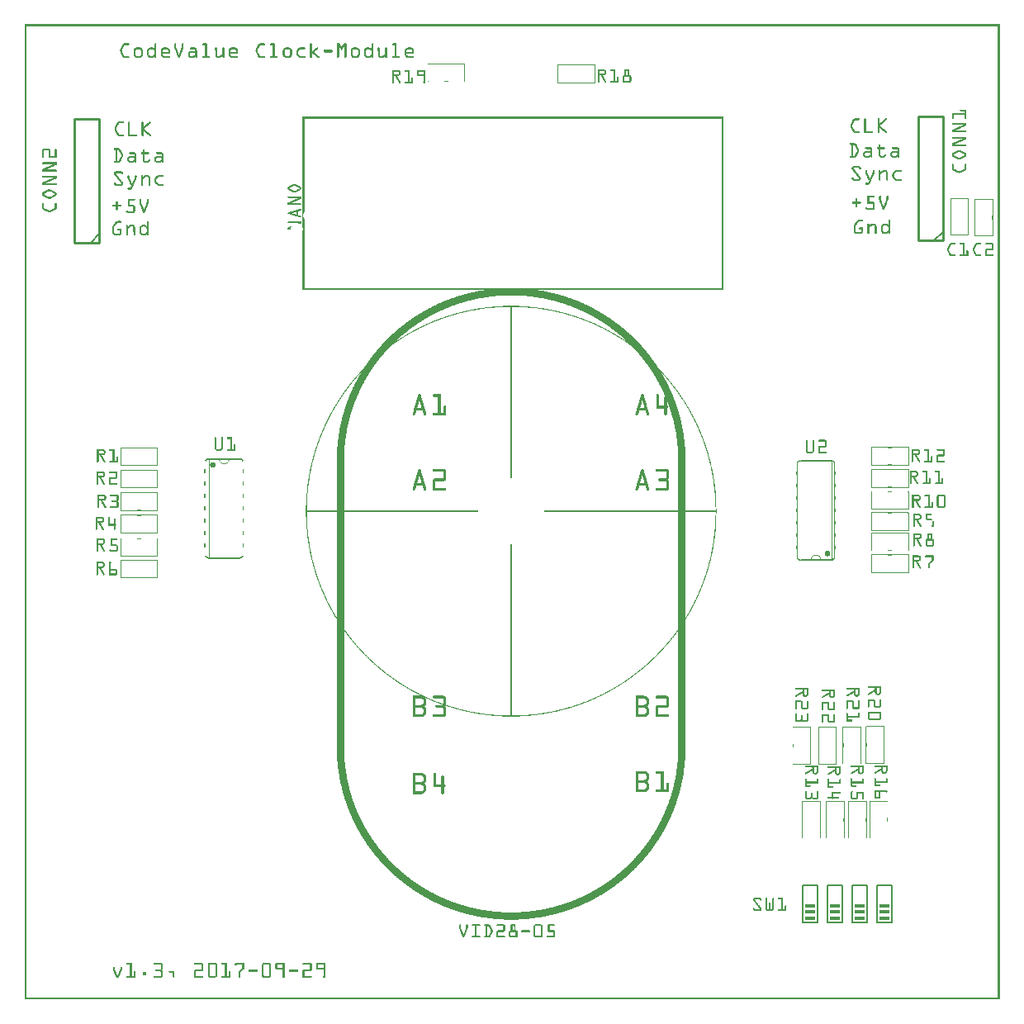
<source format=gto>
G04 MADE WITH FRITZING*
G04 WWW.FRITZING.ORG*
G04 DOUBLE SIDED*
G04 HOLES PLATED*
G04 CONTOUR ON CENTER OF CONTOUR VECTOR*
%ASAXBY*%
%FSLAX23Y23*%
%MOIN*%
%OFA0B0*%
%SFA1.0B1.0*%
%ADD10R,0.040000X0.015000*%
%ADD11C,0.008000*%
%ADD12C,0.006000*%
%ADD13C,0.002000*%
%ADD14C,0.010000*%
%ADD15C,0.005000*%
%ADD16R,0.001000X0.001000*%
%LNSILK1*%
G90*
G70*
G54D10*
X3472Y379D03*
X3472Y354D03*
X3472Y329D03*
X3372Y379D03*
X3372Y354D03*
X3372Y329D03*
X3272Y379D03*
X3272Y354D03*
X3272Y329D03*
X3172Y379D03*
X3172Y354D03*
X3172Y329D03*
G54D11*
X3442Y461D02*
X3442Y311D01*
D02*
X3442Y461D02*
X3502Y461D01*
D02*
X3502Y311D02*
X3502Y461D01*
D02*
X3502Y311D02*
X3442Y311D01*
D02*
X3342Y461D02*
X3342Y311D01*
D02*
X3342Y461D02*
X3402Y461D01*
D02*
X3402Y311D02*
X3402Y461D01*
D02*
X3402Y311D02*
X3342Y311D01*
D02*
X3242Y461D02*
X3242Y311D01*
D02*
X3242Y461D02*
X3302Y461D01*
D02*
X3302Y311D02*
X3302Y461D01*
D02*
X3302Y311D02*
X3242Y311D01*
D02*
X3142Y461D02*
X3142Y311D01*
D02*
X3142Y461D02*
X3202Y461D01*
D02*
X3202Y311D02*
X3202Y461D01*
D02*
X3202Y311D02*
X3142Y311D01*
G54D12*
D02*
X744Y1783D02*
X868Y1783D01*
D02*
X868Y2183D02*
X744Y2183D01*
G54D13*
D02*
X743Y2183D02*
X743Y1783D01*
G54D12*
D02*
X3257Y2175D02*
X3133Y2175D01*
D02*
X3133Y1775D02*
X3257Y1775D01*
G54D13*
D02*
X3258Y1775D02*
X3258Y2175D01*
G54D14*
D02*
X302Y3056D02*
X302Y3556D01*
D02*
X302Y3556D02*
X202Y3556D01*
D02*
X202Y3556D02*
X202Y3056D01*
D02*
X202Y3056D02*
X302Y3056D01*
G54D15*
D02*
X302Y3091D02*
X267Y3056D01*
G54D14*
D02*
X3707Y3064D02*
X3707Y3564D01*
D02*
X3707Y3564D02*
X3607Y3564D01*
D02*
X3607Y3564D02*
X3607Y3064D01*
D02*
X3607Y3064D02*
X3707Y3064D01*
G54D15*
D02*
X3707Y3099D02*
X3672Y3064D01*
G54D16*
X0Y3937D02*
X3936Y3937D01*
X0Y3936D02*
X3936Y3936D01*
X0Y3935D02*
X3936Y3935D01*
X0Y3934D02*
X3936Y3934D01*
X0Y3933D02*
X3936Y3933D01*
X0Y3932D02*
X3936Y3932D01*
X0Y3931D02*
X3936Y3931D01*
X0Y3930D02*
X3936Y3930D01*
X0Y3929D02*
X7Y3929D01*
X3929Y3929D02*
X3936Y3929D01*
X0Y3928D02*
X7Y3928D01*
X3929Y3928D02*
X3936Y3928D01*
X0Y3927D02*
X7Y3927D01*
X3929Y3927D02*
X3936Y3927D01*
X0Y3926D02*
X7Y3926D01*
X3929Y3926D02*
X3936Y3926D01*
X0Y3925D02*
X7Y3925D01*
X3929Y3925D02*
X3936Y3925D01*
X0Y3924D02*
X7Y3924D01*
X3929Y3924D02*
X3936Y3924D01*
X0Y3923D02*
X7Y3923D01*
X3929Y3923D02*
X3936Y3923D01*
X0Y3922D02*
X7Y3922D01*
X3929Y3922D02*
X3936Y3922D01*
X0Y3921D02*
X7Y3921D01*
X3929Y3921D02*
X3936Y3921D01*
X0Y3920D02*
X7Y3920D01*
X3929Y3920D02*
X3936Y3920D01*
X0Y3919D02*
X7Y3919D01*
X3929Y3919D02*
X3936Y3919D01*
X0Y3918D02*
X7Y3918D01*
X3929Y3918D02*
X3936Y3918D01*
X0Y3917D02*
X7Y3917D01*
X3929Y3917D02*
X3936Y3917D01*
X0Y3916D02*
X7Y3916D01*
X3929Y3916D02*
X3936Y3916D01*
X0Y3915D02*
X7Y3915D01*
X3929Y3915D02*
X3936Y3915D01*
X0Y3914D02*
X7Y3914D01*
X3929Y3914D02*
X3936Y3914D01*
X0Y3913D02*
X7Y3913D01*
X3929Y3913D02*
X3936Y3913D01*
X0Y3912D02*
X7Y3912D01*
X3929Y3912D02*
X3936Y3912D01*
X0Y3911D02*
X7Y3911D01*
X3929Y3911D02*
X3936Y3911D01*
X0Y3910D02*
X7Y3910D01*
X3929Y3910D02*
X3936Y3910D01*
X0Y3909D02*
X7Y3909D01*
X3929Y3909D02*
X3936Y3909D01*
X0Y3908D02*
X7Y3908D01*
X3929Y3908D02*
X3936Y3908D01*
X0Y3907D02*
X7Y3907D01*
X3929Y3907D02*
X3936Y3907D01*
X0Y3906D02*
X7Y3906D01*
X3929Y3906D02*
X3936Y3906D01*
X0Y3905D02*
X7Y3905D01*
X3929Y3905D02*
X3936Y3905D01*
X0Y3904D02*
X7Y3904D01*
X3929Y3904D02*
X3936Y3904D01*
X0Y3903D02*
X7Y3903D01*
X3929Y3903D02*
X3936Y3903D01*
X0Y3902D02*
X7Y3902D01*
X3929Y3902D02*
X3936Y3902D01*
X0Y3901D02*
X7Y3901D01*
X3929Y3901D02*
X3936Y3901D01*
X0Y3900D02*
X7Y3900D01*
X3929Y3900D02*
X3936Y3900D01*
X0Y3899D02*
X7Y3899D01*
X3929Y3899D02*
X3936Y3899D01*
X0Y3898D02*
X7Y3898D01*
X3929Y3898D02*
X3936Y3898D01*
X0Y3897D02*
X7Y3897D01*
X3929Y3897D02*
X3936Y3897D01*
X0Y3896D02*
X7Y3896D01*
X3929Y3896D02*
X3936Y3896D01*
X0Y3895D02*
X7Y3895D01*
X3929Y3895D02*
X3936Y3895D01*
X0Y3894D02*
X7Y3894D01*
X3929Y3894D02*
X3936Y3894D01*
X0Y3893D02*
X7Y3893D01*
X3929Y3893D02*
X3936Y3893D01*
X0Y3892D02*
X7Y3892D01*
X3929Y3892D02*
X3936Y3892D01*
X0Y3891D02*
X7Y3891D01*
X3929Y3891D02*
X3936Y3891D01*
X0Y3890D02*
X7Y3890D01*
X3929Y3890D02*
X3936Y3890D01*
X0Y3889D02*
X7Y3889D01*
X3929Y3889D02*
X3936Y3889D01*
X0Y3888D02*
X7Y3888D01*
X3929Y3888D02*
X3936Y3888D01*
X0Y3887D02*
X7Y3887D01*
X3929Y3887D02*
X3936Y3887D01*
X0Y3886D02*
X7Y3886D01*
X3929Y3886D02*
X3936Y3886D01*
X0Y3885D02*
X7Y3885D01*
X3929Y3885D02*
X3936Y3885D01*
X0Y3884D02*
X7Y3884D01*
X3929Y3884D02*
X3936Y3884D01*
X0Y3883D02*
X7Y3883D01*
X3929Y3883D02*
X3936Y3883D01*
X0Y3882D02*
X7Y3882D01*
X3929Y3882D02*
X3936Y3882D01*
X0Y3881D02*
X7Y3881D01*
X3929Y3881D02*
X3936Y3881D01*
X0Y3880D02*
X7Y3880D01*
X3929Y3880D02*
X3936Y3880D01*
X0Y3879D02*
X7Y3879D01*
X3929Y3879D02*
X3936Y3879D01*
X0Y3878D02*
X7Y3878D01*
X3929Y3878D02*
X3936Y3878D01*
X0Y3877D02*
X7Y3877D01*
X3929Y3877D02*
X3936Y3877D01*
X0Y3876D02*
X7Y3876D01*
X3929Y3876D02*
X3936Y3876D01*
X0Y3875D02*
X7Y3875D01*
X3929Y3875D02*
X3936Y3875D01*
X0Y3874D02*
X7Y3874D01*
X3929Y3874D02*
X3936Y3874D01*
X0Y3873D02*
X7Y3873D01*
X3929Y3873D02*
X3936Y3873D01*
X0Y3872D02*
X7Y3872D01*
X3929Y3872D02*
X3936Y3872D01*
X0Y3871D02*
X7Y3871D01*
X3929Y3871D02*
X3936Y3871D01*
X0Y3870D02*
X7Y3870D01*
X3929Y3870D02*
X3936Y3870D01*
X0Y3869D02*
X7Y3869D01*
X3929Y3869D02*
X3936Y3869D01*
X0Y3868D02*
X7Y3868D01*
X3929Y3868D02*
X3936Y3868D01*
X0Y3867D02*
X7Y3867D01*
X3929Y3867D02*
X3936Y3867D01*
X0Y3866D02*
X7Y3866D01*
X3929Y3866D02*
X3936Y3866D01*
X0Y3865D02*
X7Y3865D01*
X3929Y3865D02*
X3936Y3865D01*
X0Y3864D02*
X7Y3864D01*
X3929Y3864D02*
X3936Y3864D01*
X0Y3863D02*
X7Y3863D01*
X3929Y3863D02*
X3936Y3863D01*
X0Y3862D02*
X7Y3862D01*
X3929Y3862D02*
X3936Y3862D01*
X0Y3861D02*
X7Y3861D01*
X3929Y3861D02*
X3936Y3861D01*
X0Y3860D02*
X7Y3860D01*
X403Y3860D02*
X420Y3860D01*
X528Y3860D02*
X530Y3860D01*
X607Y3860D02*
X609Y3860D01*
X637Y3860D02*
X639Y3860D01*
X721Y3860D02*
X734Y3860D01*
X950Y3860D02*
X968Y3860D01*
X994Y3860D02*
X1007Y3860D01*
X1155Y3860D02*
X1157Y3860D01*
X1262Y3860D02*
X1271Y3860D01*
X1290Y3860D02*
X1298Y3860D01*
X1404Y3860D02*
X1406Y3860D01*
X1487Y3860D02*
X1500Y3860D01*
X3929Y3860D02*
X3936Y3860D01*
X0Y3859D02*
X7Y3859D01*
X401Y3859D02*
X422Y3859D01*
X527Y3859D02*
X531Y3859D01*
X606Y3859D02*
X611Y3859D01*
X636Y3859D02*
X641Y3859D01*
X719Y3859D02*
X735Y3859D01*
X948Y3859D02*
X969Y3859D01*
X993Y3859D02*
X1009Y3859D01*
X1153Y3859D02*
X1158Y3859D01*
X1262Y3859D02*
X1271Y3859D01*
X1289Y3859D02*
X1299Y3859D01*
X1402Y3859D02*
X1407Y3859D01*
X1486Y3859D02*
X1501Y3859D01*
X3929Y3859D02*
X3936Y3859D01*
X0Y3858D02*
X7Y3858D01*
X399Y3858D02*
X422Y3858D01*
X526Y3858D02*
X532Y3858D01*
X605Y3858D02*
X611Y3858D01*
X635Y3858D02*
X641Y3858D01*
X719Y3858D02*
X736Y3858D01*
X946Y3858D02*
X970Y3858D01*
X992Y3858D02*
X1009Y3858D01*
X1153Y3858D02*
X1159Y3858D01*
X1262Y3858D02*
X1272Y3858D01*
X1288Y3858D02*
X1299Y3858D01*
X1402Y3858D02*
X1408Y3858D01*
X1485Y3858D02*
X1502Y3858D01*
X3929Y3858D02*
X3936Y3858D01*
X0Y3857D02*
X7Y3857D01*
X398Y3857D02*
X423Y3857D01*
X526Y3857D02*
X532Y3857D01*
X605Y3857D02*
X612Y3857D01*
X635Y3857D02*
X642Y3857D01*
X718Y3857D02*
X736Y3857D01*
X945Y3857D02*
X970Y3857D01*
X992Y3857D02*
X1010Y3857D01*
X1152Y3857D02*
X1159Y3857D01*
X1262Y3857D02*
X1273Y3857D01*
X1288Y3857D02*
X1299Y3857D01*
X1401Y3857D02*
X1408Y3857D01*
X1485Y3857D02*
X1502Y3857D01*
X3929Y3857D02*
X3936Y3857D01*
X0Y3856D02*
X7Y3856D01*
X397Y3856D02*
X423Y3856D01*
X526Y3856D02*
X532Y3856D01*
X605Y3856D02*
X612Y3856D01*
X635Y3856D02*
X642Y3856D01*
X718Y3856D02*
X736Y3856D01*
X944Y3856D02*
X970Y3856D01*
X992Y3856D02*
X1010Y3856D01*
X1152Y3856D02*
X1159Y3856D01*
X1262Y3856D02*
X1273Y3856D01*
X1287Y3856D02*
X1299Y3856D01*
X1401Y3856D02*
X1408Y3856D01*
X1485Y3856D02*
X1502Y3856D01*
X3929Y3856D02*
X3936Y3856D01*
X0Y3855D02*
X7Y3855D01*
X396Y3855D02*
X422Y3855D01*
X526Y3855D02*
X532Y3855D01*
X605Y3855D02*
X612Y3855D01*
X635Y3855D02*
X642Y3855D01*
X719Y3855D02*
X736Y3855D01*
X944Y3855D02*
X970Y3855D01*
X992Y3855D02*
X1010Y3855D01*
X1152Y3855D02*
X1159Y3855D01*
X1262Y3855D02*
X1274Y3855D01*
X1286Y3855D02*
X1299Y3855D01*
X1401Y3855D02*
X1408Y3855D01*
X1485Y3855D02*
X1502Y3855D01*
X3929Y3855D02*
X3936Y3855D01*
X0Y3854D02*
X7Y3854D01*
X396Y3854D02*
X422Y3854D01*
X526Y3854D02*
X532Y3854D01*
X605Y3854D02*
X612Y3854D01*
X635Y3854D02*
X642Y3854D01*
X719Y3854D02*
X736Y3854D01*
X943Y3854D02*
X969Y3854D01*
X993Y3854D02*
X1010Y3854D01*
X1152Y3854D02*
X1159Y3854D01*
X1262Y3854D02*
X1275Y3854D01*
X1286Y3854D02*
X1299Y3854D01*
X1401Y3854D02*
X1408Y3854D01*
X1486Y3854D02*
X1502Y3854D01*
X3929Y3854D02*
X3936Y3854D01*
X0Y3853D02*
X7Y3853D01*
X395Y3853D02*
X420Y3853D01*
X526Y3853D02*
X532Y3853D01*
X605Y3853D02*
X612Y3853D01*
X635Y3853D02*
X642Y3853D01*
X721Y3853D02*
X736Y3853D01*
X942Y3853D02*
X968Y3853D01*
X994Y3853D02*
X1010Y3853D01*
X1152Y3853D02*
X1159Y3853D01*
X1262Y3853D02*
X1276Y3853D01*
X1285Y3853D02*
X1299Y3853D01*
X1401Y3853D02*
X1408Y3853D01*
X1487Y3853D02*
X1502Y3853D01*
X3929Y3853D02*
X3936Y3853D01*
X0Y3852D02*
X7Y3852D01*
X395Y3852D02*
X403Y3852D01*
X526Y3852D02*
X532Y3852D01*
X605Y3852D02*
X612Y3852D01*
X635Y3852D02*
X642Y3852D01*
X729Y3852D02*
X736Y3852D01*
X942Y3852D02*
X950Y3852D01*
X1003Y3852D02*
X1010Y3852D01*
X1152Y3852D02*
X1159Y3852D01*
X1262Y3852D02*
X1276Y3852D01*
X1284Y3852D02*
X1299Y3852D01*
X1401Y3852D02*
X1408Y3852D01*
X1496Y3852D02*
X1502Y3852D01*
X3929Y3852D02*
X3936Y3852D01*
X0Y3851D02*
X7Y3851D01*
X394Y3851D02*
X402Y3851D01*
X526Y3851D02*
X532Y3851D01*
X605Y3851D02*
X612Y3851D01*
X635Y3851D02*
X642Y3851D01*
X729Y3851D02*
X736Y3851D01*
X941Y3851D02*
X949Y3851D01*
X1003Y3851D02*
X1010Y3851D01*
X1152Y3851D02*
X1159Y3851D01*
X1262Y3851D02*
X1277Y3851D01*
X1283Y3851D02*
X1299Y3851D01*
X1401Y3851D02*
X1408Y3851D01*
X1496Y3851D02*
X1502Y3851D01*
X3929Y3851D02*
X3936Y3851D01*
X0Y3850D02*
X7Y3850D01*
X394Y3850D02*
X401Y3850D01*
X526Y3850D02*
X532Y3850D01*
X605Y3850D02*
X612Y3850D01*
X635Y3850D02*
X642Y3850D01*
X729Y3850D02*
X736Y3850D01*
X941Y3850D02*
X949Y3850D01*
X1003Y3850D02*
X1010Y3850D01*
X1152Y3850D02*
X1159Y3850D01*
X1262Y3850D02*
X1278Y3850D01*
X1283Y3850D02*
X1299Y3850D01*
X1401Y3850D02*
X1408Y3850D01*
X1496Y3850D02*
X1502Y3850D01*
X3929Y3850D02*
X3936Y3850D01*
X0Y3849D02*
X7Y3849D01*
X393Y3849D02*
X401Y3849D01*
X526Y3849D02*
X532Y3849D01*
X605Y3849D02*
X612Y3849D01*
X635Y3849D02*
X642Y3849D01*
X729Y3849D02*
X736Y3849D01*
X940Y3849D02*
X948Y3849D01*
X1003Y3849D02*
X1010Y3849D01*
X1152Y3849D02*
X1159Y3849D01*
X1262Y3849D02*
X1278Y3849D01*
X1282Y3849D02*
X1290Y3849D01*
X1292Y3849D02*
X1299Y3849D01*
X1401Y3849D02*
X1408Y3849D01*
X1496Y3849D02*
X1502Y3849D01*
X3929Y3849D02*
X3936Y3849D01*
X0Y3848D02*
X7Y3848D01*
X393Y3848D02*
X400Y3848D01*
X526Y3848D02*
X532Y3848D01*
X605Y3848D02*
X612Y3848D01*
X635Y3848D02*
X642Y3848D01*
X729Y3848D02*
X736Y3848D01*
X940Y3848D02*
X948Y3848D01*
X1003Y3848D02*
X1010Y3848D01*
X1152Y3848D02*
X1159Y3848D01*
X1262Y3848D02*
X1269Y3848D01*
X1271Y3848D02*
X1279Y3848D01*
X1281Y3848D02*
X1290Y3848D01*
X1292Y3848D02*
X1299Y3848D01*
X1401Y3848D02*
X1408Y3848D01*
X1496Y3848D02*
X1502Y3848D01*
X3929Y3848D02*
X3936Y3848D01*
X0Y3847D02*
X7Y3847D01*
X392Y3847D02*
X400Y3847D01*
X526Y3847D02*
X532Y3847D01*
X605Y3847D02*
X612Y3847D01*
X635Y3847D02*
X642Y3847D01*
X729Y3847D02*
X736Y3847D01*
X939Y3847D02*
X947Y3847D01*
X1003Y3847D02*
X1010Y3847D01*
X1152Y3847D02*
X1159Y3847D01*
X1262Y3847D02*
X1269Y3847D01*
X1271Y3847D02*
X1289Y3847D01*
X1292Y3847D02*
X1299Y3847D01*
X1401Y3847D02*
X1408Y3847D01*
X1496Y3847D02*
X1502Y3847D01*
X3929Y3847D02*
X3936Y3847D01*
X0Y3846D02*
X7Y3846D01*
X392Y3846D02*
X399Y3846D01*
X526Y3846D02*
X532Y3846D01*
X605Y3846D02*
X612Y3846D01*
X635Y3846D02*
X642Y3846D01*
X729Y3846D02*
X736Y3846D01*
X939Y3846D02*
X947Y3846D01*
X1003Y3846D02*
X1010Y3846D01*
X1152Y3846D02*
X1159Y3846D01*
X1262Y3846D02*
X1269Y3846D01*
X1272Y3846D02*
X1288Y3846D01*
X1292Y3846D02*
X1299Y3846D01*
X1401Y3846D02*
X1408Y3846D01*
X1496Y3846D02*
X1502Y3846D01*
X3929Y3846D02*
X3936Y3846D01*
X0Y3845D02*
X7Y3845D01*
X391Y3845D02*
X399Y3845D01*
X526Y3845D02*
X532Y3845D01*
X605Y3845D02*
X612Y3845D01*
X635Y3845D02*
X642Y3845D01*
X729Y3845D02*
X736Y3845D01*
X938Y3845D02*
X946Y3845D01*
X1003Y3845D02*
X1010Y3845D01*
X1152Y3845D02*
X1159Y3845D01*
X1262Y3845D02*
X1269Y3845D01*
X1273Y3845D02*
X1288Y3845D01*
X1292Y3845D02*
X1299Y3845D01*
X1401Y3845D02*
X1408Y3845D01*
X1496Y3845D02*
X1502Y3845D01*
X3929Y3845D02*
X3936Y3845D01*
X0Y3844D02*
X7Y3844D01*
X391Y3844D02*
X398Y3844D01*
X452Y3844D02*
X466Y3844D01*
X507Y3844D02*
X517Y3844D01*
X526Y3844D02*
X532Y3844D01*
X562Y3844D02*
X575Y3844D01*
X605Y3844D02*
X612Y3844D01*
X635Y3844D02*
X642Y3844D01*
X670Y3844D02*
X687Y3844D01*
X729Y3844D02*
X736Y3844D01*
X772Y3844D02*
X773Y3844D01*
X802Y3844D02*
X803Y3844D01*
X836Y3844D02*
X849Y3844D01*
X938Y3844D02*
X946Y3844D01*
X1003Y3844D02*
X1010Y3844D01*
X1055Y3844D02*
X1068Y3844D01*
X1113Y3844D02*
X1132Y3844D01*
X1152Y3844D02*
X1159Y3844D01*
X1181Y3844D02*
X1183Y3844D01*
X1262Y3844D02*
X1269Y3844D01*
X1273Y3844D02*
X1287Y3844D01*
X1292Y3844D02*
X1299Y3844D01*
X1328Y3844D02*
X1342Y3844D01*
X1383Y3844D02*
X1392Y3844D01*
X1401Y3844D02*
X1408Y3844D01*
X1429Y3844D02*
X1430Y3844D01*
X1459Y3844D02*
X1460Y3844D01*
X1496Y3844D02*
X1502Y3844D01*
X1547Y3844D02*
X1561Y3844D01*
X3929Y3844D02*
X3936Y3844D01*
X0Y3843D02*
X7Y3843D01*
X390Y3843D02*
X398Y3843D01*
X450Y3843D02*
X469Y3843D01*
X504Y3843D02*
X519Y3843D01*
X526Y3843D02*
X532Y3843D01*
X559Y3843D02*
X578Y3843D01*
X605Y3843D02*
X612Y3843D01*
X635Y3843D02*
X642Y3843D01*
X668Y3843D02*
X689Y3843D01*
X729Y3843D02*
X736Y3843D01*
X770Y3843D02*
X775Y3843D01*
X800Y3843D02*
X805Y3843D01*
X833Y3843D02*
X852Y3843D01*
X937Y3843D02*
X945Y3843D01*
X1003Y3843D02*
X1010Y3843D01*
X1052Y3843D02*
X1071Y3843D01*
X1110Y3843D02*
X1133Y3843D01*
X1152Y3843D02*
X1159Y3843D01*
X1180Y3843D02*
X1184Y3843D01*
X1262Y3843D02*
X1269Y3843D01*
X1274Y3843D02*
X1286Y3843D01*
X1292Y3843D02*
X1299Y3843D01*
X1325Y3843D02*
X1344Y3843D01*
X1380Y3843D02*
X1395Y3843D01*
X1401Y3843D02*
X1408Y3843D01*
X1427Y3843D02*
X1432Y3843D01*
X1457Y3843D02*
X1462Y3843D01*
X1496Y3843D02*
X1502Y3843D01*
X1544Y3843D02*
X1563Y3843D01*
X3929Y3843D02*
X3936Y3843D01*
X0Y3842D02*
X7Y3842D01*
X390Y3842D02*
X397Y3842D01*
X448Y3842D02*
X470Y3842D01*
X503Y3842D02*
X521Y3842D01*
X526Y3842D02*
X532Y3842D01*
X558Y3842D02*
X580Y3842D01*
X605Y3842D02*
X613Y3842D01*
X634Y3842D02*
X641Y3842D01*
X668Y3842D02*
X691Y3842D01*
X729Y3842D02*
X736Y3842D01*
X770Y3842D02*
X775Y3842D01*
X800Y3842D02*
X806Y3842D01*
X831Y3842D02*
X853Y3842D01*
X937Y3842D02*
X945Y3842D01*
X1003Y3842D02*
X1010Y3842D01*
X1050Y3842D02*
X1072Y3842D01*
X1108Y3842D02*
X1134Y3842D01*
X1152Y3842D02*
X1159Y3842D01*
X1178Y3842D02*
X1185Y3842D01*
X1262Y3842D02*
X1269Y3842D01*
X1275Y3842D02*
X1285Y3842D01*
X1292Y3842D02*
X1299Y3842D01*
X1324Y3842D02*
X1346Y3842D01*
X1379Y3842D02*
X1397Y3842D01*
X1401Y3842D02*
X1408Y3842D01*
X1426Y3842D02*
X1432Y3842D01*
X1457Y3842D02*
X1462Y3842D01*
X1496Y3842D02*
X1502Y3842D01*
X1543Y3842D02*
X1565Y3842D01*
X3929Y3842D02*
X3936Y3842D01*
X0Y3841D02*
X7Y3841D01*
X389Y3841D02*
X397Y3841D01*
X447Y3841D02*
X471Y3841D01*
X502Y3841D02*
X522Y3841D01*
X526Y3841D02*
X532Y3841D01*
X556Y3841D02*
X581Y3841D01*
X606Y3841D02*
X613Y3841D01*
X634Y3841D02*
X641Y3841D01*
X667Y3841D02*
X692Y3841D01*
X729Y3841D02*
X736Y3841D01*
X769Y3841D02*
X776Y3841D01*
X799Y3841D02*
X806Y3841D01*
X830Y3841D02*
X855Y3841D01*
X936Y3841D02*
X944Y3841D01*
X1003Y3841D02*
X1010Y3841D01*
X1049Y3841D02*
X1073Y3841D01*
X1107Y3841D02*
X1134Y3841D01*
X1152Y3841D02*
X1159Y3841D01*
X1177Y3841D02*
X1185Y3841D01*
X1262Y3841D02*
X1269Y3841D01*
X1276Y3841D02*
X1285Y3841D01*
X1292Y3841D02*
X1299Y3841D01*
X1323Y3841D02*
X1347Y3841D01*
X1377Y3841D02*
X1398Y3841D01*
X1401Y3841D02*
X1408Y3841D01*
X1426Y3841D02*
X1433Y3841D01*
X1456Y3841D02*
X1463Y3841D01*
X1496Y3841D02*
X1502Y3841D01*
X1542Y3841D02*
X1566Y3841D01*
X3929Y3841D02*
X3936Y3841D01*
X0Y3840D02*
X7Y3840D01*
X389Y3840D02*
X396Y3840D01*
X446Y3840D02*
X473Y3840D01*
X500Y3840D02*
X524Y3840D01*
X526Y3840D02*
X532Y3840D01*
X555Y3840D02*
X582Y3840D01*
X606Y3840D02*
X613Y3840D01*
X633Y3840D02*
X641Y3840D01*
X667Y3840D02*
X693Y3840D01*
X729Y3840D02*
X736Y3840D01*
X769Y3840D02*
X776Y3840D01*
X799Y3840D02*
X806Y3840D01*
X829Y3840D02*
X856Y3840D01*
X936Y3840D02*
X944Y3840D01*
X1003Y3840D02*
X1010Y3840D01*
X1048Y3840D02*
X1075Y3840D01*
X1106Y3840D02*
X1134Y3840D01*
X1152Y3840D02*
X1159Y3840D01*
X1176Y3840D02*
X1185Y3840D01*
X1262Y3840D02*
X1269Y3840D01*
X1276Y3840D02*
X1284Y3840D01*
X1292Y3840D02*
X1299Y3840D01*
X1322Y3840D02*
X1348Y3840D01*
X1376Y3840D02*
X1399Y3840D01*
X1401Y3840D02*
X1408Y3840D01*
X1426Y3840D02*
X1433Y3840D01*
X1456Y3840D02*
X1463Y3840D01*
X1496Y3840D02*
X1502Y3840D01*
X1540Y3840D02*
X1567Y3840D01*
X3929Y3840D02*
X3936Y3840D01*
X0Y3839D02*
X7Y3839D01*
X388Y3839D02*
X396Y3839D01*
X445Y3839D02*
X474Y3839D01*
X499Y3839D02*
X532Y3839D01*
X554Y3839D02*
X583Y3839D01*
X607Y3839D02*
X614Y3839D01*
X633Y3839D02*
X640Y3839D01*
X668Y3839D02*
X694Y3839D01*
X729Y3839D02*
X736Y3839D01*
X769Y3839D02*
X776Y3839D01*
X799Y3839D02*
X806Y3839D01*
X828Y3839D02*
X857Y3839D01*
X935Y3839D02*
X943Y3839D01*
X1003Y3839D02*
X1010Y3839D01*
X1047Y3839D02*
X1076Y3839D01*
X1105Y3839D02*
X1134Y3839D01*
X1152Y3839D02*
X1159Y3839D01*
X1175Y3839D02*
X1185Y3839D01*
X1262Y3839D02*
X1269Y3839D01*
X1277Y3839D02*
X1284Y3839D01*
X1292Y3839D02*
X1299Y3839D01*
X1320Y3839D02*
X1349Y3839D01*
X1375Y3839D02*
X1408Y3839D01*
X1426Y3839D02*
X1433Y3839D01*
X1456Y3839D02*
X1463Y3839D01*
X1496Y3839D02*
X1502Y3839D01*
X1539Y3839D02*
X1568Y3839D01*
X3929Y3839D02*
X3936Y3839D01*
X0Y3838D02*
X7Y3838D01*
X388Y3838D02*
X395Y3838D01*
X444Y3838D02*
X475Y3838D01*
X498Y3838D02*
X532Y3838D01*
X553Y3838D02*
X584Y3838D01*
X607Y3838D02*
X614Y3838D01*
X633Y3838D02*
X640Y3838D01*
X668Y3838D02*
X694Y3838D01*
X729Y3838D02*
X736Y3838D01*
X769Y3838D02*
X776Y3838D01*
X799Y3838D02*
X806Y3838D01*
X827Y3838D02*
X858Y3838D01*
X935Y3838D02*
X943Y3838D01*
X1003Y3838D02*
X1010Y3838D01*
X1046Y3838D02*
X1077Y3838D01*
X1104Y3838D02*
X1133Y3838D01*
X1152Y3838D02*
X1159Y3838D01*
X1174Y3838D02*
X1184Y3838D01*
X1262Y3838D02*
X1269Y3838D01*
X1277Y3838D02*
X1284Y3838D01*
X1292Y3838D02*
X1299Y3838D01*
X1319Y3838D02*
X1350Y3838D01*
X1374Y3838D02*
X1408Y3838D01*
X1426Y3838D02*
X1433Y3838D01*
X1456Y3838D02*
X1463Y3838D01*
X1496Y3838D02*
X1502Y3838D01*
X1538Y3838D02*
X1569Y3838D01*
X3929Y3838D02*
X3936Y3838D01*
X0Y3837D02*
X7Y3837D01*
X387Y3837D02*
X395Y3837D01*
X443Y3837D02*
X475Y3837D01*
X498Y3837D02*
X532Y3837D01*
X552Y3837D02*
X585Y3837D01*
X607Y3837D02*
X615Y3837D01*
X632Y3837D02*
X639Y3837D01*
X669Y3837D02*
X695Y3837D01*
X729Y3837D02*
X736Y3837D01*
X769Y3837D02*
X776Y3837D01*
X799Y3837D02*
X806Y3837D01*
X826Y3837D02*
X859Y3837D01*
X935Y3837D02*
X942Y3837D01*
X1003Y3837D02*
X1010Y3837D01*
X1045Y3837D02*
X1078Y3837D01*
X1103Y3837D02*
X1132Y3837D01*
X1152Y3837D02*
X1159Y3837D01*
X1173Y3837D02*
X1183Y3837D01*
X1262Y3837D02*
X1269Y3837D01*
X1277Y3837D02*
X1283Y3837D01*
X1292Y3837D02*
X1299Y3837D01*
X1319Y3837D02*
X1351Y3837D01*
X1373Y3837D02*
X1408Y3837D01*
X1426Y3837D02*
X1433Y3837D01*
X1456Y3837D02*
X1463Y3837D01*
X1496Y3837D02*
X1502Y3837D01*
X1538Y3837D02*
X1570Y3837D01*
X3929Y3837D02*
X3936Y3837D01*
X0Y3836D02*
X7Y3836D01*
X387Y3836D02*
X394Y3836D01*
X442Y3836D02*
X452Y3836D01*
X467Y3836D02*
X476Y3836D01*
X497Y3836D02*
X507Y3836D01*
X517Y3836D02*
X532Y3836D01*
X552Y3836D02*
X561Y3836D01*
X576Y3836D02*
X586Y3836D01*
X608Y3836D02*
X615Y3836D01*
X632Y3836D02*
X639Y3836D01*
X687Y3836D02*
X695Y3836D01*
X729Y3836D02*
X736Y3836D01*
X769Y3836D02*
X776Y3836D01*
X799Y3836D02*
X806Y3836D01*
X825Y3836D02*
X835Y3836D01*
X850Y3836D02*
X859Y3836D01*
X934Y3836D02*
X941Y3836D01*
X1003Y3836D02*
X1010Y3836D01*
X1044Y3836D02*
X1054Y3836D01*
X1069Y3836D02*
X1078Y3836D01*
X1102Y3836D02*
X1113Y3836D01*
X1152Y3836D02*
X1159Y3836D01*
X1171Y3836D02*
X1182Y3836D01*
X1262Y3836D02*
X1269Y3836D01*
X1277Y3836D02*
X1283Y3836D01*
X1292Y3836D02*
X1299Y3836D01*
X1318Y3836D02*
X1328Y3836D01*
X1342Y3836D02*
X1352Y3836D01*
X1373Y3836D02*
X1382Y3836D01*
X1393Y3836D02*
X1408Y3836D01*
X1426Y3836D02*
X1433Y3836D01*
X1456Y3836D02*
X1463Y3836D01*
X1496Y3836D02*
X1502Y3836D01*
X1537Y3836D02*
X1547Y3836D01*
X1561Y3836D02*
X1571Y3836D01*
X3929Y3836D02*
X3936Y3836D01*
X0Y3835D02*
X7Y3835D01*
X387Y3835D02*
X394Y3835D01*
X442Y3835D02*
X451Y3835D01*
X468Y3835D02*
X477Y3835D01*
X496Y3835D02*
X505Y3835D01*
X519Y3835D02*
X532Y3835D01*
X551Y3835D02*
X560Y3835D01*
X577Y3835D02*
X586Y3835D01*
X608Y3835D02*
X615Y3835D01*
X631Y3835D02*
X639Y3835D01*
X688Y3835D02*
X695Y3835D01*
X729Y3835D02*
X736Y3835D01*
X769Y3835D02*
X776Y3835D01*
X799Y3835D02*
X806Y3835D01*
X825Y3835D02*
X834Y3835D01*
X851Y3835D02*
X860Y3835D01*
X934Y3835D02*
X941Y3835D01*
X1003Y3835D02*
X1010Y3835D01*
X1044Y3835D02*
X1053Y3835D01*
X1070Y3835D02*
X1079Y3835D01*
X1101Y3835D02*
X1111Y3835D01*
X1152Y3835D02*
X1159Y3835D01*
X1170Y3835D02*
X1181Y3835D01*
X1262Y3835D02*
X1269Y3835D01*
X1278Y3835D02*
X1283Y3835D01*
X1292Y3835D02*
X1299Y3835D01*
X1318Y3835D02*
X1326Y3835D01*
X1344Y3835D02*
X1352Y3835D01*
X1372Y3835D02*
X1381Y3835D01*
X1394Y3835D02*
X1408Y3835D01*
X1426Y3835D02*
X1433Y3835D01*
X1456Y3835D02*
X1463Y3835D01*
X1496Y3835D02*
X1502Y3835D01*
X1537Y3835D02*
X1545Y3835D01*
X1563Y3835D02*
X1571Y3835D01*
X3929Y3835D02*
X3936Y3835D01*
X0Y3834D02*
X7Y3834D01*
X386Y3834D02*
X393Y3834D01*
X441Y3834D02*
X449Y3834D01*
X469Y3834D02*
X477Y3834D01*
X496Y3834D02*
X504Y3834D01*
X520Y3834D02*
X532Y3834D01*
X551Y3834D02*
X559Y3834D01*
X579Y3834D02*
X586Y3834D01*
X608Y3834D02*
X616Y3834D01*
X631Y3834D02*
X638Y3834D01*
X688Y3834D02*
X695Y3834D01*
X729Y3834D02*
X736Y3834D01*
X769Y3834D02*
X776Y3834D01*
X799Y3834D02*
X806Y3834D01*
X825Y3834D02*
X833Y3834D01*
X852Y3834D02*
X860Y3834D01*
X934Y3834D02*
X941Y3834D01*
X1003Y3834D02*
X1010Y3834D01*
X1044Y3834D02*
X1052Y3834D01*
X1071Y3834D02*
X1079Y3834D01*
X1100Y3834D02*
X1110Y3834D01*
X1152Y3834D02*
X1159Y3834D01*
X1169Y3834D02*
X1180Y3834D01*
X1209Y3834D02*
X1242Y3834D01*
X1262Y3834D02*
X1269Y3834D01*
X1279Y3834D02*
X1282Y3834D01*
X1292Y3834D02*
X1299Y3834D01*
X1317Y3834D02*
X1325Y3834D01*
X1345Y3834D02*
X1353Y3834D01*
X1372Y3834D02*
X1380Y3834D01*
X1396Y3834D02*
X1408Y3834D01*
X1426Y3834D02*
X1433Y3834D01*
X1456Y3834D02*
X1463Y3834D01*
X1496Y3834D02*
X1502Y3834D01*
X1536Y3834D02*
X1544Y3834D01*
X1564Y3834D02*
X1572Y3834D01*
X3929Y3834D02*
X3936Y3834D01*
X0Y3833D02*
X7Y3833D01*
X386Y3833D02*
X393Y3833D01*
X441Y3833D02*
X448Y3833D01*
X470Y3833D02*
X477Y3833D01*
X496Y3833D02*
X503Y3833D01*
X521Y3833D02*
X532Y3833D01*
X551Y3833D02*
X558Y3833D01*
X579Y3833D02*
X587Y3833D01*
X609Y3833D02*
X616Y3833D01*
X631Y3833D02*
X638Y3833D01*
X689Y3833D02*
X695Y3833D01*
X729Y3833D02*
X736Y3833D01*
X769Y3833D02*
X776Y3833D01*
X799Y3833D02*
X806Y3833D01*
X824Y3833D02*
X832Y3833D01*
X853Y3833D02*
X860Y3833D01*
X934Y3833D02*
X940Y3833D01*
X1003Y3833D02*
X1010Y3833D01*
X1043Y3833D02*
X1051Y3833D01*
X1072Y3833D02*
X1079Y3833D01*
X1099Y3833D02*
X1109Y3833D01*
X1152Y3833D02*
X1159Y3833D01*
X1168Y3833D02*
X1179Y3833D01*
X1208Y3833D02*
X1243Y3833D01*
X1262Y3833D02*
X1269Y3833D01*
X1292Y3833D02*
X1299Y3833D01*
X1317Y3833D02*
X1324Y3833D01*
X1346Y3833D02*
X1353Y3833D01*
X1372Y3833D02*
X1379Y3833D01*
X1397Y3833D02*
X1408Y3833D01*
X1426Y3833D02*
X1433Y3833D01*
X1456Y3833D02*
X1463Y3833D01*
X1496Y3833D02*
X1502Y3833D01*
X1536Y3833D02*
X1543Y3833D01*
X1565Y3833D02*
X1572Y3833D01*
X3929Y3833D02*
X3936Y3833D01*
X0Y3832D02*
X7Y3832D01*
X386Y3832D02*
X393Y3832D01*
X441Y3832D02*
X448Y3832D01*
X471Y3832D02*
X477Y3832D01*
X496Y3832D02*
X503Y3832D01*
X522Y3832D02*
X532Y3832D01*
X550Y3832D02*
X557Y3832D01*
X580Y3832D02*
X587Y3832D01*
X609Y3832D02*
X617Y3832D01*
X630Y3832D02*
X637Y3832D01*
X689Y3832D02*
X696Y3832D01*
X729Y3832D02*
X736Y3832D01*
X770Y3832D02*
X776Y3832D01*
X799Y3832D02*
X806Y3832D01*
X824Y3832D02*
X831Y3832D01*
X854Y3832D02*
X861Y3832D01*
X934Y3832D02*
X940Y3832D01*
X1003Y3832D02*
X1010Y3832D01*
X1043Y3832D02*
X1050Y3832D01*
X1073Y3832D02*
X1079Y3832D01*
X1099Y3832D02*
X1108Y3832D01*
X1152Y3832D02*
X1159Y3832D01*
X1167Y3832D02*
X1177Y3832D01*
X1207Y3832D02*
X1244Y3832D01*
X1262Y3832D02*
X1269Y3832D01*
X1292Y3832D02*
X1299Y3832D01*
X1317Y3832D02*
X1324Y3832D01*
X1346Y3832D02*
X1353Y3832D01*
X1371Y3832D02*
X1378Y3832D01*
X1398Y3832D02*
X1408Y3832D01*
X1426Y3832D02*
X1433Y3832D01*
X1456Y3832D02*
X1463Y3832D01*
X1496Y3832D02*
X1502Y3832D01*
X1536Y3832D02*
X1543Y3832D01*
X1565Y3832D02*
X1572Y3832D01*
X3929Y3832D02*
X3936Y3832D01*
X0Y3831D02*
X7Y3831D01*
X386Y3831D02*
X393Y3831D01*
X441Y3831D02*
X448Y3831D01*
X471Y3831D02*
X477Y3831D01*
X496Y3831D02*
X502Y3831D01*
X523Y3831D02*
X532Y3831D01*
X550Y3831D02*
X557Y3831D01*
X580Y3831D02*
X587Y3831D01*
X610Y3831D02*
X617Y3831D01*
X630Y3831D02*
X637Y3831D01*
X689Y3831D02*
X696Y3831D01*
X729Y3831D02*
X736Y3831D01*
X770Y3831D02*
X776Y3831D01*
X799Y3831D02*
X806Y3831D01*
X824Y3831D02*
X831Y3831D01*
X854Y3831D02*
X861Y3831D01*
X933Y3831D02*
X940Y3831D01*
X1003Y3831D02*
X1010Y3831D01*
X1043Y3831D02*
X1050Y3831D01*
X1073Y3831D02*
X1080Y3831D01*
X1098Y3831D02*
X1107Y3831D01*
X1152Y3831D02*
X1159Y3831D01*
X1166Y3831D02*
X1176Y3831D01*
X1207Y3831D02*
X1244Y3831D01*
X1262Y3831D02*
X1269Y3831D01*
X1292Y3831D02*
X1299Y3831D01*
X1317Y3831D02*
X1323Y3831D01*
X1347Y3831D02*
X1353Y3831D01*
X1371Y3831D02*
X1378Y3831D01*
X1399Y3831D02*
X1408Y3831D01*
X1426Y3831D02*
X1433Y3831D01*
X1456Y3831D02*
X1463Y3831D01*
X1496Y3831D02*
X1502Y3831D01*
X1536Y3831D02*
X1542Y3831D01*
X1566Y3831D02*
X1572Y3831D01*
X3929Y3831D02*
X3936Y3831D01*
X0Y3830D02*
X7Y3830D01*
X386Y3830D02*
X393Y3830D01*
X441Y3830D02*
X447Y3830D01*
X471Y3830D02*
X478Y3830D01*
X496Y3830D02*
X502Y3830D01*
X524Y3830D02*
X532Y3830D01*
X550Y3830D02*
X557Y3830D01*
X580Y3830D02*
X587Y3830D01*
X610Y3830D02*
X617Y3830D01*
X629Y3830D02*
X637Y3830D01*
X689Y3830D02*
X696Y3830D01*
X729Y3830D02*
X736Y3830D01*
X770Y3830D02*
X776Y3830D01*
X799Y3830D02*
X806Y3830D01*
X824Y3830D02*
X831Y3830D01*
X854Y3830D02*
X861Y3830D01*
X933Y3830D02*
X940Y3830D01*
X1003Y3830D02*
X1010Y3830D01*
X1043Y3830D02*
X1050Y3830D01*
X1073Y3830D02*
X1080Y3830D01*
X1098Y3830D02*
X1106Y3830D01*
X1152Y3830D02*
X1159Y3830D01*
X1164Y3830D02*
X1175Y3830D01*
X1207Y3830D02*
X1244Y3830D01*
X1262Y3830D02*
X1269Y3830D01*
X1292Y3830D02*
X1299Y3830D01*
X1317Y3830D02*
X1323Y3830D01*
X1347Y3830D02*
X1353Y3830D01*
X1371Y3830D02*
X1378Y3830D01*
X1400Y3830D02*
X1408Y3830D01*
X1426Y3830D02*
X1433Y3830D01*
X1456Y3830D02*
X1463Y3830D01*
X1496Y3830D02*
X1502Y3830D01*
X1536Y3830D02*
X1542Y3830D01*
X1566Y3830D02*
X1572Y3830D01*
X3929Y3830D02*
X3936Y3830D01*
X0Y3829D02*
X7Y3829D01*
X386Y3829D02*
X393Y3829D01*
X441Y3829D02*
X447Y3829D01*
X471Y3829D02*
X478Y3829D01*
X496Y3829D02*
X502Y3829D01*
X525Y3829D02*
X532Y3829D01*
X550Y3829D02*
X557Y3829D01*
X580Y3829D02*
X587Y3829D01*
X610Y3829D02*
X618Y3829D01*
X629Y3829D02*
X636Y3829D01*
X689Y3829D02*
X696Y3829D01*
X729Y3829D02*
X736Y3829D01*
X770Y3829D02*
X776Y3829D01*
X799Y3829D02*
X806Y3829D01*
X824Y3829D02*
X831Y3829D01*
X854Y3829D02*
X861Y3829D01*
X934Y3829D02*
X940Y3829D01*
X1003Y3829D02*
X1010Y3829D01*
X1043Y3829D02*
X1050Y3829D01*
X1073Y3829D02*
X1080Y3829D01*
X1098Y3829D02*
X1105Y3829D01*
X1152Y3829D02*
X1159Y3829D01*
X1163Y3829D02*
X1174Y3829D01*
X1207Y3829D02*
X1244Y3829D01*
X1262Y3829D02*
X1269Y3829D01*
X1292Y3829D02*
X1299Y3829D01*
X1317Y3829D02*
X1323Y3829D01*
X1347Y3829D02*
X1353Y3829D01*
X1371Y3829D02*
X1378Y3829D01*
X1401Y3829D02*
X1408Y3829D01*
X1426Y3829D02*
X1433Y3829D01*
X1456Y3829D02*
X1463Y3829D01*
X1496Y3829D02*
X1502Y3829D01*
X1536Y3829D02*
X1542Y3829D01*
X1566Y3829D02*
X1572Y3829D01*
X3929Y3829D02*
X3936Y3829D01*
X0Y3828D02*
X7Y3828D01*
X386Y3828D02*
X393Y3828D01*
X441Y3828D02*
X447Y3828D01*
X471Y3828D02*
X478Y3828D01*
X496Y3828D02*
X502Y3828D01*
X525Y3828D02*
X532Y3828D01*
X550Y3828D02*
X557Y3828D01*
X580Y3828D02*
X587Y3828D01*
X611Y3828D02*
X618Y3828D01*
X629Y3828D02*
X636Y3828D01*
X669Y3828D02*
X687Y3828D01*
X689Y3828D02*
X696Y3828D01*
X729Y3828D02*
X736Y3828D01*
X770Y3828D02*
X776Y3828D01*
X799Y3828D02*
X806Y3828D01*
X824Y3828D02*
X831Y3828D01*
X854Y3828D02*
X861Y3828D01*
X934Y3828D02*
X941Y3828D01*
X1003Y3828D02*
X1010Y3828D01*
X1043Y3828D02*
X1050Y3828D01*
X1073Y3828D02*
X1080Y3828D01*
X1098Y3828D02*
X1104Y3828D01*
X1152Y3828D02*
X1159Y3828D01*
X1162Y3828D02*
X1173Y3828D01*
X1207Y3828D02*
X1244Y3828D01*
X1262Y3828D02*
X1269Y3828D01*
X1292Y3828D02*
X1299Y3828D01*
X1317Y3828D02*
X1323Y3828D01*
X1347Y3828D02*
X1353Y3828D01*
X1371Y3828D02*
X1378Y3828D01*
X1401Y3828D02*
X1408Y3828D01*
X1426Y3828D02*
X1433Y3828D01*
X1456Y3828D02*
X1463Y3828D01*
X1496Y3828D02*
X1502Y3828D01*
X1536Y3828D02*
X1542Y3828D01*
X1566Y3828D02*
X1572Y3828D01*
X3929Y3828D02*
X3936Y3828D01*
X0Y3827D02*
X7Y3827D01*
X387Y3827D02*
X394Y3827D01*
X441Y3827D02*
X447Y3827D01*
X471Y3827D02*
X478Y3827D01*
X496Y3827D02*
X502Y3827D01*
X526Y3827D02*
X532Y3827D01*
X550Y3827D02*
X557Y3827D01*
X580Y3827D02*
X587Y3827D01*
X611Y3827D02*
X618Y3827D01*
X628Y3827D02*
X636Y3827D01*
X666Y3827D02*
X696Y3827D01*
X729Y3827D02*
X736Y3827D01*
X770Y3827D02*
X776Y3827D01*
X799Y3827D02*
X806Y3827D01*
X824Y3827D02*
X831Y3827D01*
X854Y3827D02*
X861Y3827D01*
X934Y3827D02*
X941Y3827D01*
X1003Y3827D02*
X1010Y3827D01*
X1043Y3827D02*
X1050Y3827D01*
X1073Y3827D02*
X1080Y3827D01*
X1098Y3827D02*
X1104Y3827D01*
X1152Y3827D02*
X1159Y3827D01*
X1161Y3827D02*
X1172Y3827D01*
X1207Y3827D02*
X1244Y3827D01*
X1262Y3827D02*
X1269Y3827D01*
X1292Y3827D02*
X1299Y3827D01*
X1317Y3827D02*
X1323Y3827D01*
X1347Y3827D02*
X1353Y3827D01*
X1371Y3827D02*
X1378Y3827D01*
X1401Y3827D02*
X1408Y3827D01*
X1427Y3827D02*
X1433Y3827D01*
X1456Y3827D02*
X1463Y3827D01*
X1496Y3827D02*
X1502Y3827D01*
X1536Y3827D02*
X1542Y3827D01*
X1566Y3827D02*
X1572Y3827D01*
X3929Y3827D02*
X3936Y3827D01*
X0Y3826D02*
X7Y3826D01*
X387Y3826D02*
X394Y3826D01*
X441Y3826D02*
X447Y3826D01*
X471Y3826D02*
X478Y3826D01*
X496Y3826D02*
X502Y3826D01*
X526Y3826D02*
X532Y3826D01*
X550Y3826D02*
X557Y3826D01*
X580Y3826D02*
X587Y3826D01*
X612Y3826D02*
X619Y3826D01*
X628Y3826D02*
X635Y3826D01*
X664Y3826D02*
X696Y3826D01*
X729Y3826D02*
X736Y3826D01*
X770Y3826D02*
X776Y3826D01*
X799Y3826D02*
X806Y3826D01*
X824Y3826D02*
X831Y3826D01*
X854Y3826D02*
X861Y3826D01*
X934Y3826D02*
X941Y3826D01*
X1003Y3826D02*
X1010Y3826D01*
X1043Y3826D02*
X1050Y3826D01*
X1073Y3826D02*
X1080Y3826D01*
X1098Y3826D02*
X1104Y3826D01*
X1152Y3826D02*
X1170Y3826D01*
X1208Y3826D02*
X1243Y3826D01*
X1262Y3826D02*
X1269Y3826D01*
X1292Y3826D02*
X1299Y3826D01*
X1317Y3826D02*
X1323Y3826D01*
X1347Y3826D02*
X1353Y3826D01*
X1371Y3826D02*
X1378Y3826D01*
X1401Y3826D02*
X1408Y3826D01*
X1427Y3826D02*
X1433Y3826D01*
X1456Y3826D02*
X1463Y3826D01*
X1496Y3826D02*
X1502Y3826D01*
X1536Y3826D02*
X1542Y3826D01*
X1566Y3826D02*
X1572Y3826D01*
X3929Y3826D02*
X3936Y3826D01*
X0Y3825D02*
X7Y3825D01*
X387Y3825D02*
X394Y3825D01*
X441Y3825D02*
X447Y3825D01*
X471Y3825D02*
X478Y3825D01*
X496Y3825D02*
X502Y3825D01*
X526Y3825D02*
X532Y3825D01*
X550Y3825D02*
X557Y3825D01*
X580Y3825D02*
X587Y3825D01*
X612Y3825D02*
X619Y3825D01*
X627Y3825D02*
X635Y3825D01*
X663Y3825D02*
X696Y3825D01*
X729Y3825D02*
X736Y3825D01*
X770Y3825D02*
X776Y3825D01*
X799Y3825D02*
X806Y3825D01*
X824Y3825D02*
X831Y3825D01*
X854Y3825D02*
X861Y3825D01*
X935Y3825D02*
X942Y3825D01*
X1003Y3825D02*
X1010Y3825D01*
X1043Y3825D02*
X1050Y3825D01*
X1073Y3825D02*
X1080Y3825D01*
X1098Y3825D02*
X1104Y3825D01*
X1152Y3825D02*
X1169Y3825D01*
X1208Y3825D02*
X1243Y3825D01*
X1262Y3825D02*
X1269Y3825D01*
X1292Y3825D02*
X1299Y3825D01*
X1317Y3825D02*
X1323Y3825D01*
X1347Y3825D02*
X1353Y3825D01*
X1371Y3825D02*
X1378Y3825D01*
X1401Y3825D02*
X1408Y3825D01*
X1427Y3825D02*
X1433Y3825D01*
X1456Y3825D02*
X1463Y3825D01*
X1496Y3825D02*
X1502Y3825D01*
X1536Y3825D02*
X1543Y3825D01*
X1565Y3825D02*
X1572Y3825D01*
X3929Y3825D02*
X3936Y3825D01*
X0Y3824D02*
X7Y3824D01*
X388Y3824D02*
X395Y3824D01*
X441Y3824D02*
X447Y3824D01*
X471Y3824D02*
X478Y3824D01*
X496Y3824D02*
X502Y3824D01*
X526Y3824D02*
X532Y3824D01*
X550Y3824D02*
X587Y3824D01*
X612Y3824D02*
X620Y3824D01*
X627Y3824D02*
X634Y3824D01*
X662Y3824D02*
X696Y3824D01*
X729Y3824D02*
X736Y3824D01*
X770Y3824D02*
X776Y3824D01*
X799Y3824D02*
X806Y3824D01*
X824Y3824D02*
X861Y3824D01*
X935Y3824D02*
X942Y3824D01*
X1003Y3824D02*
X1010Y3824D01*
X1043Y3824D02*
X1050Y3824D01*
X1073Y3824D02*
X1080Y3824D01*
X1098Y3824D02*
X1104Y3824D01*
X1152Y3824D02*
X1169Y3824D01*
X1210Y3824D02*
X1241Y3824D01*
X1262Y3824D02*
X1269Y3824D01*
X1292Y3824D02*
X1299Y3824D01*
X1317Y3824D02*
X1323Y3824D01*
X1347Y3824D02*
X1353Y3824D01*
X1371Y3824D02*
X1378Y3824D01*
X1401Y3824D02*
X1408Y3824D01*
X1427Y3824D02*
X1433Y3824D01*
X1456Y3824D02*
X1463Y3824D01*
X1496Y3824D02*
X1502Y3824D01*
X1536Y3824D02*
X1572Y3824D01*
X3929Y3824D02*
X3936Y3824D01*
X0Y3823D02*
X7Y3823D01*
X388Y3823D02*
X395Y3823D01*
X441Y3823D02*
X447Y3823D01*
X471Y3823D02*
X478Y3823D01*
X496Y3823D02*
X502Y3823D01*
X526Y3823D02*
X532Y3823D01*
X550Y3823D02*
X587Y3823D01*
X613Y3823D02*
X620Y3823D01*
X627Y3823D02*
X634Y3823D01*
X662Y3823D02*
X696Y3823D01*
X729Y3823D02*
X736Y3823D01*
X770Y3823D02*
X776Y3823D01*
X799Y3823D02*
X806Y3823D01*
X824Y3823D02*
X861Y3823D01*
X935Y3823D02*
X943Y3823D01*
X1003Y3823D02*
X1010Y3823D01*
X1043Y3823D02*
X1050Y3823D01*
X1073Y3823D02*
X1080Y3823D01*
X1098Y3823D02*
X1104Y3823D01*
X1152Y3823D02*
X1170Y3823D01*
X1262Y3823D02*
X1269Y3823D01*
X1292Y3823D02*
X1299Y3823D01*
X1317Y3823D02*
X1323Y3823D01*
X1347Y3823D02*
X1353Y3823D01*
X1371Y3823D02*
X1378Y3823D01*
X1401Y3823D02*
X1408Y3823D01*
X1427Y3823D02*
X1433Y3823D01*
X1456Y3823D02*
X1463Y3823D01*
X1496Y3823D02*
X1502Y3823D01*
X1536Y3823D02*
X1572Y3823D01*
X3929Y3823D02*
X3936Y3823D01*
X0Y3822D02*
X7Y3822D01*
X388Y3822D02*
X396Y3822D01*
X441Y3822D02*
X447Y3822D01*
X471Y3822D02*
X478Y3822D01*
X496Y3822D02*
X502Y3822D01*
X526Y3822D02*
X532Y3822D01*
X550Y3822D02*
X587Y3822D01*
X613Y3822D02*
X620Y3822D01*
X626Y3822D02*
X634Y3822D01*
X661Y3822D02*
X696Y3822D01*
X729Y3822D02*
X736Y3822D01*
X770Y3822D02*
X776Y3822D01*
X799Y3822D02*
X806Y3822D01*
X824Y3822D02*
X861Y3822D01*
X936Y3822D02*
X943Y3822D01*
X1003Y3822D02*
X1010Y3822D01*
X1043Y3822D02*
X1050Y3822D01*
X1073Y3822D02*
X1080Y3822D01*
X1098Y3822D02*
X1104Y3822D01*
X1152Y3822D02*
X1171Y3822D01*
X1262Y3822D02*
X1269Y3822D01*
X1292Y3822D02*
X1299Y3822D01*
X1317Y3822D02*
X1323Y3822D01*
X1347Y3822D02*
X1353Y3822D01*
X1371Y3822D02*
X1378Y3822D01*
X1401Y3822D02*
X1408Y3822D01*
X1427Y3822D02*
X1433Y3822D01*
X1456Y3822D02*
X1463Y3822D01*
X1496Y3822D02*
X1502Y3822D01*
X1536Y3822D02*
X1572Y3822D01*
X3929Y3822D02*
X3936Y3822D01*
X0Y3821D02*
X7Y3821D01*
X389Y3821D02*
X396Y3821D01*
X441Y3821D02*
X447Y3821D01*
X471Y3821D02*
X478Y3821D01*
X496Y3821D02*
X502Y3821D01*
X526Y3821D02*
X532Y3821D01*
X550Y3821D02*
X587Y3821D01*
X614Y3821D02*
X621Y3821D01*
X626Y3821D02*
X633Y3821D01*
X661Y3821D02*
X696Y3821D01*
X729Y3821D02*
X736Y3821D01*
X770Y3821D02*
X777Y3821D01*
X799Y3821D02*
X806Y3821D01*
X824Y3821D02*
X861Y3821D01*
X936Y3821D02*
X944Y3821D01*
X1003Y3821D02*
X1010Y3821D01*
X1043Y3821D02*
X1050Y3821D01*
X1073Y3821D02*
X1080Y3821D01*
X1098Y3821D02*
X1104Y3821D01*
X1152Y3821D02*
X1173Y3821D01*
X1262Y3821D02*
X1269Y3821D01*
X1292Y3821D02*
X1299Y3821D01*
X1317Y3821D02*
X1323Y3821D01*
X1347Y3821D02*
X1353Y3821D01*
X1371Y3821D02*
X1378Y3821D01*
X1401Y3821D02*
X1408Y3821D01*
X1427Y3821D02*
X1433Y3821D01*
X1456Y3821D02*
X1463Y3821D01*
X1496Y3821D02*
X1502Y3821D01*
X1536Y3821D02*
X1572Y3821D01*
X3929Y3821D02*
X3936Y3821D01*
X0Y3820D02*
X7Y3820D01*
X389Y3820D02*
X397Y3820D01*
X441Y3820D02*
X447Y3820D01*
X471Y3820D02*
X478Y3820D01*
X496Y3820D02*
X502Y3820D01*
X526Y3820D02*
X532Y3820D01*
X550Y3820D02*
X587Y3820D01*
X614Y3820D02*
X621Y3820D01*
X626Y3820D02*
X633Y3820D01*
X660Y3820D02*
X668Y3820D01*
X687Y3820D02*
X696Y3820D01*
X729Y3820D02*
X736Y3820D01*
X770Y3820D02*
X777Y3820D01*
X799Y3820D02*
X806Y3820D01*
X824Y3820D02*
X860Y3820D01*
X937Y3820D02*
X944Y3820D01*
X1003Y3820D02*
X1010Y3820D01*
X1043Y3820D02*
X1050Y3820D01*
X1073Y3820D02*
X1080Y3820D01*
X1098Y3820D02*
X1104Y3820D01*
X1152Y3820D02*
X1174Y3820D01*
X1262Y3820D02*
X1269Y3820D01*
X1292Y3820D02*
X1299Y3820D01*
X1317Y3820D02*
X1323Y3820D01*
X1347Y3820D02*
X1353Y3820D01*
X1371Y3820D02*
X1378Y3820D01*
X1401Y3820D02*
X1408Y3820D01*
X1427Y3820D02*
X1433Y3820D01*
X1456Y3820D02*
X1463Y3820D01*
X1496Y3820D02*
X1502Y3820D01*
X1536Y3820D02*
X1572Y3820D01*
X3929Y3820D02*
X3936Y3820D01*
X0Y3819D02*
X7Y3819D01*
X390Y3819D02*
X397Y3819D01*
X441Y3819D02*
X447Y3819D01*
X471Y3819D02*
X478Y3819D01*
X496Y3819D02*
X502Y3819D01*
X526Y3819D02*
X532Y3819D01*
X550Y3819D02*
X586Y3819D01*
X614Y3819D02*
X622Y3819D01*
X625Y3819D02*
X632Y3819D01*
X660Y3819D02*
X667Y3819D01*
X689Y3819D02*
X696Y3819D01*
X729Y3819D02*
X736Y3819D01*
X770Y3819D02*
X777Y3819D01*
X799Y3819D02*
X806Y3819D01*
X824Y3819D02*
X860Y3819D01*
X937Y3819D02*
X945Y3819D01*
X1003Y3819D02*
X1010Y3819D01*
X1043Y3819D02*
X1050Y3819D01*
X1073Y3819D02*
X1080Y3819D01*
X1098Y3819D02*
X1104Y3819D01*
X1152Y3819D02*
X1162Y3819D01*
X1164Y3819D02*
X1175Y3819D01*
X1262Y3819D02*
X1269Y3819D01*
X1292Y3819D02*
X1299Y3819D01*
X1317Y3819D02*
X1323Y3819D01*
X1347Y3819D02*
X1353Y3819D01*
X1371Y3819D02*
X1378Y3819D01*
X1401Y3819D02*
X1408Y3819D01*
X1427Y3819D02*
X1433Y3819D01*
X1456Y3819D02*
X1463Y3819D01*
X1496Y3819D02*
X1502Y3819D01*
X1536Y3819D02*
X1571Y3819D01*
X3929Y3819D02*
X3936Y3819D01*
X0Y3818D02*
X7Y3818D01*
X390Y3818D02*
X398Y3818D01*
X441Y3818D02*
X447Y3818D01*
X471Y3818D02*
X478Y3818D01*
X496Y3818D02*
X502Y3818D01*
X526Y3818D02*
X532Y3818D01*
X550Y3818D02*
X585Y3818D01*
X615Y3818D02*
X622Y3818D01*
X625Y3818D02*
X632Y3818D01*
X660Y3818D02*
X667Y3818D01*
X689Y3818D02*
X696Y3818D01*
X729Y3818D02*
X736Y3818D01*
X770Y3818D02*
X777Y3818D01*
X799Y3818D02*
X806Y3818D01*
X824Y3818D02*
X859Y3818D01*
X938Y3818D02*
X945Y3818D01*
X1003Y3818D02*
X1010Y3818D01*
X1043Y3818D02*
X1050Y3818D01*
X1073Y3818D02*
X1080Y3818D01*
X1098Y3818D02*
X1104Y3818D01*
X1152Y3818D02*
X1161Y3818D01*
X1165Y3818D02*
X1176Y3818D01*
X1262Y3818D02*
X1269Y3818D01*
X1292Y3818D02*
X1299Y3818D01*
X1317Y3818D02*
X1323Y3818D01*
X1347Y3818D02*
X1353Y3818D01*
X1371Y3818D02*
X1378Y3818D01*
X1401Y3818D02*
X1408Y3818D01*
X1427Y3818D02*
X1433Y3818D01*
X1456Y3818D02*
X1463Y3818D01*
X1496Y3818D02*
X1502Y3818D01*
X1536Y3818D02*
X1570Y3818D01*
X3929Y3818D02*
X3936Y3818D01*
X0Y3817D02*
X7Y3817D01*
X391Y3817D02*
X398Y3817D01*
X441Y3817D02*
X447Y3817D01*
X471Y3817D02*
X478Y3817D01*
X496Y3817D02*
X502Y3817D01*
X525Y3817D02*
X532Y3817D01*
X550Y3817D02*
X557Y3817D01*
X615Y3817D02*
X622Y3817D01*
X624Y3817D02*
X632Y3817D01*
X660Y3817D02*
X666Y3817D01*
X689Y3817D02*
X696Y3817D01*
X729Y3817D02*
X736Y3817D01*
X770Y3817D02*
X777Y3817D01*
X799Y3817D02*
X806Y3817D01*
X824Y3817D02*
X831Y3817D01*
X938Y3817D02*
X946Y3817D01*
X1003Y3817D02*
X1010Y3817D01*
X1043Y3817D02*
X1050Y3817D01*
X1073Y3817D02*
X1080Y3817D01*
X1098Y3817D02*
X1105Y3817D01*
X1152Y3817D02*
X1160Y3817D01*
X1166Y3817D02*
X1177Y3817D01*
X1262Y3817D02*
X1269Y3817D01*
X1292Y3817D02*
X1299Y3817D01*
X1317Y3817D02*
X1323Y3817D01*
X1347Y3817D02*
X1353Y3817D01*
X1371Y3817D02*
X1378Y3817D01*
X1401Y3817D02*
X1408Y3817D01*
X1427Y3817D02*
X1433Y3817D01*
X1456Y3817D02*
X1463Y3817D01*
X1496Y3817D02*
X1502Y3817D01*
X1536Y3817D02*
X1542Y3817D01*
X3929Y3817D02*
X3936Y3817D01*
X0Y3816D02*
X7Y3816D01*
X391Y3816D02*
X399Y3816D01*
X441Y3816D02*
X447Y3816D01*
X471Y3816D02*
X478Y3816D01*
X496Y3816D02*
X502Y3816D01*
X525Y3816D02*
X532Y3816D01*
X550Y3816D02*
X557Y3816D01*
X615Y3816D02*
X631Y3816D01*
X660Y3816D02*
X666Y3816D01*
X689Y3816D02*
X696Y3816D01*
X729Y3816D02*
X736Y3816D01*
X770Y3816D02*
X777Y3816D01*
X798Y3816D02*
X806Y3816D01*
X824Y3816D02*
X831Y3816D01*
X939Y3816D02*
X946Y3816D01*
X1003Y3816D02*
X1010Y3816D01*
X1043Y3816D02*
X1050Y3816D01*
X1073Y3816D02*
X1080Y3816D01*
X1098Y3816D02*
X1105Y3816D01*
X1152Y3816D02*
X1159Y3816D01*
X1168Y3816D02*
X1178Y3816D01*
X1262Y3816D02*
X1269Y3816D01*
X1292Y3816D02*
X1299Y3816D01*
X1317Y3816D02*
X1323Y3816D01*
X1347Y3816D02*
X1353Y3816D01*
X1371Y3816D02*
X1378Y3816D01*
X1401Y3816D02*
X1408Y3816D01*
X1427Y3816D02*
X1434Y3816D01*
X1455Y3816D02*
X1463Y3816D01*
X1496Y3816D02*
X1502Y3816D01*
X1536Y3816D02*
X1542Y3816D01*
X3929Y3816D02*
X3936Y3816D01*
X0Y3815D02*
X7Y3815D01*
X392Y3815D02*
X399Y3815D01*
X441Y3815D02*
X447Y3815D01*
X471Y3815D02*
X478Y3815D01*
X496Y3815D02*
X502Y3815D01*
X524Y3815D02*
X532Y3815D01*
X550Y3815D02*
X557Y3815D01*
X616Y3815D02*
X631Y3815D01*
X660Y3815D02*
X666Y3815D01*
X689Y3815D02*
X696Y3815D01*
X729Y3815D02*
X736Y3815D01*
X770Y3815D02*
X777Y3815D01*
X796Y3815D02*
X806Y3815D01*
X824Y3815D02*
X831Y3815D01*
X939Y3815D02*
X947Y3815D01*
X1003Y3815D02*
X1010Y3815D01*
X1043Y3815D02*
X1050Y3815D01*
X1073Y3815D02*
X1080Y3815D01*
X1098Y3815D02*
X1106Y3815D01*
X1152Y3815D02*
X1159Y3815D01*
X1169Y3815D02*
X1180Y3815D01*
X1262Y3815D02*
X1269Y3815D01*
X1292Y3815D02*
X1299Y3815D01*
X1317Y3815D02*
X1323Y3815D01*
X1347Y3815D02*
X1353Y3815D01*
X1371Y3815D02*
X1378Y3815D01*
X1400Y3815D02*
X1408Y3815D01*
X1427Y3815D02*
X1434Y3815D01*
X1453Y3815D02*
X1463Y3815D01*
X1496Y3815D02*
X1502Y3815D01*
X1536Y3815D02*
X1542Y3815D01*
X3929Y3815D02*
X3936Y3815D01*
X0Y3814D02*
X7Y3814D01*
X392Y3814D02*
X400Y3814D01*
X441Y3814D02*
X448Y3814D01*
X471Y3814D02*
X477Y3814D01*
X496Y3814D02*
X502Y3814D01*
X523Y3814D02*
X532Y3814D01*
X550Y3814D02*
X557Y3814D01*
X616Y3814D02*
X630Y3814D01*
X660Y3814D02*
X666Y3814D01*
X689Y3814D02*
X696Y3814D01*
X729Y3814D02*
X736Y3814D01*
X770Y3814D02*
X777Y3814D01*
X795Y3814D02*
X806Y3814D01*
X824Y3814D02*
X831Y3814D01*
X940Y3814D02*
X947Y3814D01*
X1003Y3814D02*
X1010Y3814D01*
X1043Y3814D02*
X1050Y3814D01*
X1073Y3814D02*
X1080Y3814D01*
X1098Y3814D02*
X1107Y3814D01*
X1152Y3814D02*
X1159Y3814D01*
X1170Y3814D02*
X1181Y3814D01*
X1262Y3814D02*
X1269Y3814D01*
X1292Y3814D02*
X1299Y3814D01*
X1317Y3814D02*
X1323Y3814D01*
X1346Y3814D02*
X1353Y3814D01*
X1371Y3814D02*
X1378Y3814D01*
X1398Y3814D02*
X1408Y3814D01*
X1427Y3814D02*
X1434Y3814D01*
X1452Y3814D02*
X1463Y3814D01*
X1496Y3814D02*
X1502Y3814D01*
X1536Y3814D02*
X1542Y3814D01*
X3929Y3814D02*
X3936Y3814D01*
X0Y3813D02*
X7Y3813D01*
X393Y3813D02*
X401Y3813D01*
X441Y3813D02*
X448Y3813D01*
X470Y3813D02*
X477Y3813D01*
X496Y3813D02*
X503Y3813D01*
X521Y3813D02*
X532Y3813D01*
X550Y3813D02*
X558Y3813D01*
X617Y3813D02*
X630Y3813D01*
X660Y3813D02*
X666Y3813D01*
X688Y3813D02*
X696Y3813D01*
X729Y3813D02*
X736Y3813D01*
X770Y3813D02*
X777Y3813D01*
X793Y3813D02*
X806Y3813D01*
X824Y3813D02*
X831Y3813D01*
X940Y3813D02*
X948Y3813D01*
X1003Y3813D02*
X1010Y3813D01*
X1043Y3813D02*
X1050Y3813D01*
X1072Y3813D02*
X1079Y3813D01*
X1099Y3813D02*
X1108Y3813D01*
X1152Y3813D02*
X1159Y3813D01*
X1171Y3813D02*
X1182Y3813D01*
X1262Y3813D02*
X1269Y3813D01*
X1292Y3813D02*
X1299Y3813D01*
X1317Y3813D02*
X1324Y3813D01*
X1346Y3813D02*
X1353Y3813D01*
X1372Y3813D02*
X1379Y3813D01*
X1397Y3813D02*
X1408Y3813D01*
X1427Y3813D02*
X1434Y3813D01*
X1450Y3813D02*
X1463Y3813D01*
X1496Y3813D02*
X1502Y3813D01*
X1536Y3813D02*
X1543Y3813D01*
X3929Y3813D02*
X3936Y3813D01*
X0Y3812D02*
X7Y3812D01*
X393Y3812D02*
X401Y3812D01*
X441Y3812D02*
X449Y3812D01*
X469Y3812D02*
X477Y3812D01*
X496Y3812D02*
X504Y3812D01*
X520Y3812D02*
X532Y3812D01*
X551Y3812D02*
X558Y3812D01*
X617Y3812D02*
X630Y3812D01*
X660Y3812D02*
X667Y3812D01*
X686Y3812D02*
X696Y3812D01*
X729Y3812D02*
X736Y3812D01*
X770Y3812D02*
X777Y3812D01*
X792Y3812D02*
X806Y3812D01*
X824Y3812D02*
X832Y3812D01*
X941Y3812D02*
X948Y3812D01*
X1003Y3812D02*
X1010Y3812D01*
X1043Y3812D02*
X1051Y3812D01*
X1071Y3812D02*
X1079Y3812D01*
X1100Y3812D02*
X1110Y3812D01*
X1152Y3812D02*
X1159Y3812D01*
X1172Y3812D02*
X1183Y3812D01*
X1262Y3812D02*
X1269Y3812D01*
X1292Y3812D02*
X1299Y3812D01*
X1317Y3812D02*
X1325Y3812D01*
X1345Y3812D02*
X1353Y3812D01*
X1372Y3812D02*
X1379Y3812D01*
X1396Y3812D02*
X1408Y3812D01*
X1427Y3812D02*
X1434Y3812D01*
X1449Y3812D02*
X1463Y3812D01*
X1496Y3812D02*
X1502Y3812D01*
X1536Y3812D02*
X1544Y3812D01*
X3929Y3812D02*
X3936Y3812D01*
X0Y3811D02*
X7Y3811D01*
X394Y3811D02*
X402Y3811D01*
X442Y3811D02*
X450Y3811D01*
X468Y3811D02*
X477Y3811D01*
X496Y3811D02*
X505Y3811D01*
X519Y3811D02*
X532Y3811D01*
X551Y3811D02*
X559Y3811D01*
X617Y3811D02*
X629Y3811D01*
X660Y3811D02*
X667Y3811D01*
X685Y3811D02*
X696Y3811D01*
X729Y3811D02*
X736Y3811D01*
X770Y3811D02*
X777Y3811D01*
X790Y3811D02*
X806Y3811D01*
X825Y3811D02*
X833Y3811D01*
X941Y3811D02*
X949Y3811D01*
X1003Y3811D02*
X1010Y3811D01*
X1044Y3811D02*
X1052Y3811D01*
X1070Y3811D02*
X1079Y3811D01*
X1100Y3811D02*
X1111Y3811D01*
X1152Y3811D02*
X1159Y3811D01*
X1173Y3811D02*
X1184Y3811D01*
X1262Y3811D02*
X1269Y3811D01*
X1292Y3811D02*
X1299Y3811D01*
X1317Y3811D02*
X1326Y3811D01*
X1344Y3811D02*
X1353Y3811D01*
X1372Y3811D02*
X1381Y3811D01*
X1395Y3811D02*
X1408Y3811D01*
X1427Y3811D02*
X1434Y3811D01*
X1447Y3811D02*
X1463Y3811D01*
X1496Y3811D02*
X1502Y3811D01*
X1536Y3811D02*
X1545Y3811D01*
X3929Y3811D02*
X3936Y3811D01*
X0Y3810D02*
X7Y3810D01*
X394Y3810D02*
X402Y3810D01*
X442Y3810D02*
X451Y3810D01*
X467Y3810D02*
X476Y3810D01*
X497Y3810D02*
X506Y3810D01*
X518Y3810D02*
X532Y3810D01*
X551Y3810D02*
X561Y3810D01*
X618Y3810D02*
X629Y3810D01*
X660Y3810D02*
X668Y3810D01*
X683Y3810D02*
X696Y3810D01*
X729Y3810D02*
X736Y3810D01*
X770Y3810D02*
X778Y3810D01*
X789Y3810D02*
X806Y3810D01*
X825Y3810D02*
X834Y3810D01*
X942Y3810D02*
X950Y3810D01*
X1003Y3810D02*
X1010Y3810D01*
X1044Y3810D02*
X1053Y3810D01*
X1069Y3810D02*
X1078Y3810D01*
X1101Y3810D02*
X1112Y3810D01*
X1152Y3810D02*
X1159Y3810D01*
X1175Y3810D02*
X1185Y3810D01*
X1262Y3810D02*
X1269Y3810D01*
X1292Y3810D02*
X1299Y3810D01*
X1318Y3810D02*
X1327Y3810D01*
X1343Y3810D02*
X1352Y3810D01*
X1372Y3810D02*
X1382Y3810D01*
X1394Y3810D02*
X1408Y3810D01*
X1427Y3810D02*
X1435Y3810D01*
X1445Y3810D02*
X1463Y3810D01*
X1496Y3810D02*
X1502Y3810D01*
X1537Y3810D02*
X1546Y3810D01*
X3929Y3810D02*
X3936Y3810D01*
X0Y3809D02*
X7Y3809D01*
X395Y3809D02*
X404Y3809D01*
X442Y3809D02*
X453Y3809D01*
X465Y3809D02*
X476Y3809D01*
X497Y3809D02*
X508Y3809D01*
X516Y3809D02*
X532Y3809D01*
X552Y3809D02*
X563Y3809D01*
X618Y3809D02*
X629Y3809D01*
X660Y3809D02*
X670Y3809D01*
X681Y3809D02*
X696Y3809D01*
X729Y3809D02*
X737Y3809D01*
X771Y3809D02*
X780Y3809D01*
X787Y3809D02*
X806Y3809D01*
X826Y3809D02*
X837Y3809D01*
X942Y3809D02*
X952Y3809D01*
X1003Y3809D02*
X1010Y3809D01*
X1045Y3809D02*
X1056Y3809D01*
X1067Y3809D02*
X1078Y3809D01*
X1102Y3809D02*
X1114Y3809D01*
X1152Y3809D02*
X1159Y3809D01*
X1176Y3809D02*
X1187Y3809D01*
X1262Y3809D02*
X1269Y3809D01*
X1292Y3809D02*
X1299Y3809D01*
X1318Y3809D02*
X1329Y3809D01*
X1341Y3809D02*
X1352Y3809D01*
X1373Y3809D02*
X1384Y3809D01*
X1392Y3809D02*
X1408Y3809D01*
X1428Y3809D02*
X1437Y3809D01*
X1444Y3809D02*
X1463Y3809D01*
X1495Y3809D02*
X1503Y3809D01*
X1537Y3809D02*
X1548Y3809D01*
X3929Y3809D02*
X3936Y3809D01*
X0Y3808D02*
X7Y3808D01*
X395Y3808D02*
X421Y3808D01*
X443Y3808D02*
X475Y3808D01*
X498Y3808D02*
X532Y3808D01*
X553Y3808D02*
X586Y3808D01*
X619Y3808D02*
X628Y3808D01*
X661Y3808D02*
X696Y3808D01*
X720Y3808D02*
X746Y3808D01*
X771Y3808D02*
X806Y3808D01*
X826Y3808D02*
X859Y3808D01*
X943Y3808D02*
X969Y3808D01*
X993Y3808D02*
X1020Y3808D01*
X1045Y3808D02*
X1077Y3808D01*
X1103Y3808D02*
X1133Y3808D01*
X1152Y3808D02*
X1159Y3808D01*
X1177Y3808D02*
X1188Y3808D01*
X1262Y3808D02*
X1269Y3808D01*
X1292Y3808D02*
X1299Y3808D01*
X1319Y3808D02*
X1351Y3808D01*
X1374Y3808D02*
X1408Y3808D01*
X1428Y3808D02*
X1463Y3808D01*
X1486Y3808D02*
X1512Y3808D01*
X1538Y3808D02*
X1571Y3808D01*
X3929Y3808D02*
X3936Y3808D01*
X0Y3807D02*
X7Y3807D01*
X396Y3807D02*
X422Y3807D01*
X444Y3807D02*
X474Y3807D01*
X499Y3807D02*
X532Y3807D01*
X554Y3807D02*
X586Y3807D01*
X619Y3807D02*
X628Y3807D01*
X661Y3807D02*
X696Y3807D01*
X719Y3807D02*
X747Y3807D01*
X772Y3807D02*
X797Y3807D01*
X799Y3807D02*
X806Y3807D01*
X827Y3807D02*
X860Y3807D01*
X943Y3807D02*
X970Y3807D01*
X992Y3807D02*
X1021Y3807D01*
X1046Y3807D02*
X1076Y3807D01*
X1105Y3807D02*
X1134Y3807D01*
X1152Y3807D02*
X1159Y3807D01*
X1178Y3807D02*
X1189Y3807D01*
X1262Y3807D02*
X1269Y3807D01*
X1292Y3807D02*
X1299Y3807D01*
X1320Y3807D02*
X1350Y3807D01*
X1375Y3807D02*
X1408Y3807D01*
X1429Y3807D02*
X1454Y3807D01*
X1456Y3807D02*
X1463Y3807D01*
X1485Y3807D02*
X1513Y3807D01*
X1539Y3807D02*
X1572Y3807D01*
X3929Y3807D02*
X3936Y3807D01*
X0Y3806D02*
X7Y3806D01*
X397Y3806D02*
X423Y3806D01*
X445Y3806D02*
X473Y3806D01*
X500Y3806D02*
X532Y3806D01*
X555Y3806D02*
X587Y3806D01*
X619Y3806D02*
X627Y3806D01*
X662Y3806D02*
X696Y3806D01*
X718Y3806D02*
X747Y3806D01*
X772Y3806D02*
X796Y3806D01*
X799Y3806D02*
X806Y3806D01*
X828Y3806D02*
X861Y3806D01*
X944Y3806D02*
X970Y3806D01*
X992Y3806D02*
X1021Y3806D01*
X1047Y3806D02*
X1075Y3806D01*
X1106Y3806D02*
X1134Y3806D01*
X1152Y3806D02*
X1159Y3806D01*
X1179Y3806D02*
X1189Y3806D01*
X1262Y3806D02*
X1269Y3806D01*
X1292Y3806D02*
X1299Y3806D01*
X1321Y3806D02*
X1349Y3806D01*
X1376Y3806D02*
X1408Y3806D01*
X1429Y3806D02*
X1452Y3806D01*
X1456Y3806D02*
X1463Y3806D01*
X1485Y3806D02*
X1514Y3806D01*
X1540Y3806D02*
X1572Y3806D01*
X3929Y3806D02*
X3936Y3806D01*
X0Y3805D02*
X7Y3805D01*
X398Y3805D02*
X423Y3805D01*
X446Y3805D02*
X472Y3805D01*
X501Y3805D02*
X523Y3805D01*
X526Y3805D02*
X532Y3805D01*
X556Y3805D02*
X587Y3805D01*
X620Y3805D02*
X627Y3805D01*
X663Y3805D02*
X696Y3805D01*
X718Y3805D02*
X747Y3805D01*
X773Y3805D02*
X794Y3805D01*
X799Y3805D02*
X806Y3805D01*
X829Y3805D02*
X861Y3805D01*
X945Y3805D02*
X970Y3805D01*
X992Y3805D02*
X1021Y3805D01*
X1048Y3805D02*
X1074Y3805D01*
X1107Y3805D02*
X1134Y3805D01*
X1152Y3805D02*
X1159Y3805D01*
X1180Y3805D02*
X1189Y3805D01*
X1262Y3805D02*
X1268Y3805D01*
X1292Y3805D02*
X1299Y3805D01*
X1322Y3805D02*
X1348Y3805D01*
X1377Y3805D02*
X1399Y3805D01*
X1401Y3805D02*
X1408Y3805D01*
X1430Y3805D02*
X1451Y3805D01*
X1456Y3805D02*
X1463Y3805D01*
X1485Y3805D02*
X1514Y3805D01*
X1541Y3805D02*
X1572Y3805D01*
X3929Y3805D02*
X3936Y3805D01*
X0Y3804D02*
X7Y3804D01*
X399Y3804D02*
X423Y3804D01*
X448Y3804D02*
X471Y3804D01*
X502Y3804D02*
X522Y3804D01*
X526Y3804D02*
X532Y3804D01*
X557Y3804D02*
X587Y3804D01*
X620Y3804D02*
X627Y3804D01*
X664Y3804D02*
X687Y3804D01*
X690Y3804D02*
X696Y3804D01*
X718Y3804D02*
X747Y3804D01*
X774Y3804D02*
X792Y3804D01*
X800Y3804D02*
X806Y3804D01*
X831Y3804D02*
X860Y3804D01*
X946Y3804D02*
X970Y3804D01*
X992Y3804D02*
X1021Y3804D01*
X1050Y3804D02*
X1073Y3804D01*
X1108Y3804D02*
X1134Y3804D01*
X1153Y3804D02*
X1159Y3804D01*
X1182Y3804D02*
X1189Y3804D01*
X1262Y3804D02*
X1268Y3804D01*
X1292Y3804D02*
X1298Y3804D01*
X1323Y3804D02*
X1346Y3804D01*
X1378Y3804D02*
X1398Y3804D01*
X1402Y3804D02*
X1408Y3804D01*
X1431Y3804D02*
X1449Y3804D01*
X1456Y3804D02*
X1463Y3804D01*
X1485Y3804D02*
X1514Y3804D01*
X1542Y3804D02*
X1572Y3804D01*
X3929Y3804D02*
X3936Y3804D01*
X0Y3803D02*
X7Y3803D01*
X400Y3803D02*
X422Y3803D01*
X449Y3803D02*
X469Y3803D01*
X504Y3803D02*
X520Y3803D01*
X526Y3803D02*
X532Y3803D01*
X558Y3803D02*
X586Y3803D01*
X621Y3803D02*
X626Y3803D01*
X665Y3803D02*
X685Y3803D01*
X691Y3803D02*
X696Y3803D01*
X719Y3803D02*
X747Y3803D01*
X776Y3803D02*
X791Y3803D01*
X800Y3803D02*
X805Y3803D01*
X832Y3803D02*
X860Y3803D01*
X947Y3803D02*
X969Y3803D01*
X993Y3803D02*
X1020Y3803D01*
X1051Y3803D02*
X1071Y3803D01*
X1109Y3803D02*
X1134Y3803D01*
X1153Y3803D02*
X1158Y3803D01*
X1183Y3803D02*
X1188Y3803D01*
X1263Y3803D02*
X1268Y3803D01*
X1293Y3803D02*
X1298Y3803D01*
X1325Y3803D02*
X1345Y3803D01*
X1379Y3803D02*
X1396Y3803D01*
X1402Y3803D02*
X1407Y3803D01*
X1432Y3803D02*
X1448Y3803D01*
X1457Y3803D02*
X1462Y3803D01*
X1485Y3803D02*
X1513Y3803D01*
X1544Y3803D02*
X1572Y3803D01*
X3929Y3803D02*
X3936Y3803D01*
X0Y3802D02*
X7Y3802D01*
X402Y3802D02*
X421Y3802D01*
X451Y3802D02*
X467Y3802D01*
X506Y3802D02*
X518Y3802D01*
X527Y3802D02*
X531Y3802D01*
X560Y3802D02*
X585Y3802D01*
X622Y3802D02*
X625Y3802D01*
X667Y3802D02*
X684Y3802D01*
X691Y3802D02*
X695Y3802D01*
X720Y3802D02*
X746Y3802D01*
X778Y3802D02*
X789Y3802D01*
X801Y3802D02*
X804Y3802D01*
X834Y3802D02*
X859Y3802D01*
X949Y3802D02*
X968Y3802D01*
X994Y3802D02*
X1019Y3802D01*
X1053Y3802D02*
X1069Y3802D01*
X1111Y3802D02*
X1133Y3802D01*
X1154Y3802D02*
X1157Y3802D01*
X1184Y3802D02*
X1187Y3802D01*
X1264Y3802D02*
X1267Y3802D01*
X1294Y3802D02*
X1297Y3802D01*
X1327Y3802D02*
X1343Y3802D01*
X1381Y3802D02*
X1394Y3802D01*
X1403Y3802D02*
X1406Y3802D01*
X1434Y3802D02*
X1445Y3802D01*
X1458Y3802D02*
X1461Y3802D01*
X1486Y3802D02*
X1512Y3802D01*
X1546Y3802D02*
X1571Y3802D01*
X3929Y3802D02*
X3936Y3802D01*
X0Y3801D02*
X7Y3801D01*
X3929Y3801D02*
X3936Y3801D01*
X0Y3800D02*
X7Y3800D01*
X3929Y3800D02*
X3936Y3800D01*
X0Y3799D02*
X7Y3799D01*
X3929Y3799D02*
X3936Y3799D01*
X0Y3798D02*
X7Y3798D01*
X3929Y3798D02*
X3936Y3798D01*
X0Y3797D02*
X7Y3797D01*
X3929Y3797D02*
X3936Y3797D01*
X0Y3796D02*
X7Y3796D01*
X3929Y3796D02*
X3936Y3796D01*
X0Y3795D02*
X7Y3795D01*
X3929Y3795D02*
X3936Y3795D01*
X0Y3794D02*
X7Y3794D01*
X3929Y3794D02*
X3936Y3794D01*
X0Y3793D02*
X7Y3793D01*
X3929Y3793D02*
X3936Y3793D01*
X0Y3792D02*
X7Y3792D01*
X3929Y3792D02*
X3936Y3792D01*
X0Y3791D02*
X7Y3791D01*
X3929Y3791D02*
X3936Y3791D01*
X0Y3790D02*
X7Y3790D01*
X3929Y3790D02*
X3936Y3790D01*
X0Y3789D02*
X7Y3789D01*
X3929Y3789D02*
X3936Y3789D01*
X0Y3788D02*
X7Y3788D01*
X3929Y3788D02*
X3936Y3788D01*
X0Y3787D02*
X7Y3787D01*
X3929Y3787D02*
X3936Y3787D01*
X0Y3786D02*
X7Y3786D01*
X3929Y3786D02*
X3936Y3786D01*
X0Y3785D02*
X7Y3785D01*
X3929Y3785D02*
X3936Y3785D01*
X0Y3784D02*
X7Y3784D01*
X3929Y3784D02*
X3936Y3784D01*
X0Y3783D02*
X7Y3783D01*
X3929Y3783D02*
X3936Y3783D01*
X0Y3782D02*
X7Y3782D01*
X3929Y3782D02*
X3936Y3782D01*
X0Y3781D02*
X7Y3781D01*
X3929Y3781D02*
X3936Y3781D01*
X0Y3780D02*
X7Y3780D01*
X3929Y3780D02*
X3936Y3780D01*
X0Y3779D02*
X7Y3779D01*
X3929Y3779D02*
X3936Y3779D01*
X0Y3778D02*
X7Y3778D01*
X1627Y3778D02*
X1777Y3778D01*
X3929Y3778D02*
X3936Y3778D01*
X0Y3777D02*
X7Y3777D01*
X1627Y3777D02*
X1777Y3777D01*
X3929Y3777D02*
X3936Y3777D01*
X0Y3776D02*
X7Y3776D01*
X1627Y3776D02*
X1777Y3776D01*
X3929Y3776D02*
X3936Y3776D01*
X0Y3775D02*
X7Y3775D01*
X1627Y3775D02*
X1628Y3775D01*
X1695Y3775D02*
X1709Y3775D01*
X1775Y3775D02*
X1777Y3775D01*
X3929Y3775D02*
X3936Y3775D01*
X0Y3774D02*
X7Y3774D01*
X1627Y3774D02*
X1628Y3774D01*
X1775Y3774D02*
X1777Y3774D01*
X2153Y3774D02*
X2304Y3774D01*
X3929Y3774D02*
X3936Y3774D01*
X0Y3773D02*
X7Y3773D01*
X1627Y3773D02*
X1628Y3773D01*
X1775Y3773D02*
X1777Y3773D01*
X2153Y3773D02*
X2304Y3773D01*
X3929Y3773D02*
X3936Y3773D01*
X0Y3772D02*
X7Y3772D01*
X1627Y3772D02*
X1628Y3772D01*
X1775Y3772D02*
X1777Y3772D01*
X2153Y3772D02*
X2304Y3772D01*
X3929Y3772D02*
X3936Y3772D01*
X0Y3771D02*
X7Y3771D01*
X1627Y3771D02*
X1628Y3771D01*
X1775Y3771D02*
X1777Y3771D01*
X2153Y3771D02*
X2155Y3771D01*
X2221Y3771D02*
X2236Y3771D01*
X2302Y3771D02*
X2304Y3771D01*
X3929Y3771D02*
X3936Y3771D01*
X0Y3770D02*
X7Y3770D01*
X1627Y3770D02*
X1628Y3770D01*
X1775Y3770D02*
X1777Y3770D01*
X2153Y3770D02*
X2155Y3770D01*
X2302Y3770D02*
X2304Y3770D01*
X3929Y3770D02*
X3936Y3770D01*
X0Y3769D02*
X7Y3769D01*
X1627Y3769D02*
X1628Y3769D01*
X1775Y3769D02*
X1777Y3769D01*
X2153Y3769D02*
X2155Y3769D01*
X2302Y3769D02*
X2304Y3769D01*
X3929Y3769D02*
X3936Y3769D01*
X0Y3768D02*
X7Y3768D01*
X1627Y3768D02*
X1628Y3768D01*
X1775Y3768D02*
X1777Y3768D01*
X2153Y3768D02*
X2155Y3768D01*
X2302Y3768D02*
X2304Y3768D01*
X3929Y3768D02*
X3936Y3768D01*
X0Y3767D02*
X7Y3767D01*
X1627Y3767D02*
X1628Y3767D01*
X1775Y3767D02*
X1777Y3767D01*
X2153Y3767D02*
X2155Y3767D01*
X2302Y3767D02*
X2304Y3767D01*
X3929Y3767D02*
X3936Y3767D01*
X0Y3766D02*
X7Y3766D01*
X1627Y3766D02*
X1628Y3766D01*
X1775Y3766D02*
X1777Y3766D01*
X2153Y3766D02*
X2155Y3766D01*
X2302Y3766D02*
X2304Y3766D01*
X3929Y3766D02*
X3936Y3766D01*
X0Y3765D02*
X7Y3765D01*
X1627Y3765D02*
X1628Y3765D01*
X1775Y3765D02*
X1777Y3765D01*
X2153Y3765D02*
X2155Y3765D01*
X2302Y3765D02*
X2304Y3765D01*
X3929Y3765D02*
X3936Y3765D01*
X0Y3764D02*
X7Y3764D01*
X1627Y3764D02*
X1628Y3764D01*
X1775Y3764D02*
X1777Y3764D01*
X2153Y3764D02*
X2155Y3764D01*
X2302Y3764D02*
X2304Y3764D01*
X3929Y3764D02*
X3936Y3764D01*
X0Y3763D02*
X7Y3763D01*
X1627Y3763D02*
X1628Y3763D01*
X1775Y3763D02*
X1777Y3763D01*
X2153Y3763D02*
X2155Y3763D01*
X2302Y3763D02*
X2304Y3763D01*
X3929Y3763D02*
X3936Y3763D01*
X0Y3762D02*
X7Y3762D01*
X1627Y3762D02*
X1628Y3762D01*
X1775Y3762D02*
X1777Y3762D01*
X2153Y3762D02*
X2155Y3762D01*
X2302Y3762D02*
X2304Y3762D01*
X3929Y3762D02*
X3936Y3762D01*
X0Y3761D02*
X7Y3761D01*
X1627Y3761D02*
X1628Y3761D01*
X1775Y3761D02*
X1777Y3761D01*
X2153Y3761D02*
X2155Y3761D01*
X2302Y3761D02*
X2304Y3761D01*
X3929Y3761D02*
X3936Y3761D01*
X0Y3760D02*
X7Y3760D01*
X1627Y3760D02*
X1628Y3760D01*
X1775Y3760D02*
X1777Y3760D01*
X2153Y3760D02*
X2155Y3760D01*
X2302Y3760D02*
X2304Y3760D01*
X3929Y3760D02*
X3936Y3760D01*
X0Y3759D02*
X7Y3759D01*
X1627Y3759D02*
X1628Y3759D01*
X1775Y3759D02*
X1777Y3759D01*
X2153Y3759D02*
X2155Y3759D01*
X2302Y3759D02*
X2304Y3759D01*
X3929Y3759D02*
X3936Y3759D01*
X0Y3758D02*
X7Y3758D01*
X1627Y3758D02*
X1628Y3758D01*
X1775Y3758D02*
X1777Y3758D01*
X2153Y3758D02*
X2155Y3758D01*
X2302Y3758D02*
X2304Y3758D01*
X3929Y3758D02*
X3936Y3758D01*
X0Y3757D02*
X7Y3757D01*
X1627Y3757D02*
X1628Y3757D01*
X1775Y3757D02*
X1777Y3757D01*
X2153Y3757D02*
X2155Y3757D01*
X2302Y3757D02*
X2304Y3757D01*
X3929Y3757D02*
X3936Y3757D01*
X0Y3756D02*
X7Y3756D01*
X1627Y3756D02*
X1628Y3756D01*
X1775Y3756D02*
X1777Y3756D01*
X2153Y3756D02*
X2155Y3756D01*
X2302Y3756D02*
X2304Y3756D01*
X3929Y3756D02*
X3936Y3756D01*
X0Y3755D02*
X7Y3755D01*
X1627Y3755D02*
X1628Y3755D01*
X1775Y3755D02*
X1777Y3755D01*
X2153Y3755D02*
X2155Y3755D01*
X2302Y3755D02*
X2304Y3755D01*
X2315Y3755D02*
X2339Y3755D01*
X2367Y3755D02*
X2384Y3755D01*
X2424Y3755D02*
X2439Y3755D01*
X3929Y3755D02*
X3936Y3755D01*
X0Y3754D02*
X7Y3754D01*
X1627Y3754D02*
X1628Y3754D01*
X1775Y3754D02*
X1777Y3754D01*
X2153Y3754D02*
X2155Y3754D01*
X2302Y3754D02*
X2304Y3754D01*
X2315Y3754D02*
X2342Y3754D01*
X2366Y3754D02*
X2385Y3754D01*
X2423Y3754D02*
X2441Y3754D01*
X3929Y3754D02*
X3936Y3754D01*
X0Y3753D02*
X7Y3753D01*
X1484Y3753D02*
X1510Y3753D01*
X1536Y3753D02*
X1554Y3753D01*
X1586Y3753D02*
X1616Y3753D01*
X1627Y3753D02*
X1628Y3753D01*
X1775Y3753D02*
X1777Y3753D01*
X2153Y3753D02*
X2155Y3753D01*
X2302Y3753D02*
X2304Y3753D01*
X2315Y3753D02*
X2344Y3753D01*
X2365Y3753D02*
X2385Y3753D01*
X2422Y3753D02*
X2441Y3753D01*
X3929Y3753D02*
X3936Y3753D01*
X0Y3752D02*
X7Y3752D01*
X1484Y3752D02*
X1512Y3752D01*
X1535Y3752D02*
X1554Y3752D01*
X1585Y3752D02*
X1617Y3752D01*
X1627Y3752D02*
X1628Y3752D01*
X1775Y3752D02*
X1777Y3752D01*
X2153Y3752D02*
X2155Y3752D01*
X2302Y3752D02*
X2304Y3752D01*
X2315Y3752D02*
X2345Y3752D01*
X2365Y3752D02*
X2385Y3752D01*
X2422Y3752D02*
X2441Y3752D01*
X3929Y3752D02*
X3936Y3752D01*
X0Y3751D02*
X7Y3751D01*
X1484Y3751D02*
X1514Y3751D01*
X1535Y3751D02*
X1554Y3751D01*
X1585Y3751D02*
X1618Y3751D01*
X1627Y3751D02*
X1628Y3751D01*
X1775Y3751D02*
X1777Y3751D01*
X2153Y3751D02*
X2155Y3751D01*
X2302Y3751D02*
X2304Y3751D01*
X2315Y3751D02*
X2346Y3751D01*
X2365Y3751D02*
X2385Y3751D01*
X2422Y3751D02*
X2442Y3751D01*
X3929Y3751D02*
X3936Y3751D01*
X0Y3750D02*
X7Y3750D01*
X1484Y3750D02*
X1515Y3750D01*
X1534Y3750D02*
X1554Y3750D01*
X1585Y3750D02*
X1618Y3750D01*
X1627Y3750D02*
X1628Y3750D01*
X1775Y3750D02*
X1777Y3750D01*
X2153Y3750D02*
X2155Y3750D01*
X2302Y3750D02*
X2304Y3750D01*
X2315Y3750D02*
X2347Y3750D01*
X2365Y3750D02*
X2385Y3750D01*
X2422Y3750D02*
X2442Y3750D01*
X3929Y3750D02*
X3936Y3750D01*
X0Y3749D02*
X7Y3749D01*
X1484Y3749D02*
X1516Y3749D01*
X1535Y3749D02*
X1554Y3749D01*
X1585Y3749D02*
X1618Y3749D01*
X1627Y3749D02*
X1628Y3749D01*
X1775Y3749D02*
X1777Y3749D01*
X2153Y3749D02*
X2155Y3749D01*
X2302Y3749D02*
X2304Y3749D01*
X2315Y3749D02*
X2347Y3749D01*
X2366Y3749D02*
X2385Y3749D01*
X2422Y3749D02*
X2442Y3749D01*
X3929Y3749D02*
X3936Y3749D01*
X0Y3748D02*
X7Y3748D01*
X1484Y3748D02*
X1516Y3748D01*
X1535Y3748D02*
X1554Y3748D01*
X1585Y3748D02*
X1618Y3748D01*
X1627Y3748D02*
X1628Y3748D01*
X1775Y3748D02*
X1777Y3748D01*
X2153Y3748D02*
X2155Y3748D01*
X2302Y3748D02*
X2304Y3748D01*
X2315Y3748D02*
X2321Y3748D01*
X2339Y3748D02*
X2348Y3748D01*
X2378Y3748D02*
X2385Y3748D01*
X2422Y3748D02*
X2428Y3748D01*
X2435Y3748D02*
X2442Y3748D01*
X3929Y3748D02*
X3936Y3748D01*
X0Y3747D02*
X7Y3747D01*
X1484Y3747D02*
X1517Y3747D01*
X1536Y3747D02*
X1554Y3747D01*
X1585Y3747D02*
X1618Y3747D01*
X1627Y3747D02*
X1628Y3747D01*
X1775Y3747D02*
X1777Y3747D01*
X2153Y3747D02*
X2155Y3747D01*
X2302Y3747D02*
X2304Y3747D01*
X2315Y3747D02*
X2321Y3747D01*
X2341Y3747D02*
X2348Y3747D01*
X2378Y3747D02*
X2385Y3747D01*
X2422Y3747D02*
X2428Y3747D01*
X2436Y3747D02*
X2442Y3747D01*
X3929Y3747D02*
X3936Y3747D01*
X0Y3746D02*
X7Y3746D01*
X1484Y3746D02*
X1490Y3746D01*
X1510Y3746D02*
X1517Y3746D01*
X1548Y3746D02*
X1554Y3746D01*
X1585Y3746D02*
X1591Y3746D01*
X1612Y3746D02*
X1618Y3746D01*
X1627Y3746D02*
X1628Y3746D01*
X1775Y3746D02*
X1777Y3746D01*
X2153Y3746D02*
X2155Y3746D01*
X2302Y3746D02*
X2304Y3746D01*
X2315Y3746D02*
X2321Y3746D01*
X2342Y3746D02*
X2348Y3746D01*
X2378Y3746D02*
X2385Y3746D01*
X2422Y3746D02*
X2428Y3746D01*
X2436Y3746D02*
X2442Y3746D01*
X3929Y3746D02*
X3936Y3746D01*
X0Y3745D02*
X7Y3745D01*
X1484Y3745D02*
X1490Y3745D01*
X1511Y3745D02*
X1518Y3745D01*
X1548Y3745D02*
X1554Y3745D01*
X1585Y3745D02*
X1591Y3745D01*
X1612Y3745D02*
X1618Y3745D01*
X1627Y3745D02*
X1628Y3745D01*
X1775Y3745D02*
X1777Y3745D01*
X2153Y3745D02*
X2155Y3745D01*
X2302Y3745D02*
X2304Y3745D01*
X2315Y3745D02*
X2321Y3745D01*
X2342Y3745D02*
X2348Y3745D01*
X2378Y3745D02*
X2385Y3745D01*
X2422Y3745D02*
X2428Y3745D01*
X2436Y3745D02*
X2442Y3745D01*
X3929Y3745D02*
X3936Y3745D01*
X0Y3744D02*
X7Y3744D01*
X1484Y3744D02*
X1490Y3744D01*
X1511Y3744D02*
X1518Y3744D01*
X1548Y3744D02*
X1554Y3744D01*
X1585Y3744D02*
X1591Y3744D01*
X1612Y3744D02*
X1618Y3744D01*
X1627Y3744D02*
X1628Y3744D01*
X1775Y3744D02*
X1777Y3744D01*
X2153Y3744D02*
X2155Y3744D01*
X2302Y3744D02*
X2304Y3744D01*
X2315Y3744D02*
X2321Y3744D01*
X2342Y3744D02*
X2348Y3744D01*
X2378Y3744D02*
X2385Y3744D01*
X2422Y3744D02*
X2428Y3744D01*
X2436Y3744D02*
X2442Y3744D01*
X3929Y3744D02*
X3936Y3744D01*
X0Y3743D02*
X7Y3743D01*
X1484Y3743D02*
X1490Y3743D01*
X1512Y3743D02*
X1518Y3743D01*
X1548Y3743D02*
X1554Y3743D01*
X1585Y3743D02*
X1591Y3743D01*
X1612Y3743D02*
X1618Y3743D01*
X1627Y3743D02*
X1628Y3743D01*
X1775Y3743D02*
X1777Y3743D01*
X2153Y3743D02*
X2155Y3743D01*
X2302Y3743D02*
X2304Y3743D01*
X2315Y3743D02*
X2321Y3743D01*
X2342Y3743D02*
X2348Y3743D01*
X2378Y3743D02*
X2385Y3743D01*
X2422Y3743D02*
X2428Y3743D01*
X2436Y3743D02*
X2442Y3743D01*
X3929Y3743D02*
X3936Y3743D01*
X0Y3742D02*
X7Y3742D01*
X1484Y3742D02*
X1490Y3742D01*
X1512Y3742D02*
X1518Y3742D01*
X1548Y3742D02*
X1554Y3742D01*
X1585Y3742D02*
X1591Y3742D01*
X1612Y3742D02*
X1618Y3742D01*
X1627Y3742D02*
X1628Y3742D01*
X1775Y3742D02*
X1777Y3742D01*
X2153Y3742D02*
X2155Y3742D01*
X2302Y3742D02*
X2304Y3742D01*
X2315Y3742D02*
X2321Y3742D01*
X2342Y3742D02*
X2348Y3742D01*
X2378Y3742D02*
X2385Y3742D01*
X2422Y3742D02*
X2428Y3742D01*
X2436Y3742D02*
X2442Y3742D01*
X3929Y3742D02*
X3936Y3742D01*
X0Y3741D02*
X7Y3741D01*
X1484Y3741D02*
X1490Y3741D01*
X1512Y3741D02*
X1518Y3741D01*
X1548Y3741D02*
X1554Y3741D01*
X1585Y3741D02*
X1591Y3741D01*
X1612Y3741D02*
X1618Y3741D01*
X1627Y3741D02*
X1628Y3741D01*
X1775Y3741D02*
X1777Y3741D01*
X2153Y3741D02*
X2155Y3741D01*
X2302Y3741D02*
X2304Y3741D01*
X2315Y3741D02*
X2321Y3741D01*
X2342Y3741D02*
X2348Y3741D01*
X2378Y3741D02*
X2385Y3741D01*
X2422Y3741D02*
X2428Y3741D01*
X2436Y3741D02*
X2442Y3741D01*
X3929Y3741D02*
X3936Y3741D01*
X0Y3740D02*
X7Y3740D01*
X1484Y3740D02*
X1490Y3740D01*
X1512Y3740D02*
X1518Y3740D01*
X1548Y3740D02*
X1554Y3740D01*
X1585Y3740D02*
X1591Y3740D01*
X1612Y3740D02*
X1618Y3740D01*
X1627Y3740D02*
X1628Y3740D01*
X1775Y3740D02*
X1777Y3740D01*
X2153Y3740D02*
X2155Y3740D01*
X2302Y3740D02*
X2304Y3740D01*
X2315Y3740D02*
X2321Y3740D01*
X2342Y3740D02*
X2348Y3740D01*
X2378Y3740D02*
X2385Y3740D01*
X2422Y3740D02*
X2428Y3740D01*
X2436Y3740D02*
X2442Y3740D01*
X3929Y3740D02*
X3936Y3740D01*
X0Y3739D02*
X7Y3739D01*
X1484Y3739D02*
X1490Y3739D01*
X1512Y3739D02*
X1518Y3739D01*
X1548Y3739D02*
X1554Y3739D01*
X1585Y3739D02*
X1591Y3739D01*
X1612Y3739D02*
X1618Y3739D01*
X1627Y3739D02*
X1628Y3739D01*
X1775Y3739D02*
X1777Y3739D01*
X2153Y3739D02*
X2155Y3739D01*
X2302Y3739D02*
X2304Y3739D01*
X2315Y3739D02*
X2321Y3739D01*
X2341Y3739D02*
X2348Y3739D01*
X2378Y3739D02*
X2385Y3739D01*
X2422Y3739D02*
X2428Y3739D01*
X2436Y3739D02*
X2442Y3739D01*
X3929Y3739D02*
X3936Y3739D01*
X0Y3738D02*
X7Y3738D01*
X1484Y3738D02*
X1490Y3738D01*
X1511Y3738D02*
X1518Y3738D01*
X1548Y3738D02*
X1554Y3738D01*
X1585Y3738D02*
X1591Y3738D01*
X1612Y3738D02*
X1618Y3738D01*
X1627Y3738D02*
X1628Y3738D01*
X1775Y3738D02*
X1777Y3738D01*
X2153Y3738D02*
X2155Y3738D01*
X2302Y3738D02*
X2304Y3738D01*
X2315Y3738D02*
X2321Y3738D01*
X2340Y3738D02*
X2348Y3738D01*
X2378Y3738D02*
X2385Y3738D01*
X2422Y3738D02*
X2428Y3738D01*
X2436Y3738D02*
X2442Y3738D01*
X3929Y3738D02*
X3936Y3738D01*
X0Y3737D02*
X7Y3737D01*
X1484Y3737D02*
X1490Y3737D01*
X1511Y3737D02*
X1517Y3737D01*
X1548Y3737D02*
X1554Y3737D01*
X1585Y3737D02*
X1591Y3737D01*
X1612Y3737D02*
X1618Y3737D01*
X1627Y3737D02*
X1628Y3737D01*
X1775Y3737D02*
X1777Y3737D01*
X2153Y3737D02*
X2155Y3737D01*
X2302Y3737D02*
X2304Y3737D01*
X2315Y3737D02*
X2347Y3737D01*
X2378Y3737D02*
X2385Y3737D01*
X2422Y3737D02*
X2428Y3737D01*
X2436Y3737D02*
X2442Y3737D01*
X3929Y3737D02*
X3936Y3737D01*
X0Y3736D02*
X7Y3736D01*
X1484Y3736D02*
X1490Y3736D01*
X1509Y3736D02*
X1517Y3736D01*
X1548Y3736D02*
X1554Y3736D01*
X1585Y3736D02*
X1591Y3736D01*
X1612Y3736D02*
X1618Y3736D01*
X1627Y3736D02*
X1628Y3736D01*
X1775Y3736D02*
X1777Y3736D01*
X2153Y3736D02*
X2155Y3736D01*
X2302Y3736D02*
X2304Y3736D01*
X2315Y3736D02*
X2347Y3736D01*
X2378Y3736D02*
X2385Y3736D01*
X2422Y3736D02*
X2428Y3736D01*
X2436Y3736D02*
X2442Y3736D01*
X3929Y3736D02*
X3936Y3736D01*
X0Y3735D02*
X7Y3735D01*
X1484Y3735D02*
X1517Y3735D01*
X1548Y3735D02*
X1554Y3735D01*
X1585Y3735D02*
X1618Y3735D01*
X1627Y3735D02*
X1628Y3735D01*
X1775Y3735D02*
X1777Y3735D01*
X2153Y3735D02*
X2155Y3735D01*
X2302Y3735D02*
X2304Y3735D01*
X2315Y3735D02*
X2346Y3735D01*
X2378Y3735D02*
X2385Y3735D01*
X2422Y3735D02*
X2428Y3735D01*
X2436Y3735D02*
X2442Y3735D01*
X3929Y3735D02*
X3936Y3735D01*
X0Y3734D02*
X7Y3734D01*
X1484Y3734D02*
X1516Y3734D01*
X1548Y3734D02*
X1554Y3734D01*
X1585Y3734D02*
X1618Y3734D01*
X1627Y3734D02*
X1628Y3734D01*
X1775Y3734D02*
X1777Y3734D01*
X2153Y3734D02*
X2155Y3734D01*
X2302Y3734D02*
X2304Y3734D01*
X2315Y3734D02*
X2345Y3734D01*
X2378Y3734D02*
X2385Y3734D01*
X2422Y3734D02*
X2428Y3734D01*
X2436Y3734D02*
X2442Y3734D01*
X3929Y3734D02*
X3936Y3734D01*
X0Y3733D02*
X7Y3733D01*
X1484Y3733D02*
X1516Y3733D01*
X1548Y3733D02*
X1554Y3733D01*
X1585Y3733D02*
X1618Y3733D01*
X1627Y3733D02*
X1628Y3733D01*
X1775Y3733D02*
X1777Y3733D01*
X2153Y3733D02*
X2155Y3733D01*
X2302Y3733D02*
X2304Y3733D01*
X2315Y3733D02*
X2344Y3733D01*
X2378Y3733D02*
X2385Y3733D01*
X2422Y3733D02*
X2428Y3733D01*
X2436Y3733D02*
X2442Y3733D01*
X3929Y3733D02*
X3936Y3733D01*
X0Y3732D02*
X7Y3732D01*
X1484Y3732D02*
X1515Y3732D01*
X1548Y3732D02*
X1554Y3732D01*
X1585Y3732D02*
X1618Y3732D01*
X1627Y3732D02*
X1628Y3732D01*
X1775Y3732D02*
X1777Y3732D01*
X2153Y3732D02*
X2155Y3732D01*
X2302Y3732D02*
X2304Y3732D01*
X2315Y3732D02*
X2343Y3732D01*
X2378Y3732D02*
X2385Y3732D01*
X2422Y3732D02*
X2428Y3732D01*
X2435Y3732D02*
X2442Y3732D01*
X3929Y3732D02*
X3936Y3732D01*
X0Y3731D02*
X7Y3731D01*
X1484Y3731D02*
X1514Y3731D01*
X1548Y3731D02*
X1554Y3731D01*
X1585Y3731D02*
X1618Y3731D01*
X1627Y3731D02*
X1628Y3731D01*
X1775Y3731D02*
X1777Y3731D01*
X2153Y3731D02*
X2155Y3731D01*
X2302Y3731D02*
X2304Y3731D01*
X2315Y3731D02*
X2341Y3731D01*
X2378Y3731D02*
X2385Y3731D01*
X2419Y3731D02*
X2444Y3731D01*
X3929Y3731D02*
X3936Y3731D01*
X0Y3730D02*
X7Y3730D01*
X1484Y3730D02*
X1512Y3730D01*
X1548Y3730D02*
X1554Y3730D01*
X1585Y3730D02*
X1618Y3730D01*
X1627Y3730D02*
X1628Y3730D01*
X1775Y3730D02*
X1777Y3730D01*
X2153Y3730D02*
X2155Y3730D01*
X2302Y3730D02*
X2304Y3730D01*
X2315Y3730D02*
X2321Y3730D01*
X2327Y3730D02*
X2334Y3730D01*
X2378Y3730D02*
X2385Y3730D01*
X2418Y3730D02*
X2446Y3730D01*
X3929Y3730D02*
X3936Y3730D01*
X0Y3729D02*
X7Y3729D01*
X1484Y3729D02*
X1510Y3729D01*
X1548Y3729D02*
X1554Y3729D01*
X1587Y3729D02*
X1618Y3729D01*
X1627Y3729D02*
X1628Y3729D01*
X1775Y3729D02*
X1777Y3729D01*
X2153Y3729D02*
X2155Y3729D01*
X2302Y3729D02*
X2304Y3729D01*
X2315Y3729D02*
X2321Y3729D01*
X2327Y3729D02*
X2334Y3729D01*
X2378Y3729D02*
X2385Y3729D01*
X2417Y3729D02*
X2447Y3729D01*
X3929Y3729D02*
X3936Y3729D01*
X0Y3728D02*
X7Y3728D01*
X1484Y3728D02*
X1490Y3728D01*
X1496Y3728D02*
X1504Y3728D01*
X1548Y3728D02*
X1554Y3728D01*
X1612Y3728D02*
X1618Y3728D01*
X1627Y3728D02*
X1628Y3728D01*
X1775Y3728D02*
X1777Y3728D01*
X2153Y3728D02*
X2155Y3728D01*
X2302Y3728D02*
X2304Y3728D01*
X2315Y3728D02*
X2321Y3728D01*
X2328Y3728D02*
X2335Y3728D01*
X2378Y3728D02*
X2385Y3728D01*
X2416Y3728D02*
X2448Y3728D01*
X3929Y3728D02*
X3936Y3728D01*
X0Y3727D02*
X7Y3727D01*
X1484Y3727D02*
X1490Y3727D01*
X1497Y3727D02*
X1504Y3727D01*
X1548Y3727D02*
X1554Y3727D01*
X1612Y3727D02*
X1618Y3727D01*
X1627Y3727D02*
X1628Y3727D01*
X1775Y3727D02*
X1777Y3727D01*
X2153Y3727D02*
X2155Y3727D01*
X2302Y3727D02*
X2304Y3727D01*
X2315Y3727D02*
X2321Y3727D01*
X2328Y3727D02*
X2336Y3727D01*
X2378Y3727D02*
X2385Y3727D01*
X2415Y3727D02*
X2448Y3727D01*
X3929Y3727D02*
X3936Y3727D01*
X0Y3726D02*
X7Y3726D01*
X1484Y3726D02*
X1490Y3726D01*
X1498Y3726D02*
X1505Y3726D01*
X1548Y3726D02*
X1554Y3726D01*
X1612Y3726D02*
X1618Y3726D01*
X1627Y3726D02*
X1628Y3726D01*
X1775Y3726D02*
X1777Y3726D01*
X2153Y3726D02*
X2155Y3726D01*
X2302Y3726D02*
X2304Y3726D01*
X2315Y3726D02*
X2321Y3726D01*
X2329Y3726D02*
X2336Y3726D01*
X2378Y3726D02*
X2385Y3726D01*
X2415Y3726D02*
X2448Y3726D01*
X3929Y3726D02*
X3936Y3726D01*
X0Y3725D02*
X7Y3725D01*
X1484Y3725D02*
X1490Y3725D01*
X1498Y3725D02*
X1505Y3725D01*
X1548Y3725D02*
X1554Y3725D01*
X1612Y3725D02*
X1618Y3725D01*
X1627Y3725D02*
X1628Y3725D01*
X1775Y3725D02*
X1777Y3725D01*
X2153Y3725D02*
X2155Y3725D01*
X2302Y3725D02*
X2304Y3725D01*
X2315Y3725D02*
X2321Y3725D01*
X2330Y3725D02*
X2337Y3725D01*
X2378Y3725D02*
X2385Y3725D01*
X2394Y3725D02*
X2397Y3725D01*
X2415Y3725D02*
X2448Y3725D01*
X3929Y3725D02*
X3936Y3725D01*
X0Y3724D02*
X7Y3724D01*
X1484Y3724D02*
X1490Y3724D01*
X1499Y3724D02*
X1506Y3724D01*
X1548Y3724D02*
X1554Y3724D01*
X1612Y3724D02*
X1618Y3724D01*
X1627Y3724D02*
X1628Y3724D01*
X1775Y3724D02*
X1777Y3724D01*
X2153Y3724D02*
X2155Y3724D01*
X2302Y3724D02*
X2304Y3724D01*
X2315Y3724D02*
X2321Y3724D01*
X2330Y3724D02*
X2337Y3724D01*
X2378Y3724D02*
X2385Y3724D01*
X2393Y3724D02*
X2398Y3724D01*
X2415Y3724D02*
X2421Y3724D01*
X2443Y3724D02*
X2449Y3724D01*
X3929Y3724D02*
X3936Y3724D01*
X0Y3723D02*
X7Y3723D01*
X1484Y3723D02*
X1490Y3723D01*
X1499Y3723D02*
X1507Y3723D01*
X1548Y3723D02*
X1554Y3723D01*
X1563Y3723D02*
X1567Y3723D01*
X1612Y3723D02*
X1618Y3723D01*
X1627Y3723D02*
X1628Y3723D01*
X1775Y3723D02*
X1777Y3723D01*
X2153Y3723D02*
X2155Y3723D01*
X2302Y3723D02*
X2304Y3723D01*
X2315Y3723D02*
X2321Y3723D01*
X2331Y3723D02*
X2338Y3723D01*
X2378Y3723D02*
X2385Y3723D01*
X2392Y3723D02*
X2398Y3723D01*
X2415Y3723D02*
X2421Y3723D01*
X2443Y3723D02*
X2449Y3723D01*
X3929Y3723D02*
X3936Y3723D01*
X0Y3722D02*
X7Y3722D01*
X1484Y3722D02*
X1490Y3722D01*
X1500Y3722D02*
X1507Y3722D01*
X1548Y3722D02*
X1554Y3722D01*
X1562Y3722D02*
X1568Y3722D01*
X1612Y3722D02*
X1618Y3722D01*
X1627Y3722D02*
X1628Y3722D01*
X1775Y3722D02*
X1777Y3722D01*
X2153Y3722D02*
X2155Y3722D01*
X2302Y3722D02*
X2304Y3722D01*
X2315Y3722D02*
X2321Y3722D01*
X2331Y3722D02*
X2338Y3722D01*
X2378Y3722D02*
X2385Y3722D01*
X2392Y3722D02*
X2398Y3722D01*
X2415Y3722D02*
X2421Y3722D01*
X2443Y3722D02*
X2449Y3722D01*
X3929Y3722D02*
X3936Y3722D01*
X0Y3721D02*
X7Y3721D01*
X1484Y3721D02*
X1490Y3721D01*
X1500Y3721D02*
X1508Y3721D01*
X1548Y3721D02*
X1554Y3721D01*
X1562Y3721D02*
X1568Y3721D01*
X1612Y3721D02*
X1618Y3721D01*
X1627Y3721D02*
X1628Y3721D01*
X1775Y3721D02*
X1777Y3721D01*
X2153Y3721D02*
X2155Y3721D01*
X2302Y3721D02*
X2304Y3721D01*
X2315Y3721D02*
X2321Y3721D01*
X2332Y3721D02*
X2339Y3721D01*
X2378Y3721D02*
X2385Y3721D01*
X2392Y3721D02*
X2398Y3721D01*
X2415Y3721D02*
X2421Y3721D01*
X2443Y3721D02*
X2449Y3721D01*
X3929Y3721D02*
X3936Y3721D01*
X0Y3720D02*
X7Y3720D01*
X1484Y3720D02*
X1490Y3720D01*
X1501Y3720D02*
X1508Y3720D01*
X1548Y3720D02*
X1554Y3720D01*
X1562Y3720D02*
X1568Y3720D01*
X1612Y3720D02*
X1618Y3720D01*
X1627Y3720D02*
X1628Y3720D01*
X1775Y3720D02*
X1777Y3720D01*
X2153Y3720D02*
X2155Y3720D01*
X2302Y3720D02*
X2304Y3720D01*
X2315Y3720D02*
X2321Y3720D01*
X2332Y3720D02*
X2340Y3720D01*
X2378Y3720D02*
X2385Y3720D01*
X2392Y3720D02*
X2398Y3720D01*
X2415Y3720D02*
X2421Y3720D01*
X2443Y3720D02*
X2449Y3720D01*
X3929Y3720D02*
X3936Y3720D01*
X0Y3719D02*
X7Y3719D01*
X1484Y3719D02*
X1490Y3719D01*
X1502Y3719D02*
X1509Y3719D01*
X1548Y3719D02*
X1554Y3719D01*
X1562Y3719D02*
X1568Y3719D01*
X1612Y3719D02*
X1618Y3719D01*
X1627Y3719D02*
X1628Y3719D01*
X1775Y3719D02*
X1777Y3719D01*
X2153Y3719D02*
X2155Y3719D01*
X2302Y3719D02*
X2304Y3719D01*
X2315Y3719D02*
X2321Y3719D01*
X2333Y3719D02*
X2340Y3719D01*
X2378Y3719D02*
X2385Y3719D01*
X2392Y3719D02*
X2398Y3719D01*
X2415Y3719D02*
X2421Y3719D01*
X2443Y3719D02*
X2449Y3719D01*
X3929Y3719D02*
X3936Y3719D01*
X0Y3718D02*
X7Y3718D01*
X1484Y3718D02*
X1490Y3718D01*
X1502Y3718D02*
X1509Y3718D01*
X1548Y3718D02*
X1554Y3718D01*
X1562Y3718D02*
X1568Y3718D01*
X1612Y3718D02*
X1618Y3718D01*
X1627Y3718D02*
X1628Y3718D01*
X1775Y3718D02*
X1777Y3718D01*
X2153Y3718D02*
X2155Y3718D01*
X2302Y3718D02*
X2304Y3718D01*
X2315Y3718D02*
X2321Y3718D01*
X2334Y3718D02*
X2341Y3718D01*
X2378Y3718D02*
X2385Y3718D01*
X2392Y3718D02*
X2398Y3718D01*
X2415Y3718D02*
X2421Y3718D01*
X2443Y3718D02*
X2449Y3718D01*
X3929Y3718D02*
X3936Y3718D01*
X0Y3717D02*
X7Y3717D01*
X1484Y3717D02*
X1490Y3717D01*
X1503Y3717D02*
X1510Y3717D01*
X1548Y3717D02*
X1554Y3717D01*
X1562Y3717D02*
X1568Y3717D01*
X1612Y3717D02*
X1618Y3717D01*
X1627Y3717D02*
X1628Y3717D01*
X1775Y3717D02*
X1777Y3717D01*
X2153Y3717D02*
X2155Y3717D01*
X2302Y3717D02*
X2304Y3717D01*
X2315Y3717D02*
X2321Y3717D01*
X2334Y3717D02*
X2341Y3717D01*
X2378Y3717D02*
X2385Y3717D01*
X2392Y3717D02*
X2398Y3717D01*
X2415Y3717D02*
X2421Y3717D01*
X2443Y3717D02*
X2449Y3717D01*
X3929Y3717D02*
X3936Y3717D01*
X0Y3716D02*
X7Y3716D01*
X1484Y3716D02*
X1490Y3716D01*
X1503Y3716D02*
X1511Y3716D01*
X1548Y3716D02*
X1554Y3716D01*
X1562Y3716D02*
X1568Y3716D01*
X1612Y3716D02*
X1618Y3716D01*
X1627Y3716D02*
X1628Y3716D01*
X1775Y3716D02*
X1777Y3716D01*
X2153Y3716D02*
X2155Y3716D01*
X2302Y3716D02*
X2304Y3716D01*
X2315Y3716D02*
X2321Y3716D01*
X2335Y3716D02*
X2342Y3716D01*
X2378Y3716D02*
X2385Y3716D01*
X2392Y3716D02*
X2398Y3716D01*
X2415Y3716D02*
X2421Y3716D01*
X2443Y3716D02*
X2449Y3716D01*
X3929Y3716D02*
X3936Y3716D01*
X0Y3715D02*
X7Y3715D01*
X1484Y3715D02*
X1490Y3715D01*
X1504Y3715D02*
X1511Y3715D01*
X1548Y3715D02*
X1554Y3715D01*
X1562Y3715D02*
X1568Y3715D01*
X1612Y3715D02*
X1618Y3715D01*
X1627Y3715D02*
X1628Y3715D01*
X1775Y3715D02*
X1777Y3715D01*
X2153Y3715D02*
X2155Y3715D01*
X2302Y3715D02*
X2304Y3715D01*
X2315Y3715D02*
X2321Y3715D01*
X2335Y3715D02*
X2343Y3715D01*
X2378Y3715D02*
X2385Y3715D01*
X2392Y3715D02*
X2398Y3715D01*
X2415Y3715D02*
X2421Y3715D01*
X2443Y3715D02*
X2449Y3715D01*
X3929Y3715D02*
X3936Y3715D01*
X0Y3714D02*
X7Y3714D01*
X1484Y3714D02*
X1490Y3714D01*
X1505Y3714D02*
X1512Y3714D01*
X1548Y3714D02*
X1554Y3714D01*
X1562Y3714D02*
X1568Y3714D01*
X1612Y3714D02*
X1618Y3714D01*
X1627Y3714D02*
X1628Y3714D01*
X1775Y3714D02*
X1777Y3714D01*
X2153Y3714D02*
X2155Y3714D01*
X2302Y3714D02*
X2304Y3714D01*
X2315Y3714D02*
X2321Y3714D01*
X2336Y3714D02*
X2343Y3714D01*
X2378Y3714D02*
X2385Y3714D01*
X2392Y3714D02*
X2398Y3714D01*
X2415Y3714D02*
X2421Y3714D01*
X2443Y3714D02*
X2449Y3714D01*
X3929Y3714D02*
X3936Y3714D01*
X0Y3713D02*
X7Y3713D01*
X1484Y3713D02*
X1490Y3713D01*
X1505Y3713D02*
X1512Y3713D01*
X1548Y3713D02*
X1554Y3713D01*
X1562Y3713D02*
X1568Y3713D01*
X1612Y3713D02*
X1618Y3713D01*
X1627Y3713D02*
X1628Y3713D01*
X1775Y3713D02*
X1777Y3713D01*
X2153Y3713D02*
X2155Y3713D01*
X2302Y3713D02*
X2304Y3713D01*
X2315Y3713D02*
X2321Y3713D01*
X2337Y3713D02*
X2344Y3713D01*
X2378Y3713D02*
X2385Y3713D01*
X2392Y3713D02*
X2398Y3713D01*
X2415Y3713D02*
X2421Y3713D01*
X2443Y3713D02*
X2449Y3713D01*
X3929Y3713D02*
X3936Y3713D01*
X0Y3712D02*
X7Y3712D01*
X1484Y3712D02*
X1490Y3712D01*
X1506Y3712D02*
X1513Y3712D01*
X1548Y3712D02*
X1554Y3712D01*
X1562Y3712D02*
X1568Y3712D01*
X1612Y3712D02*
X1618Y3712D01*
X1627Y3712D02*
X1628Y3712D01*
X1775Y3712D02*
X1777Y3712D01*
X2153Y3712D02*
X2155Y3712D01*
X2302Y3712D02*
X2304Y3712D01*
X2315Y3712D02*
X2321Y3712D01*
X2337Y3712D02*
X2344Y3712D01*
X2378Y3712D02*
X2385Y3712D01*
X2392Y3712D02*
X2398Y3712D01*
X2415Y3712D02*
X2421Y3712D01*
X2443Y3712D02*
X2449Y3712D01*
X3929Y3712D02*
X3936Y3712D01*
X0Y3711D02*
X7Y3711D01*
X1484Y3711D02*
X1490Y3711D01*
X1506Y3711D02*
X1514Y3711D01*
X1548Y3711D02*
X1554Y3711D01*
X1562Y3711D02*
X1568Y3711D01*
X1612Y3711D02*
X1618Y3711D01*
X1627Y3711D02*
X1628Y3711D01*
X1775Y3711D02*
X1777Y3711D01*
X2153Y3711D02*
X2155Y3711D01*
X2302Y3711D02*
X2304Y3711D01*
X2315Y3711D02*
X2321Y3711D01*
X2338Y3711D02*
X2345Y3711D01*
X2378Y3711D02*
X2385Y3711D01*
X2392Y3711D02*
X2398Y3711D01*
X2415Y3711D02*
X2421Y3711D01*
X2443Y3711D02*
X2449Y3711D01*
X3929Y3711D02*
X3936Y3711D01*
X0Y3710D02*
X7Y3710D01*
X1484Y3710D02*
X1490Y3710D01*
X1507Y3710D02*
X1514Y3710D01*
X1548Y3710D02*
X1554Y3710D01*
X1562Y3710D02*
X1568Y3710D01*
X1612Y3710D02*
X1618Y3710D01*
X1627Y3710D02*
X1628Y3710D01*
X1775Y3710D02*
X1777Y3710D01*
X2153Y3710D02*
X2155Y3710D01*
X2302Y3710D02*
X2304Y3710D01*
X2315Y3710D02*
X2321Y3710D01*
X2338Y3710D02*
X2345Y3710D01*
X2378Y3710D02*
X2385Y3710D01*
X2392Y3710D02*
X2398Y3710D01*
X2415Y3710D02*
X2421Y3710D01*
X2443Y3710D02*
X2449Y3710D01*
X3929Y3710D02*
X3936Y3710D01*
X0Y3709D02*
X7Y3709D01*
X1484Y3709D02*
X1490Y3709D01*
X1507Y3709D02*
X1515Y3709D01*
X1548Y3709D02*
X1554Y3709D01*
X1562Y3709D02*
X1568Y3709D01*
X1612Y3709D02*
X1618Y3709D01*
X1627Y3709D02*
X1628Y3709D01*
X1775Y3709D02*
X1777Y3709D01*
X2153Y3709D02*
X2155Y3709D01*
X2302Y3709D02*
X2304Y3709D01*
X2315Y3709D02*
X2321Y3709D01*
X2339Y3709D02*
X2346Y3709D01*
X2378Y3709D02*
X2385Y3709D01*
X2392Y3709D02*
X2398Y3709D01*
X2415Y3709D02*
X2421Y3709D01*
X2443Y3709D02*
X2449Y3709D01*
X3929Y3709D02*
X3936Y3709D01*
X0Y3708D02*
X7Y3708D01*
X1484Y3708D02*
X1490Y3708D01*
X1508Y3708D02*
X1515Y3708D01*
X1548Y3708D02*
X1554Y3708D01*
X1562Y3708D02*
X1568Y3708D01*
X1612Y3708D02*
X1618Y3708D01*
X1627Y3708D02*
X1628Y3708D01*
X1775Y3708D02*
X1777Y3708D01*
X2153Y3708D02*
X2155Y3708D01*
X2302Y3708D02*
X2304Y3708D01*
X2315Y3708D02*
X2321Y3708D01*
X2339Y3708D02*
X2347Y3708D01*
X2368Y3708D02*
X2398Y3708D01*
X2415Y3708D02*
X2449Y3708D01*
X3929Y3708D02*
X3936Y3708D01*
X0Y3707D02*
X7Y3707D01*
X1484Y3707D02*
X1490Y3707D01*
X1509Y3707D02*
X1516Y3707D01*
X1548Y3707D02*
X1554Y3707D01*
X1562Y3707D02*
X1568Y3707D01*
X1612Y3707D02*
X1618Y3707D01*
X1627Y3707D02*
X1629Y3707D01*
X1694Y3707D02*
X1709Y3707D01*
X1775Y3707D02*
X1777Y3707D01*
X2153Y3707D02*
X2155Y3707D01*
X2302Y3707D02*
X2304Y3707D01*
X2315Y3707D02*
X2321Y3707D01*
X2340Y3707D02*
X2347Y3707D01*
X2366Y3707D02*
X2398Y3707D01*
X2415Y3707D02*
X2448Y3707D01*
X3929Y3707D02*
X3936Y3707D01*
X0Y3706D02*
X7Y3706D01*
X1484Y3706D02*
X1490Y3706D01*
X1509Y3706D02*
X1516Y3706D01*
X1537Y3706D02*
X1568Y3706D01*
X1611Y3706D02*
X1618Y3706D01*
X1627Y3706D02*
X1777Y3706D01*
X2153Y3706D02*
X2155Y3706D01*
X2302Y3706D02*
X2304Y3706D01*
X2315Y3706D02*
X2321Y3706D01*
X2341Y3706D02*
X2348Y3706D01*
X2365Y3706D02*
X2398Y3706D01*
X2415Y3706D02*
X2448Y3706D01*
X3929Y3706D02*
X3936Y3706D01*
X0Y3705D02*
X7Y3705D01*
X1484Y3705D02*
X1490Y3705D01*
X1510Y3705D02*
X1517Y3705D01*
X1535Y3705D02*
X1568Y3705D01*
X1610Y3705D02*
X1618Y3705D01*
X1627Y3705D02*
X1777Y3705D01*
X2153Y3705D02*
X2155Y3705D01*
X2302Y3705D02*
X2304Y3705D01*
X2315Y3705D02*
X2321Y3705D01*
X2341Y3705D02*
X2348Y3705D01*
X2365Y3705D02*
X2398Y3705D01*
X2416Y3705D02*
X2448Y3705D01*
X3929Y3705D02*
X3936Y3705D01*
X0Y3704D02*
X7Y3704D01*
X1484Y3704D02*
X1490Y3704D01*
X1510Y3704D02*
X1517Y3704D01*
X1535Y3704D02*
X1568Y3704D01*
X1609Y3704D02*
X1618Y3704D01*
X2153Y3704D02*
X2155Y3704D01*
X2302Y3704D02*
X2304Y3704D01*
X2315Y3704D02*
X2320Y3704D01*
X2342Y3704D02*
X2348Y3704D01*
X2365Y3704D02*
X2398Y3704D01*
X2416Y3704D02*
X2447Y3704D01*
X3929Y3704D02*
X3936Y3704D01*
X0Y3703D02*
X7Y3703D01*
X1484Y3703D02*
X1490Y3703D01*
X1511Y3703D02*
X1518Y3703D01*
X1534Y3703D02*
X1568Y3703D01*
X1609Y3703D02*
X1618Y3703D01*
X2153Y3703D02*
X2155Y3703D01*
X2221Y3703D02*
X2236Y3703D01*
X2302Y3703D02*
X2304Y3703D01*
X2315Y3703D02*
X2320Y3703D01*
X2342Y3703D02*
X2348Y3703D01*
X2365Y3703D02*
X2398Y3703D01*
X2417Y3703D02*
X2446Y3703D01*
X3929Y3703D02*
X3936Y3703D01*
X0Y3702D02*
X7Y3702D01*
X1484Y3702D02*
X1490Y3702D01*
X1512Y3702D02*
X1518Y3702D01*
X1535Y3702D02*
X1568Y3702D01*
X1609Y3702D02*
X1618Y3702D01*
X2153Y3702D02*
X2304Y3702D01*
X2316Y3702D02*
X2319Y3702D01*
X2343Y3702D02*
X2347Y3702D01*
X2366Y3702D02*
X2397Y3702D01*
X2418Y3702D02*
X2445Y3702D01*
X3929Y3702D02*
X3936Y3702D01*
X0Y3701D02*
X7Y3701D01*
X1485Y3701D02*
X1490Y3701D01*
X1512Y3701D02*
X1517Y3701D01*
X1535Y3701D02*
X1567Y3701D01*
X1609Y3701D02*
X1618Y3701D01*
X2153Y3701D02*
X2304Y3701D01*
X2369Y3701D02*
X2394Y3701D01*
X2422Y3701D02*
X2441Y3701D01*
X3929Y3701D02*
X3936Y3701D01*
X0Y3700D02*
X7Y3700D01*
X1486Y3700D02*
X1489Y3700D01*
X1513Y3700D02*
X1516Y3700D01*
X1536Y3700D02*
X1566Y3700D01*
X1610Y3700D02*
X1617Y3700D01*
X2153Y3700D02*
X2303Y3700D01*
X3929Y3700D02*
X3936Y3700D01*
X0Y3699D02*
X7Y3699D01*
X3929Y3699D02*
X3936Y3699D01*
X0Y3698D02*
X7Y3698D01*
X3929Y3698D02*
X3936Y3698D01*
X0Y3697D02*
X7Y3697D01*
X3929Y3697D02*
X3936Y3697D01*
X0Y3696D02*
X7Y3696D01*
X3929Y3696D02*
X3936Y3696D01*
X0Y3695D02*
X7Y3695D01*
X3929Y3695D02*
X3936Y3695D01*
X0Y3694D02*
X7Y3694D01*
X3929Y3694D02*
X3936Y3694D01*
X0Y3693D02*
X7Y3693D01*
X3929Y3693D02*
X3936Y3693D01*
X0Y3692D02*
X7Y3692D01*
X3929Y3692D02*
X3936Y3692D01*
X0Y3691D02*
X7Y3691D01*
X3929Y3691D02*
X3936Y3691D01*
X0Y3690D02*
X7Y3690D01*
X3929Y3690D02*
X3936Y3690D01*
X0Y3689D02*
X7Y3689D01*
X3929Y3689D02*
X3936Y3689D01*
X0Y3688D02*
X7Y3688D01*
X3929Y3688D02*
X3936Y3688D01*
X0Y3687D02*
X7Y3687D01*
X3929Y3687D02*
X3936Y3687D01*
X0Y3686D02*
X7Y3686D01*
X3929Y3686D02*
X3936Y3686D01*
X0Y3685D02*
X7Y3685D01*
X3929Y3685D02*
X3936Y3685D01*
X0Y3684D02*
X7Y3684D01*
X3929Y3684D02*
X3936Y3684D01*
X0Y3683D02*
X7Y3683D01*
X3929Y3683D02*
X3936Y3683D01*
X0Y3682D02*
X7Y3682D01*
X3929Y3682D02*
X3936Y3682D01*
X0Y3681D02*
X7Y3681D01*
X3929Y3681D02*
X3936Y3681D01*
X0Y3680D02*
X7Y3680D01*
X3929Y3680D02*
X3936Y3680D01*
X0Y3679D02*
X7Y3679D01*
X3929Y3679D02*
X3936Y3679D01*
X0Y3678D02*
X7Y3678D01*
X3929Y3678D02*
X3936Y3678D01*
X0Y3677D02*
X7Y3677D01*
X3929Y3677D02*
X3936Y3677D01*
X0Y3676D02*
X7Y3676D01*
X3929Y3676D02*
X3936Y3676D01*
X0Y3675D02*
X7Y3675D01*
X3929Y3675D02*
X3936Y3675D01*
X0Y3674D02*
X7Y3674D01*
X3929Y3674D02*
X3936Y3674D01*
X0Y3673D02*
X7Y3673D01*
X3929Y3673D02*
X3936Y3673D01*
X0Y3672D02*
X7Y3672D01*
X3929Y3672D02*
X3936Y3672D01*
X0Y3671D02*
X7Y3671D01*
X3929Y3671D02*
X3936Y3671D01*
X0Y3670D02*
X7Y3670D01*
X3929Y3670D02*
X3936Y3670D01*
X0Y3669D02*
X7Y3669D01*
X3929Y3669D02*
X3936Y3669D01*
X0Y3668D02*
X7Y3668D01*
X3929Y3668D02*
X3936Y3668D01*
X0Y3667D02*
X7Y3667D01*
X3929Y3667D02*
X3936Y3667D01*
X0Y3666D02*
X7Y3666D01*
X3929Y3666D02*
X3936Y3666D01*
X0Y3665D02*
X7Y3665D01*
X3929Y3665D02*
X3936Y3665D01*
X0Y3664D02*
X7Y3664D01*
X3929Y3664D02*
X3936Y3664D01*
X0Y3663D02*
X7Y3663D01*
X3929Y3663D02*
X3936Y3663D01*
X0Y3662D02*
X7Y3662D01*
X3929Y3662D02*
X3936Y3662D01*
X0Y3661D02*
X7Y3661D01*
X3929Y3661D02*
X3936Y3661D01*
X0Y3660D02*
X7Y3660D01*
X3929Y3660D02*
X3936Y3660D01*
X0Y3659D02*
X7Y3659D01*
X3929Y3659D02*
X3936Y3659D01*
X0Y3658D02*
X7Y3658D01*
X3929Y3658D02*
X3936Y3658D01*
X0Y3657D02*
X7Y3657D01*
X3929Y3657D02*
X3936Y3657D01*
X0Y3656D02*
X7Y3656D01*
X3929Y3656D02*
X3936Y3656D01*
X0Y3655D02*
X7Y3655D01*
X3929Y3655D02*
X3936Y3655D01*
X0Y3654D02*
X7Y3654D01*
X3929Y3654D02*
X3936Y3654D01*
X0Y3653D02*
X7Y3653D01*
X3929Y3653D02*
X3936Y3653D01*
X0Y3652D02*
X7Y3652D01*
X3929Y3652D02*
X3936Y3652D01*
X0Y3651D02*
X7Y3651D01*
X3929Y3651D02*
X3936Y3651D01*
X0Y3650D02*
X7Y3650D01*
X3929Y3650D02*
X3936Y3650D01*
X0Y3649D02*
X7Y3649D01*
X3929Y3649D02*
X3936Y3649D01*
X0Y3648D02*
X7Y3648D01*
X3929Y3648D02*
X3936Y3648D01*
X0Y3647D02*
X7Y3647D01*
X3929Y3647D02*
X3936Y3647D01*
X0Y3646D02*
X7Y3646D01*
X3929Y3646D02*
X3936Y3646D01*
X0Y3645D02*
X7Y3645D01*
X3929Y3645D02*
X3936Y3645D01*
X0Y3644D02*
X7Y3644D01*
X3929Y3644D02*
X3936Y3644D01*
X0Y3643D02*
X7Y3643D01*
X3929Y3643D02*
X3936Y3643D01*
X0Y3642D02*
X7Y3642D01*
X3929Y3642D02*
X3936Y3642D01*
X0Y3641D02*
X7Y3641D01*
X3929Y3641D02*
X3936Y3641D01*
X0Y3640D02*
X7Y3640D01*
X3929Y3640D02*
X3936Y3640D01*
X0Y3639D02*
X7Y3639D01*
X3929Y3639D02*
X3936Y3639D01*
X0Y3638D02*
X7Y3638D01*
X3929Y3638D02*
X3936Y3638D01*
X0Y3637D02*
X7Y3637D01*
X3929Y3637D02*
X3936Y3637D01*
X0Y3636D02*
X7Y3636D01*
X3929Y3636D02*
X3936Y3636D01*
X0Y3635D02*
X7Y3635D01*
X3929Y3635D02*
X3936Y3635D01*
X0Y3634D02*
X7Y3634D01*
X3929Y3634D02*
X3936Y3634D01*
X0Y3633D02*
X7Y3633D01*
X3929Y3633D02*
X3936Y3633D01*
X0Y3632D02*
X7Y3632D01*
X3929Y3632D02*
X3936Y3632D01*
X0Y3631D02*
X7Y3631D01*
X3929Y3631D02*
X3936Y3631D01*
X0Y3630D02*
X7Y3630D01*
X3929Y3630D02*
X3936Y3630D01*
X0Y3629D02*
X7Y3629D01*
X3929Y3629D02*
X3936Y3629D01*
X0Y3628D02*
X7Y3628D01*
X3929Y3628D02*
X3936Y3628D01*
X0Y3627D02*
X7Y3627D01*
X3929Y3627D02*
X3936Y3627D01*
X0Y3626D02*
X7Y3626D01*
X3929Y3626D02*
X3936Y3626D01*
X0Y3625D02*
X7Y3625D01*
X3929Y3625D02*
X3936Y3625D01*
X0Y3624D02*
X7Y3624D01*
X3929Y3624D02*
X3936Y3624D01*
X0Y3623D02*
X7Y3623D01*
X3929Y3623D02*
X3936Y3623D01*
X0Y3622D02*
X7Y3622D01*
X3929Y3622D02*
X3936Y3622D01*
X0Y3621D02*
X7Y3621D01*
X3929Y3621D02*
X3936Y3621D01*
X0Y3620D02*
X7Y3620D01*
X3929Y3620D02*
X3936Y3620D01*
X0Y3619D02*
X7Y3619D01*
X3929Y3619D02*
X3936Y3619D01*
X0Y3618D02*
X7Y3618D01*
X3929Y3618D02*
X3936Y3618D01*
X0Y3617D02*
X7Y3617D01*
X3929Y3617D02*
X3936Y3617D01*
X0Y3616D02*
X7Y3616D01*
X3929Y3616D02*
X3936Y3616D01*
X0Y3615D02*
X7Y3615D01*
X3929Y3615D02*
X3936Y3615D01*
X0Y3614D02*
X7Y3614D01*
X3929Y3614D02*
X3936Y3614D01*
X0Y3613D02*
X7Y3613D01*
X3929Y3613D02*
X3936Y3613D01*
X0Y3612D02*
X7Y3612D01*
X3929Y3612D02*
X3936Y3612D01*
X0Y3611D02*
X7Y3611D01*
X3929Y3611D02*
X3936Y3611D01*
X0Y3610D02*
X7Y3610D01*
X3929Y3610D02*
X3936Y3610D01*
X0Y3609D02*
X7Y3609D01*
X3929Y3609D02*
X3936Y3609D01*
X0Y3608D02*
X7Y3608D01*
X3929Y3608D02*
X3936Y3608D01*
X0Y3607D02*
X7Y3607D01*
X3929Y3607D02*
X3936Y3607D01*
X0Y3606D02*
X7Y3606D01*
X3929Y3606D02*
X3936Y3606D01*
X0Y3605D02*
X7Y3605D01*
X3929Y3605D02*
X3936Y3605D01*
X0Y3604D02*
X7Y3604D01*
X3929Y3604D02*
X3936Y3604D01*
X0Y3603D02*
X7Y3603D01*
X3929Y3603D02*
X3936Y3603D01*
X0Y3602D02*
X7Y3602D01*
X3929Y3602D02*
X3936Y3602D01*
X0Y3601D02*
X7Y3601D01*
X3929Y3601D02*
X3936Y3601D01*
X0Y3600D02*
X7Y3600D01*
X3929Y3600D02*
X3936Y3600D01*
X0Y3599D02*
X7Y3599D01*
X3929Y3599D02*
X3936Y3599D01*
X0Y3598D02*
X7Y3598D01*
X3929Y3598D02*
X3936Y3598D01*
X0Y3597D02*
X7Y3597D01*
X3929Y3597D02*
X3936Y3597D01*
X0Y3596D02*
X7Y3596D01*
X3929Y3596D02*
X3936Y3596D01*
X0Y3595D02*
X7Y3595D01*
X3929Y3595D02*
X3936Y3595D01*
X0Y3594D02*
X7Y3594D01*
X3929Y3594D02*
X3936Y3594D01*
X0Y3593D02*
X7Y3593D01*
X3778Y3593D02*
X3799Y3593D01*
X3929Y3593D02*
X3936Y3593D01*
X0Y3592D02*
X7Y3592D01*
X3777Y3592D02*
X3801Y3592D01*
X3929Y3592D02*
X3936Y3592D01*
X0Y3591D02*
X7Y3591D01*
X3776Y3591D02*
X3801Y3591D01*
X3929Y3591D02*
X3936Y3591D01*
X0Y3590D02*
X7Y3590D01*
X3776Y3590D02*
X3802Y3590D01*
X3929Y3590D02*
X3936Y3590D01*
X0Y3589D02*
X7Y3589D01*
X3776Y3589D02*
X3802Y3589D01*
X3929Y3589D02*
X3936Y3589D01*
X0Y3588D02*
X7Y3588D01*
X3776Y3588D02*
X3802Y3588D01*
X3929Y3588D02*
X3936Y3588D01*
X0Y3587D02*
X7Y3587D01*
X3777Y3587D02*
X3802Y3587D01*
X3929Y3587D02*
X3936Y3587D01*
X0Y3586D02*
X7Y3586D01*
X3778Y3586D02*
X3802Y3586D01*
X3929Y3586D02*
X3936Y3586D01*
X0Y3585D02*
X7Y3585D01*
X3795Y3585D02*
X3802Y3585D01*
X3929Y3585D02*
X3936Y3585D01*
X0Y3584D02*
X7Y3584D01*
X3795Y3584D02*
X3802Y3584D01*
X3929Y3584D02*
X3936Y3584D01*
X0Y3583D02*
X7Y3583D01*
X3795Y3583D02*
X3802Y3583D01*
X3929Y3583D02*
X3936Y3583D01*
X0Y3582D02*
X7Y3582D01*
X3795Y3582D02*
X3802Y3582D01*
X3929Y3582D02*
X3936Y3582D01*
X0Y3581D02*
X7Y3581D01*
X3795Y3581D02*
X3802Y3581D01*
X3929Y3581D02*
X3936Y3581D01*
X0Y3580D02*
X7Y3580D01*
X3795Y3580D02*
X3802Y3580D01*
X3929Y3580D02*
X3936Y3580D01*
X0Y3579D02*
X7Y3579D01*
X3795Y3579D02*
X3802Y3579D01*
X3929Y3579D02*
X3936Y3579D01*
X0Y3578D02*
X7Y3578D01*
X3744Y3578D02*
X3802Y3578D01*
X3929Y3578D02*
X3936Y3578D01*
X0Y3577D02*
X7Y3577D01*
X3744Y3577D02*
X3802Y3577D01*
X3929Y3577D02*
X3936Y3577D01*
X0Y3576D02*
X7Y3576D01*
X3744Y3576D02*
X3802Y3576D01*
X3929Y3576D02*
X3936Y3576D01*
X0Y3575D02*
X7Y3575D01*
X3744Y3575D02*
X3802Y3575D01*
X3929Y3575D02*
X3936Y3575D01*
X0Y3574D02*
X7Y3574D01*
X3744Y3574D02*
X3802Y3574D01*
X3929Y3574D02*
X3936Y3574D01*
X0Y3573D02*
X7Y3573D01*
X3744Y3573D02*
X3802Y3573D01*
X3929Y3573D02*
X3936Y3573D01*
X0Y3572D02*
X7Y3572D01*
X3744Y3572D02*
X3802Y3572D01*
X3929Y3572D02*
X3936Y3572D01*
X0Y3571D02*
X7Y3571D01*
X3744Y3571D02*
X3802Y3571D01*
X3929Y3571D02*
X3936Y3571D01*
X0Y3570D02*
X7Y3570D01*
X3744Y3570D02*
X3750Y3570D01*
X3795Y3570D02*
X3802Y3570D01*
X3929Y3570D02*
X3936Y3570D01*
X0Y3569D02*
X7Y3569D01*
X3744Y3569D02*
X3750Y3569D01*
X3795Y3569D02*
X3802Y3569D01*
X3929Y3569D02*
X3936Y3569D01*
X0Y3568D02*
X7Y3568D01*
X3744Y3568D02*
X3750Y3568D01*
X3795Y3568D02*
X3802Y3568D01*
X3929Y3568D02*
X3936Y3568D01*
X0Y3567D02*
X7Y3567D01*
X3744Y3567D02*
X3750Y3567D01*
X3795Y3567D02*
X3802Y3567D01*
X3929Y3567D02*
X3936Y3567D01*
X0Y3566D02*
X7Y3566D01*
X3744Y3566D02*
X3750Y3566D01*
X3795Y3566D02*
X3802Y3566D01*
X3929Y3566D02*
X3936Y3566D01*
X0Y3565D02*
X7Y3565D01*
X3744Y3565D02*
X3750Y3565D01*
X3795Y3565D02*
X3802Y3565D01*
X3929Y3565D02*
X3936Y3565D01*
X0Y3564D02*
X7Y3564D01*
X1123Y3564D02*
X2822Y3564D01*
X3744Y3564D02*
X3750Y3564D01*
X3795Y3564D02*
X3802Y3564D01*
X3929Y3564D02*
X3936Y3564D01*
X0Y3563D02*
X7Y3563D01*
X1123Y3563D02*
X2822Y3563D01*
X3744Y3563D02*
X3750Y3563D01*
X3795Y3563D02*
X3802Y3563D01*
X3929Y3563D02*
X3936Y3563D01*
X0Y3562D02*
X7Y3562D01*
X1123Y3562D02*
X2822Y3562D01*
X3744Y3562D02*
X3750Y3562D01*
X3795Y3562D02*
X3802Y3562D01*
X3929Y3562D02*
X3936Y3562D01*
X0Y3561D02*
X7Y3561D01*
X1123Y3561D02*
X2822Y3561D01*
X3744Y3561D02*
X3750Y3561D01*
X3795Y3561D02*
X3802Y3561D01*
X3929Y3561D02*
X3936Y3561D01*
X0Y3560D02*
X7Y3560D01*
X1123Y3560D02*
X2822Y3560D01*
X3744Y3560D02*
X3750Y3560D01*
X3795Y3560D02*
X3802Y3560D01*
X3929Y3560D02*
X3936Y3560D01*
X0Y3559D02*
X7Y3559D01*
X1123Y3559D02*
X2822Y3559D01*
X3744Y3559D02*
X3750Y3559D01*
X3795Y3559D02*
X3802Y3559D01*
X3929Y3559D02*
X3936Y3559D01*
X0Y3558D02*
X7Y3558D01*
X1123Y3558D02*
X2822Y3558D01*
X3744Y3558D02*
X3750Y3558D01*
X3795Y3558D02*
X3801Y3558D01*
X3929Y3558D02*
X3936Y3558D01*
X0Y3557D02*
X7Y3557D01*
X1123Y3557D02*
X2822Y3557D01*
X3350Y3557D02*
X3369Y3557D01*
X3391Y3557D02*
X3394Y3557D01*
X3446Y3557D02*
X3449Y3557D01*
X3476Y3557D02*
X3479Y3557D01*
X3745Y3557D02*
X3749Y3557D01*
X3796Y3557D02*
X3801Y3557D01*
X3929Y3557D02*
X3936Y3557D01*
X0Y3556D02*
X7Y3556D01*
X1123Y3556D02*
X1130Y3556D01*
X2815Y3556D02*
X2822Y3556D01*
X3348Y3556D02*
X3370Y3556D01*
X3390Y3556D02*
X3395Y3556D01*
X3445Y3556D02*
X3450Y3556D01*
X3474Y3556D02*
X3480Y3556D01*
X3746Y3556D02*
X3748Y3556D01*
X3797Y3556D02*
X3799Y3556D01*
X3929Y3556D02*
X3936Y3556D01*
X0Y3555D02*
X7Y3555D01*
X1123Y3555D02*
X1130Y3555D01*
X2815Y3555D02*
X2822Y3555D01*
X3347Y3555D02*
X3371Y3555D01*
X3389Y3555D02*
X3395Y3555D01*
X3444Y3555D02*
X3450Y3555D01*
X3473Y3555D02*
X3480Y3555D01*
X3929Y3555D02*
X3936Y3555D01*
X0Y3554D02*
X7Y3554D01*
X1123Y3554D02*
X1130Y3554D01*
X2815Y3554D02*
X2822Y3554D01*
X3346Y3554D02*
X3371Y3554D01*
X3389Y3554D02*
X3396Y3554D01*
X3444Y3554D02*
X3450Y3554D01*
X3472Y3554D02*
X3480Y3554D01*
X3929Y3554D02*
X3936Y3554D01*
X0Y3553D02*
X7Y3553D01*
X1123Y3553D02*
X1130Y3553D01*
X2815Y3553D02*
X2822Y3553D01*
X3345Y3553D02*
X3371Y3553D01*
X3389Y3553D02*
X3396Y3553D01*
X3444Y3553D02*
X3450Y3553D01*
X3471Y3553D02*
X3480Y3553D01*
X3929Y3553D02*
X3936Y3553D01*
X0Y3552D02*
X7Y3552D01*
X1123Y3552D02*
X1130Y3552D01*
X2815Y3552D02*
X2822Y3552D01*
X3344Y3552D02*
X3370Y3552D01*
X3389Y3552D02*
X3396Y3552D01*
X3444Y3552D02*
X3450Y3552D01*
X3470Y3552D02*
X3480Y3552D01*
X3929Y3552D02*
X3936Y3552D01*
X0Y3551D02*
X7Y3551D01*
X1123Y3551D02*
X1130Y3551D01*
X2815Y3551D02*
X2822Y3551D01*
X3344Y3551D02*
X3370Y3551D01*
X3389Y3551D02*
X3396Y3551D01*
X3444Y3551D02*
X3450Y3551D01*
X3468Y3551D02*
X3479Y3551D01*
X3929Y3551D02*
X3936Y3551D01*
X0Y3550D02*
X7Y3550D01*
X1123Y3550D02*
X1130Y3550D01*
X2815Y3550D02*
X2822Y3550D01*
X3343Y3550D02*
X3367Y3550D01*
X3389Y3550D02*
X3396Y3550D01*
X3444Y3550D02*
X3450Y3550D01*
X3467Y3550D02*
X3478Y3550D01*
X3929Y3550D02*
X3936Y3550D01*
X0Y3549D02*
X7Y3549D01*
X1123Y3549D02*
X1130Y3549D01*
X2815Y3549D02*
X2822Y3549D01*
X3343Y3549D02*
X3351Y3549D01*
X3389Y3549D02*
X3396Y3549D01*
X3444Y3549D02*
X3450Y3549D01*
X3466Y3549D02*
X3477Y3549D01*
X3929Y3549D02*
X3936Y3549D01*
X0Y3548D02*
X7Y3548D01*
X1123Y3548D02*
X1130Y3548D01*
X2815Y3548D02*
X2822Y3548D01*
X3342Y3548D02*
X3350Y3548D01*
X3389Y3548D02*
X3396Y3548D01*
X3444Y3548D02*
X3450Y3548D01*
X3465Y3548D02*
X3476Y3548D01*
X3929Y3548D02*
X3936Y3548D01*
X0Y3547D02*
X7Y3547D01*
X1123Y3547D02*
X1130Y3547D01*
X2815Y3547D02*
X2822Y3547D01*
X3342Y3547D02*
X3349Y3547D01*
X3389Y3547D02*
X3396Y3547D01*
X3444Y3547D02*
X3450Y3547D01*
X3464Y3547D02*
X3475Y3547D01*
X3929Y3547D02*
X3936Y3547D01*
X0Y3546D02*
X7Y3546D01*
X1123Y3546D02*
X1130Y3546D01*
X2815Y3546D02*
X2822Y3546D01*
X3341Y3546D02*
X3349Y3546D01*
X3389Y3546D02*
X3396Y3546D01*
X3444Y3546D02*
X3450Y3546D01*
X3463Y3546D02*
X3473Y3546D01*
X3929Y3546D02*
X3936Y3546D01*
X0Y3545D02*
X7Y3545D01*
X1123Y3545D02*
X1130Y3545D01*
X2815Y3545D02*
X2822Y3545D01*
X3341Y3545D02*
X3348Y3545D01*
X3389Y3545D02*
X3396Y3545D01*
X3444Y3545D02*
X3450Y3545D01*
X3461Y3545D02*
X3472Y3545D01*
X3929Y3545D02*
X3936Y3545D01*
X0Y3544D02*
X7Y3544D01*
X379Y3544D02*
X399Y3544D01*
X420Y3544D02*
X424Y3544D01*
X475Y3544D02*
X478Y3544D01*
X505Y3544D02*
X508Y3544D01*
X1123Y3544D02*
X1130Y3544D01*
X2815Y3544D02*
X2822Y3544D01*
X3340Y3544D02*
X3348Y3544D01*
X3389Y3544D02*
X3396Y3544D01*
X3444Y3544D02*
X3450Y3544D01*
X3460Y3544D02*
X3471Y3544D01*
X3929Y3544D02*
X3936Y3544D01*
X0Y3543D02*
X7Y3543D01*
X377Y3543D02*
X400Y3543D01*
X419Y3543D02*
X425Y3543D01*
X474Y3543D02*
X479Y3543D01*
X503Y3543D02*
X509Y3543D01*
X1123Y3543D02*
X1130Y3543D01*
X2815Y3543D02*
X2822Y3543D01*
X3340Y3543D02*
X3347Y3543D01*
X3389Y3543D02*
X3396Y3543D01*
X3444Y3543D02*
X3450Y3543D01*
X3459Y3543D02*
X3470Y3543D01*
X3929Y3543D02*
X3936Y3543D01*
X0Y3542D02*
X7Y3542D01*
X376Y3542D02*
X400Y3542D01*
X419Y3542D02*
X425Y3542D01*
X473Y3542D02*
X480Y3542D01*
X502Y3542D02*
X510Y3542D01*
X1123Y3542D02*
X1130Y3542D01*
X2815Y3542D02*
X2822Y3542D01*
X3339Y3542D02*
X3347Y3542D01*
X3389Y3542D02*
X3396Y3542D01*
X3444Y3542D02*
X3450Y3542D01*
X3458Y3542D02*
X3469Y3542D01*
X3929Y3542D02*
X3936Y3542D01*
X0Y3541D02*
X7Y3541D01*
X375Y3541D02*
X400Y3541D01*
X419Y3541D02*
X425Y3541D01*
X473Y3541D02*
X480Y3541D01*
X501Y3541D02*
X510Y3541D01*
X1123Y3541D02*
X1130Y3541D01*
X2815Y3541D02*
X2822Y3541D01*
X3339Y3541D02*
X3346Y3541D01*
X3389Y3541D02*
X3396Y3541D01*
X3444Y3541D02*
X3450Y3541D01*
X3457Y3541D02*
X3468Y3541D01*
X3929Y3541D02*
X3936Y3541D01*
X0Y3540D02*
X7Y3540D01*
X374Y3540D02*
X400Y3540D01*
X419Y3540D02*
X425Y3540D01*
X473Y3540D02*
X480Y3540D01*
X500Y3540D02*
X510Y3540D01*
X1123Y3540D02*
X1130Y3540D01*
X2815Y3540D02*
X2822Y3540D01*
X3338Y3540D02*
X3346Y3540D01*
X3389Y3540D02*
X3396Y3540D01*
X3444Y3540D02*
X3450Y3540D01*
X3456Y3540D02*
X3466Y3540D01*
X3929Y3540D02*
X3936Y3540D01*
X0Y3539D02*
X7Y3539D01*
X373Y3539D02*
X400Y3539D01*
X419Y3539D02*
X425Y3539D01*
X473Y3539D02*
X480Y3539D01*
X499Y3539D02*
X509Y3539D01*
X1123Y3539D02*
X1130Y3539D01*
X2815Y3539D02*
X2822Y3539D01*
X3338Y3539D02*
X3345Y3539D01*
X3389Y3539D02*
X3396Y3539D01*
X3444Y3539D02*
X3450Y3539D01*
X3454Y3539D02*
X3465Y3539D01*
X3929Y3539D02*
X3936Y3539D01*
X0Y3538D02*
X7Y3538D01*
X373Y3538D02*
X399Y3538D01*
X419Y3538D02*
X425Y3538D01*
X473Y3538D02*
X480Y3538D01*
X498Y3538D02*
X508Y3538D01*
X1123Y3538D02*
X1130Y3538D01*
X2815Y3538D02*
X2822Y3538D01*
X3337Y3538D02*
X3345Y3538D01*
X3389Y3538D02*
X3396Y3538D01*
X3444Y3538D02*
X3450Y3538D01*
X3453Y3538D02*
X3464Y3538D01*
X3746Y3538D02*
X3802Y3538D01*
X3929Y3538D02*
X3936Y3538D01*
X0Y3537D02*
X7Y3537D01*
X372Y3537D02*
X381Y3537D01*
X419Y3537D02*
X425Y3537D01*
X473Y3537D02*
X480Y3537D01*
X496Y3537D02*
X507Y3537D01*
X1123Y3537D02*
X1130Y3537D01*
X2815Y3537D02*
X2822Y3537D01*
X3337Y3537D02*
X3344Y3537D01*
X3389Y3537D02*
X3396Y3537D01*
X3444Y3537D02*
X3463Y3537D01*
X3744Y3537D02*
X3802Y3537D01*
X3929Y3537D02*
X3936Y3537D01*
X0Y3536D02*
X7Y3536D01*
X372Y3536D02*
X380Y3536D01*
X419Y3536D02*
X425Y3536D01*
X473Y3536D02*
X480Y3536D01*
X495Y3536D02*
X506Y3536D01*
X1123Y3536D02*
X1130Y3536D01*
X2815Y3536D02*
X2822Y3536D01*
X3336Y3536D02*
X3344Y3536D01*
X3389Y3536D02*
X3396Y3536D01*
X3444Y3536D02*
X3462Y3536D01*
X3744Y3536D02*
X3802Y3536D01*
X3929Y3536D02*
X3936Y3536D01*
X0Y3535D02*
X7Y3535D01*
X371Y3535D02*
X379Y3535D01*
X419Y3535D02*
X425Y3535D01*
X473Y3535D02*
X480Y3535D01*
X494Y3535D02*
X505Y3535D01*
X1123Y3535D02*
X1130Y3535D01*
X2815Y3535D02*
X2822Y3535D01*
X3336Y3535D02*
X3343Y3535D01*
X3389Y3535D02*
X3396Y3535D01*
X3444Y3535D02*
X3460Y3535D01*
X3744Y3535D02*
X3802Y3535D01*
X3929Y3535D02*
X3936Y3535D01*
X0Y3534D02*
X7Y3534D01*
X371Y3534D02*
X379Y3534D01*
X419Y3534D02*
X425Y3534D01*
X473Y3534D02*
X480Y3534D01*
X493Y3534D02*
X504Y3534D01*
X1123Y3534D02*
X1130Y3534D01*
X2815Y3534D02*
X2822Y3534D01*
X3335Y3534D02*
X3343Y3534D01*
X3389Y3534D02*
X3396Y3534D01*
X3444Y3534D02*
X3459Y3534D01*
X3744Y3534D02*
X3802Y3534D01*
X3929Y3534D02*
X3936Y3534D01*
X0Y3533D02*
X7Y3533D01*
X370Y3533D02*
X378Y3533D01*
X419Y3533D02*
X425Y3533D01*
X473Y3533D02*
X480Y3533D01*
X492Y3533D02*
X503Y3533D01*
X1123Y3533D02*
X1130Y3533D01*
X2815Y3533D02*
X2822Y3533D01*
X3335Y3533D02*
X3342Y3533D01*
X3389Y3533D02*
X3396Y3533D01*
X3444Y3533D02*
X3458Y3533D01*
X3744Y3533D02*
X3802Y3533D01*
X3929Y3533D02*
X3936Y3533D01*
X0Y3532D02*
X7Y3532D01*
X370Y3532D02*
X378Y3532D01*
X419Y3532D02*
X425Y3532D01*
X473Y3532D02*
X480Y3532D01*
X491Y3532D02*
X501Y3532D01*
X1123Y3532D02*
X1130Y3532D01*
X2815Y3532D02*
X2822Y3532D01*
X3335Y3532D02*
X3342Y3532D01*
X3389Y3532D02*
X3396Y3532D01*
X3444Y3532D02*
X3457Y3532D01*
X3745Y3532D02*
X3802Y3532D01*
X3929Y3532D02*
X3936Y3532D01*
X0Y3531D02*
X7Y3531D01*
X369Y3531D02*
X377Y3531D01*
X419Y3531D02*
X425Y3531D01*
X473Y3531D02*
X480Y3531D01*
X489Y3531D02*
X500Y3531D01*
X1123Y3531D02*
X1130Y3531D01*
X2815Y3531D02*
X2822Y3531D01*
X3335Y3531D02*
X3341Y3531D01*
X3389Y3531D02*
X3396Y3531D01*
X3444Y3531D02*
X3456Y3531D01*
X3747Y3531D02*
X3802Y3531D01*
X3929Y3531D02*
X3936Y3531D01*
X0Y3530D02*
X7Y3530D01*
X369Y3530D02*
X377Y3530D01*
X419Y3530D02*
X425Y3530D01*
X473Y3530D02*
X480Y3530D01*
X488Y3530D02*
X499Y3530D01*
X1123Y3530D02*
X1130Y3530D01*
X2815Y3530D02*
X2822Y3530D01*
X3334Y3530D02*
X3341Y3530D01*
X3389Y3530D02*
X3396Y3530D01*
X3444Y3530D02*
X3455Y3530D01*
X3787Y3530D02*
X3802Y3530D01*
X3929Y3530D02*
X3936Y3530D01*
X0Y3529D02*
X7Y3529D01*
X368Y3529D02*
X376Y3529D01*
X419Y3529D02*
X425Y3529D01*
X473Y3529D02*
X480Y3529D01*
X487Y3529D02*
X498Y3529D01*
X1123Y3529D02*
X1130Y3529D01*
X2815Y3529D02*
X2822Y3529D01*
X3334Y3529D02*
X3341Y3529D01*
X3389Y3529D02*
X3396Y3529D01*
X3444Y3529D02*
X3453Y3529D01*
X3785Y3529D02*
X3802Y3529D01*
X3929Y3529D02*
X3936Y3529D01*
X0Y3528D02*
X7Y3528D01*
X368Y3528D02*
X376Y3528D01*
X419Y3528D02*
X425Y3528D01*
X473Y3528D02*
X480Y3528D01*
X486Y3528D02*
X497Y3528D01*
X1123Y3528D02*
X1130Y3528D01*
X2815Y3528D02*
X2822Y3528D01*
X3334Y3528D02*
X3341Y3528D01*
X3389Y3528D02*
X3396Y3528D01*
X3444Y3528D02*
X3453Y3528D01*
X3782Y3528D02*
X3801Y3528D01*
X3929Y3528D02*
X3936Y3528D01*
X0Y3527D02*
X7Y3527D01*
X367Y3527D02*
X375Y3527D01*
X419Y3527D02*
X425Y3527D01*
X473Y3527D02*
X480Y3527D01*
X485Y3527D02*
X496Y3527D01*
X1123Y3527D02*
X1130Y3527D01*
X2815Y3527D02*
X2822Y3527D01*
X3334Y3527D02*
X3341Y3527D01*
X3389Y3527D02*
X3396Y3527D01*
X3444Y3527D02*
X3454Y3527D01*
X3780Y3527D02*
X3798Y3527D01*
X3929Y3527D02*
X3936Y3527D01*
X0Y3526D02*
X7Y3526D01*
X367Y3526D02*
X375Y3526D01*
X419Y3526D02*
X425Y3526D01*
X473Y3526D02*
X480Y3526D01*
X484Y3526D02*
X494Y3526D01*
X1123Y3526D02*
X1130Y3526D01*
X2815Y3526D02*
X2822Y3526D01*
X3334Y3526D02*
X3341Y3526D01*
X3389Y3526D02*
X3396Y3526D01*
X3444Y3526D02*
X3455Y3526D01*
X3778Y3526D02*
X3796Y3526D01*
X3929Y3526D02*
X3936Y3526D01*
X0Y3525D02*
X7Y3525D01*
X366Y3525D02*
X374Y3525D01*
X419Y3525D02*
X425Y3525D01*
X473Y3525D02*
X480Y3525D01*
X482Y3525D02*
X493Y3525D01*
X1123Y3525D02*
X1130Y3525D01*
X2815Y3525D02*
X2822Y3525D01*
X3335Y3525D02*
X3341Y3525D01*
X3389Y3525D02*
X3396Y3525D01*
X3444Y3525D02*
X3456Y3525D01*
X3776Y3525D02*
X3794Y3525D01*
X3929Y3525D02*
X3936Y3525D01*
X0Y3524D02*
X7Y3524D01*
X366Y3524D02*
X374Y3524D01*
X419Y3524D02*
X425Y3524D01*
X473Y3524D02*
X492Y3524D01*
X1123Y3524D02*
X1130Y3524D01*
X2815Y3524D02*
X2822Y3524D01*
X3335Y3524D02*
X3342Y3524D01*
X3389Y3524D02*
X3396Y3524D01*
X3444Y3524D02*
X3457Y3524D01*
X3773Y3524D02*
X3792Y3524D01*
X3929Y3524D02*
X3936Y3524D01*
X0Y3523D02*
X7Y3523D01*
X366Y3523D02*
X373Y3523D01*
X419Y3523D02*
X425Y3523D01*
X473Y3523D02*
X491Y3523D01*
X1123Y3523D02*
X1130Y3523D01*
X2815Y3523D02*
X2822Y3523D01*
X3335Y3523D02*
X3342Y3523D01*
X3389Y3523D02*
X3396Y3523D01*
X3444Y3523D02*
X3458Y3523D01*
X3771Y3523D02*
X3789Y3523D01*
X3929Y3523D02*
X3936Y3523D01*
X0Y3522D02*
X7Y3522D01*
X365Y3522D02*
X373Y3522D01*
X419Y3522D02*
X425Y3522D01*
X473Y3522D02*
X490Y3522D01*
X1123Y3522D02*
X1130Y3522D01*
X2815Y3522D02*
X2822Y3522D01*
X3335Y3522D02*
X3343Y3522D01*
X3389Y3522D02*
X3396Y3522D01*
X3444Y3522D02*
X3460Y3522D01*
X3769Y3522D02*
X3787Y3522D01*
X3929Y3522D02*
X3936Y3522D01*
X0Y3521D02*
X7Y3521D01*
X365Y3521D02*
X372Y3521D01*
X419Y3521D02*
X425Y3521D01*
X473Y3521D02*
X489Y3521D01*
X1123Y3521D02*
X1130Y3521D01*
X2815Y3521D02*
X2822Y3521D01*
X3336Y3521D02*
X3343Y3521D01*
X3389Y3521D02*
X3396Y3521D01*
X3444Y3521D02*
X3461Y3521D01*
X3767Y3521D02*
X3785Y3521D01*
X3929Y3521D02*
X3936Y3521D01*
X0Y3520D02*
X7Y3520D01*
X364Y3520D02*
X372Y3520D01*
X419Y3520D02*
X425Y3520D01*
X473Y3520D02*
X487Y3520D01*
X1123Y3520D02*
X1130Y3520D01*
X2815Y3520D02*
X2822Y3520D01*
X3336Y3520D02*
X3344Y3520D01*
X3389Y3520D02*
X3396Y3520D01*
X3444Y3520D02*
X3462Y3520D01*
X3764Y3520D02*
X3782Y3520D01*
X3929Y3520D02*
X3936Y3520D01*
X0Y3519D02*
X7Y3519D01*
X364Y3519D02*
X371Y3519D01*
X419Y3519D02*
X425Y3519D01*
X473Y3519D02*
X486Y3519D01*
X1123Y3519D02*
X1130Y3519D01*
X2815Y3519D02*
X2822Y3519D01*
X3337Y3519D02*
X3344Y3519D01*
X3389Y3519D02*
X3396Y3519D01*
X3444Y3519D02*
X3450Y3519D01*
X3452Y3519D02*
X3463Y3519D01*
X3762Y3519D02*
X3780Y3519D01*
X3929Y3519D02*
X3936Y3519D01*
X0Y3518D02*
X7Y3518D01*
X364Y3518D02*
X371Y3518D01*
X419Y3518D02*
X425Y3518D01*
X473Y3518D02*
X485Y3518D01*
X1123Y3518D02*
X1130Y3518D01*
X2815Y3518D02*
X2822Y3518D01*
X3337Y3518D02*
X3345Y3518D01*
X3389Y3518D02*
X3396Y3518D01*
X3444Y3518D02*
X3450Y3518D01*
X3453Y3518D02*
X3464Y3518D01*
X3760Y3518D02*
X3778Y3518D01*
X3929Y3518D02*
X3936Y3518D01*
X0Y3517D02*
X7Y3517D01*
X364Y3517D02*
X371Y3517D01*
X419Y3517D02*
X425Y3517D01*
X473Y3517D02*
X484Y3517D01*
X1123Y3517D02*
X1130Y3517D01*
X2815Y3517D02*
X2822Y3517D01*
X3338Y3517D02*
X3345Y3517D01*
X3389Y3517D02*
X3396Y3517D01*
X3444Y3517D02*
X3450Y3517D01*
X3455Y3517D02*
X3465Y3517D01*
X3757Y3517D02*
X3776Y3517D01*
X3929Y3517D02*
X3936Y3517D01*
X0Y3516D02*
X7Y3516D01*
X364Y3516D02*
X370Y3516D01*
X419Y3516D02*
X425Y3516D01*
X473Y3516D02*
X483Y3516D01*
X1123Y3516D02*
X1130Y3516D01*
X2815Y3516D02*
X2822Y3516D01*
X3338Y3516D02*
X3346Y3516D01*
X3389Y3516D02*
X3396Y3516D01*
X3444Y3516D02*
X3450Y3516D01*
X3456Y3516D02*
X3467Y3516D01*
X3755Y3516D02*
X3773Y3516D01*
X3929Y3516D02*
X3936Y3516D01*
X0Y3515D02*
X7Y3515D01*
X364Y3515D02*
X370Y3515D01*
X419Y3515D02*
X425Y3515D01*
X473Y3515D02*
X482Y3515D01*
X1123Y3515D02*
X1130Y3515D01*
X2815Y3515D02*
X2822Y3515D01*
X3339Y3515D02*
X3346Y3515D01*
X3389Y3515D02*
X3396Y3515D01*
X3444Y3515D02*
X3450Y3515D01*
X3457Y3515D02*
X3468Y3515D01*
X3753Y3515D02*
X3771Y3515D01*
X3929Y3515D02*
X3936Y3515D01*
X0Y3514D02*
X7Y3514D01*
X364Y3514D02*
X371Y3514D01*
X419Y3514D02*
X425Y3514D01*
X473Y3514D02*
X484Y3514D01*
X1123Y3514D02*
X1130Y3514D01*
X2815Y3514D02*
X2822Y3514D01*
X3339Y3514D02*
X3347Y3514D01*
X3389Y3514D02*
X3396Y3514D01*
X3444Y3514D02*
X3450Y3514D01*
X3458Y3514D02*
X3469Y3514D01*
X3751Y3514D02*
X3769Y3514D01*
X3929Y3514D02*
X3936Y3514D01*
X0Y3513D02*
X7Y3513D01*
X364Y3513D02*
X371Y3513D01*
X419Y3513D02*
X425Y3513D01*
X473Y3513D02*
X485Y3513D01*
X1123Y3513D02*
X1130Y3513D01*
X2815Y3513D02*
X2822Y3513D01*
X3340Y3513D02*
X3347Y3513D01*
X3389Y3513D02*
X3396Y3513D01*
X3444Y3513D02*
X3450Y3513D01*
X3459Y3513D02*
X3470Y3513D01*
X3748Y3513D02*
X3766Y3513D01*
X3929Y3513D02*
X3936Y3513D01*
X0Y3512D02*
X7Y3512D01*
X364Y3512D02*
X371Y3512D01*
X419Y3512D02*
X425Y3512D01*
X473Y3512D02*
X486Y3512D01*
X1123Y3512D02*
X1130Y3512D01*
X2815Y3512D02*
X2822Y3512D01*
X3340Y3512D02*
X3348Y3512D01*
X3389Y3512D02*
X3396Y3512D01*
X3444Y3512D02*
X3450Y3512D01*
X3460Y3512D02*
X3471Y3512D01*
X3746Y3512D02*
X3764Y3512D01*
X3929Y3512D02*
X3936Y3512D01*
X0Y3511D02*
X7Y3511D01*
X364Y3511D02*
X371Y3511D01*
X419Y3511D02*
X425Y3511D01*
X473Y3511D02*
X487Y3511D01*
X1123Y3511D02*
X1130Y3511D01*
X2815Y3511D02*
X2822Y3511D01*
X3341Y3511D02*
X3348Y3511D01*
X3389Y3511D02*
X3396Y3511D01*
X3444Y3511D02*
X3450Y3511D01*
X3462Y3511D02*
X3472Y3511D01*
X3744Y3511D02*
X3762Y3511D01*
X3929Y3511D02*
X3936Y3511D01*
X0Y3510D02*
X7Y3510D01*
X365Y3510D02*
X372Y3510D01*
X419Y3510D02*
X425Y3510D01*
X473Y3510D02*
X488Y3510D01*
X1123Y3510D02*
X1130Y3510D01*
X2815Y3510D02*
X2822Y3510D01*
X3341Y3510D02*
X3349Y3510D01*
X3389Y3510D02*
X3396Y3510D01*
X3444Y3510D02*
X3450Y3510D01*
X3463Y3510D02*
X3474Y3510D01*
X3744Y3510D02*
X3760Y3510D01*
X3929Y3510D02*
X3936Y3510D01*
X0Y3509D02*
X7Y3509D01*
X365Y3509D02*
X372Y3509D01*
X419Y3509D02*
X425Y3509D01*
X473Y3509D02*
X489Y3509D01*
X1123Y3509D02*
X1130Y3509D01*
X2815Y3509D02*
X2822Y3509D01*
X3342Y3509D02*
X3349Y3509D01*
X3389Y3509D02*
X3396Y3509D01*
X3444Y3509D02*
X3450Y3509D01*
X3464Y3509D02*
X3475Y3509D01*
X3744Y3509D02*
X3757Y3509D01*
X3929Y3509D02*
X3936Y3509D01*
X0Y3508D02*
X7Y3508D01*
X365Y3508D02*
X373Y3508D01*
X419Y3508D02*
X425Y3508D01*
X473Y3508D02*
X491Y3508D01*
X1123Y3508D02*
X1130Y3508D01*
X2815Y3508D02*
X2822Y3508D01*
X3342Y3508D02*
X3350Y3508D01*
X3389Y3508D02*
X3396Y3508D01*
X3444Y3508D02*
X3450Y3508D01*
X3465Y3508D02*
X3476Y3508D01*
X3744Y3508D02*
X3800Y3508D01*
X3929Y3508D02*
X3936Y3508D01*
X0Y3507D02*
X7Y3507D01*
X366Y3507D02*
X373Y3507D01*
X419Y3507D02*
X425Y3507D01*
X473Y3507D02*
X492Y3507D01*
X1123Y3507D02*
X1130Y3507D01*
X2815Y3507D02*
X2822Y3507D01*
X3343Y3507D02*
X3351Y3507D01*
X3389Y3507D02*
X3396Y3507D01*
X3444Y3507D02*
X3450Y3507D01*
X3466Y3507D02*
X3477Y3507D01*
X3744Y3507D02*
X3801Y3507D01*
X3929Y3507D02*
X3936Y3507D01*
X0Y3506D02*
X7Y3506D01*
X366Y3506D02*
X374Y3506D01*
X419Y3506D02*
X425Y3506D01*
X473Y3506D02*
X480Y3506D01*
X482Y3506D02*
X493Y3506D01*
X1123Y3506D02*
X1130Y3506D01*
X2815Y3506D02*
X2822Y3506D01*
X3343Y3506D02*
X3368Y3506D01*
X3389Y3506D02*
X3423Y3506D01*
X3444Y3506D02*
X3450Y3506D01*
X3467Y3506D02*
X3478Y3506D01*
X3744Y3506D02*
X3801Y3506D01*
X3929Y3506D02*
X3936Y3506D01*
X0Y3505D02*
X7Y3505D01*
X367Y3505D02*
X374Y3505D01*
X419Y3505D02*
X425Y3505D01*
X473Y3505D02*
X480Y3505D01*
X483Y3505D02*
X494Y3505D01*
X1123Y3505D02*
X1130Y3505D01*
X2815Y3505D02*
X2822Y3505D01*
X3344Y3505D02*
X3370Y3505D01*
X3389Y3505D02*
X3425Y3505D01*
X3444Y3505D02*
X3450Y3505D01*
X3469Y3505D02*
X3479Y3505D01*
X3744Y3505D02*
X3802Y3505D01*
X3929Y3505D02*
X3936Y3505D01*
X0Y3504D02*
X7Y3504D01*
X367Y3504D02*
X375Y3504D01*
X419Y3504D02*
X425Y3504D01*
X473Y3504D02*
X480Y3504D01*
X484Y3504D02*
X495Y3504D01*
X1123Y3504D02*
X1130Y3504D01*
X2815Y3504D02*
X2822Y3504D01*
X3344Y3504D02*
X3371Y3504D01*
X3389Y3504D02*
X3425Y3504D01*
X3444Y3504D02*
X3450Y3504D01*
X3470Y3504D02*
X3480Y3504D01*
X3744Y3504D02*
X3802Y3504D01*
X3929Y3504D02*
X3936Y3504D01*
X0Y3503D02*
X7Y3503D01*
X368Y3503D02*
X375Y3503D01*
X419Y3503D02*
X425Y3503D01*
X473Y3503D02*
X480Y3503D01*
X486Y3503D02*
X496Y3503D01*
X1123Y3503D02*
X1130Y3503D01*
X2815Y3503D02*
X2822Y3503D01*
X3345Y3503D02*
X3371Y3503D01*
X3389Y3503D02*
X3426Y3503D01*
X3444Y3503D02*
X3450Y3503D01*
X3471Y3503D02*
X3480Y3503D01*
X3744Y3503D02*
X3801Y3503D01*
X3929Y3503D02*
X3936Y3503D01*
X0Y3502D02*
X7Y3502D01*
X368Y3502D02*
X376Y3502D01*
X419Y3502D02*
X425Y3502D01*
X473Y3502D02*
X480Y3502D01*
X487Y3502D02*
X498Y3502D01*
X1123Y3502D02*
X1130Y3502D01*
X2815Y3502D02*
X2822Y3502D01*
X3346Y3502D02*
X3371Y3502D01*
X3389Y3502D02*
X3426Y3502D01*
X3444Y3502D02*
X3450Y3502D01*
X3472Y3502D02*
X3480Y3502D01*
X3744Y3502D02*
X3800Y3502D01*
X3929Y3502D02*
X3936Y3502D01*
X0Y3501D02*
X7Y3501D01*
X369Y3501D02*
X376Y3501D01*
X419Y3501D02*
X425Y3501D01*
X473Y3501D02*
X480Y3501D01*
X488Y3501D02*
X499Y3501D01*
X1123Y3501D02*
X1130Y3501D01*
X2815Y3501D02*
X2822Y3501D01*
X3347Y3501D02*
X3371Y3501D01*
X3389Y3501D02*
X3425Y3501D01*
X3444Y3501D02*
X3450Y3501D01*
X3473Y3501D02*
X3480Y3501D01*
X3744Y3501D02*
X3798Y3501D01*
X3929Y3501D02*
X3936Y3501D01*
X0Y3500D02*
X7Y3500D01*
X369Y3500D02*
X377Y3500D01*
X419Y3500D02*
X425Y3500D01*
X473Y3500D02*
X480Y3500D01*
X489Y3500D02*
X500Y3500D01*
X1123Y3500D02*
X1130Y3500D01*
X2815Y3500D02*
X2822Y3500D01*
X3349Y3500D02*
X3370Y3500D01*
X3389Y3500D02*
X3425Y3500D01*
X3445Y3500D02*
X3449Y3500D01*
X3474Y3500D02*
X3479Y3500D01*
X3929Y3500D02*
X3936Y3500D01*
X0Y3499D02*
X7Y3499D01*
X370Y3499D02*
X377Y3499D01*
X419Y3499D02*
X425Y3499D01*
X473Y3499D02*
X480Y3499D01*
X490Y3499D02*
X501Y3499D01*
X1123Y3499D02*
X1130Y3499D01*
X2815Y3499D02*
X2822Y3499D01*
X3351Y3499D02*
X3369Y3499D01*
X3389Y3499D02*
X3423Y3499D01*
X3446Y3499D02*
X3448Y3499D01*
X3476Y3499D02*
X3478Y3499D01*
X3929Y3499D02*
X3936Y3499D01*
X0Y3498D02*
X7Y3498D01*
X370Y3498D02*
X378Y3498D01*
X419Y3498D02*
X425Y3498D01*
X473Y3498D02*
X480Y3498D01*
X491Y3498D02*
X502Y3498D01*
X1123Y3498D02*
X1130Y3498D01*
X2815Y3498D02*
X2822Y3498D01*
X3929Y3498D02*
X3936Y3498D01*
X0Y3497D02*
X7Y3497D01*
X371Y3497D02*
X379Y3497D01*
X419Y3497D02*
X425Y3497D01*
X473Y3497D02*
X480Y3497D01*
X493Y3497D02*
X503Y3497D01*
X1123Y3497D02*
X1130Y3497D01*
X2815Y3497D02*
X2822Y3497D01*
X3929Y3497D02*
X3936Y3497D01*
X0Y3496D02*
X7Y3496D01*
X371Y3496D02*
X379Y3496D01*
X419Y3496D02*
X425Y3496D01*
X473Y3496D02*
X480Y3496D01*
X494Y3496D02*
X505Y3496D01*
X1123Y3496D02*
X1130Y3496D01*
X2815Y3496D02*
X2822Y3496D01*
X3929Y3496D02*
X3936Y3496D01*
X0Y3495D02*
X7Y3495D01*
X372Y3495D02*
X380Y3495D01*
X419Y3495D02*
X425Y3495D01*
X473Y3495D02*
X480Y3495D01*
X495Y3495D02*
X506Y3495D01*
X1123Y3495D02*
X1130Y3495D01*
X2815Y3495D02*
X2822Y3495D01*
X3929Y3495D02*
X3936Y3495D01*
X0Y3494D02*
X7Y3494D01*
X372Y3494D02*
X381Y3494D01*
X419Y3494D02*
X425Y3494D01*
X473Y3494D02*
X480Y3494D01*
X496Y3494D02*
X507Y3494D01*
X1123Y3494D02*
X1130Y3494D01*
X2815Y3494D02*
X2822Y3494D01*
X3929Y3494D02*
X3936Y3494D01*
X0Y3493D02*
X7Y3493D01*
X373Y3493D02*
X398Y3493D01*
X419Y3493D02*
X453Y3493D01*
X473Y3493D02*
X480Y3493D01*
X497Y3493D02*
X508Y3493D01*
X1123Y3493D02*
X1130Y3493D01*
X2815Y3493D02*
X2822Y3493D01*
X3929Y3493D02*
X3936Y3493D01*
X0Y3492D02*
X7Y3492D01*
X373Y3492D02*
X400Y3492D01*
X419Y3492D02*
X454Y3492D01*
X473Y3492D02*
X480Y3492D01*
X498Y3492D02*
X509Y3492D01*
X1123Y3492D02*
X1130Y3492D01*
X2815Y3492D02*
X2822Y3492D01*
X3929Y3492D02*
X3936Y3492D01*
X0Y3491D02*
X7Y3491D01*
X374Y3491D02*
X400Y3491D01*
X419Y3491D02*
X455Y3491D01*
X473Y3491D02*
X480Y3491D01*
X500Y3491D02*
X510Y3491D01*
X1123Y3491D02*
X1130Y3491D01*
X2815Y3491D02*
X2822Y3491D01*
X3929Y3491D02*
X3936Y3491D01*
X0Y3490D02*
X7Y3490D01*
X375Y3490D02*
X400Y3490D01*
X419Y3490D02*
X455Y3490D01*
X473Y3490D02*
X480Y3490D01*
X501Y3490D02*
X510Y3490D01*
X1123Y3490D02*
X1130Y3490D01*
X2815Y3490D02*
X2822Y3490D01*
X3929Y3490D02*
X3936Y3490D01*
X0Y3489D02*
X7Y3489D01*
X376Y3489D02*
X400Y3489D01*
X419Y3489D02*
X455Y3489D01*
X473Y3489D02*
X480Y3489D01*
X502Y3489D02*
X510Y3489D01*
X1123Y3489D02*
X1130Y3489D01*
X2815Y3489D02*
X2822Y3489D01*
X3929Y3489D02*
X3936Y3489D01*
X0Y3488D02*
X7Y3488D01*
X377Y3488D02*
X400Y3488D01*
X419Y3488D02*
X455Y3488D01*
X474Y3488D02*
X479Y3488D01*
X503Y3488D02*
X509Y3488D01*
X1123Y3488D02*
X1130Y3488D01*
X2815Y3488D02*
X2822Y3488D01*
X3929Y3488D02*
X3936Y3488D01*
X0Y3487D02*
X7Y3487D01*
X379Y3487D02*
X399Y3487D01*
X419Y3487D02*
X454Y3487D01*
X474Y3487D02*
X479Y3487D01*
X504Y3487D02*
X509Y3487D01*
X1123Y3487D02*
X1130Y3487D01*
X2815Y3487D02*
X2822Y3487D01*
X3929Y3487D02*
X3936Y3487D01*
X0Y3486D02*
X7Y3486D01*
X382Y3486D02*
X397Y3486D01*
X419Y3486D02*
X452Y3486D01*
X476Y3486D02*
X477Y3486D01*
X506Y3486D02*
X507Y3486D01*
X1123Y3486D02*
X1130Y3486D01*
X2815Y3486D02*
X2822Y3486D01*
X3929Y3486D02*
X3936Y3486D01*
X0Y3485D02*
X7Y3485D01*
X1123Y3485D02*
X1130Y3485D01*
X2815Y3485D02*
X2822Y3485D01*
X3929Y3485D02*
X3936Y3485D01*
X0Y3484D02*
X7Y3484D01*
X1123Y3484D02*
X1130Y3484D01*
X2815Y3484D02*
X2822Y3484D01*
X3929Y3484D02*
X3936Y3484D01*
X0Y3483D02*
X7Y3483D01*
X1123Y3483D02*
X1130Y3483D01*
X2815Y3483D02*
X2822Y3483D01*
X3745Y3483D02*
X3802Y3483D01*
X3929Y3483D02*
X3936Y3483D01*
X0Y3482D02*
X7Y3482D01*
X1123Y3482D02*
X1130Y3482D01*
X2815Y3482D02*
X2822Y3482D01*
X3744Y3482D02*
X3802Y3482D01*
X3929Y3482D02*
X3936Y3482D01*
X0Y3481D02*
X7Y3481D01*
X1123Y3481D02*
X1130Y3481D01*
X2815Y3481D02*
X2822Y3481D01*
X3744Y3481D02*
X3802Y3481D01*
X3929Y3481D02*
X3936Y3481D01*
X0Y3480D02*
X7Y3480D01*
X1123Y3480D02*
X1130Y3480D01*
X2815Y3480D02*
X2822Y3480D01*
X3744Y3480D02*
X3802Y3480D01*
X3929Y3480D02*
X3936Y3480D01*
X0Y3479D02*
X7Y3479D01*
X1123Y3479D02*
X1130Y3479D01*
X2815Y3479D02*
X2822Y3479D01*
X3744Y3479D02*
X3802Y3479D01*
X3929Y3479D02*
X3936Y3479D01*
X0Y3478D02*
X7Y3478D01*
X1123Y3478D02*
X1130Y3478D01*
X2815Y3478D02*
X2822Y3478D01*
X3744Y3478D02*
X3802Y3478D01*
X3929Y3478D02*
X3936Y3478D01*
X0Y3477D02*
X7Y3477D01*
X1123Y3477D02*
X1130Y3477D01*
X2815Y3477D02*
X2822Y3477D01*
X3745Y3477D02*
X3802Y3477D01*
X3929Y3477D02*
X3936Y3477D01*
X0Y3476D02*
X7Y3476D01*
X1123Y3476D02*
X1130Y3476D01*
X2815Y3476D02*
X2822Y3476D01*
X3788Y3476D02*
X3802Y3476D01*
X3929Y3476D02*
X3936Y3476D01*
X0Y3475D02*
X7Y3475D01*
X1123Y3475D02*
X1130Y3475D01*
X2815Y3475D02*
X2822Y3475D01*
X3786Y3475D02*
X3802Y3475D01*
X3929Y3475D02*
X3936Y3475D01*
X0Y3474D02*
X7Y3474D01*
X1123Y3474D02*
X1130Y3474D01*
X2815Y3474D02*
X2822Y3474D01*
X3784Y3474D02*
X3802Y3474D01*
X3929Y3474D02*
X3936Y3474D01*
X0Y3473D02*
X7Y3473D01*
X1123Y3473D02*
X1130Y3473D01*
X2815Y3473D02*
X2822Y3473D01*
X3782Y3473D02*
X3800Y3473D01*
X3929Y3473D02*
X3936Y3473D01*
X0Y3472D02*
X7Y3472D01*
X1123Y3472D02*
X1130Y3472D01*
X2815Y3472D02*
X2822Y3472D01*
X3780Y3472D02*
X3798Y3472D01*
X3929Y3472D02*
X3936Y3472D01*
X0Y3471D02*
X7Y3471D01*
X1123Y3471D02*
X1130Y3471D01*
X2815Y3471D02*
X2822Y3471D01*
X3777Y3471D02*
X3795Y3471D01*
X3929Y3471D02*
X3936Y3471D01*
X0Y3470D02*
X7Y3470D01*
X1123Y3470D02*
X1130Y3470D01*
X2815Y3470D02*
X2822Y3470D01*
X3775Y3470D02*
X3793Y3470D01*
X3929Y3470D02*
X3936Y3470D01*
X0Y3469D02*
X7Y3469D01*
X1123Y3469D02*
X1130Y3469D01*
X2815Y3469D02*
X2822Y3469D01*
X3773Y3469D02*
X3791Y3469D01*
X3929Y3469D02*
X3936Y3469D01*
X0Y3468D02*
X7Y3468D01*
X1123Y3468D02*
X1130Y3468D01*
X2815Y3468D02*
X2822Y3468D01*
X3770Y3468D02*
X3789Y3468D01*
X3929Y3468D02*
X3936Y3468D01*
X0Y3467D02*
X7Y3467D01*
X1123Y3467D02*
X1130Y3467D01*
X2815Y3467D02*
X2822Y3467D01*
X3768Y3467D02*
X3786Y3467D01*
X3929Y3467D02*
X3936Y3467D01*
X0Y3466D02*
X7Y3466D01*
X1123Y3466D02*
X1130Y3466D01*
X2815Y3466D02*
X2822Y3466D01*
X3766Y3466D02*
X3784Y3466D01*
X3929Y3466D02*
X3936Y3466D01*
X0Y3465D02*
X7Y3465D01*
X1123Y3465D02*
X1130Y3465D01*
X2815Y3465D02*
X2822Y3465D01*
X3764Y3465D02*
X3782Y3465D01*
X3929Y3465D02*
X3936Y3465D01*
X0Y3464D02*
X7Y3464D01*
X1123Y3464D02*
X1130Y3464D01*
X2815Y3464D02*
X2822Y3464D01*
X3761Y3464D02*
X3780Y3464D01*
X3929Y3464D02*
X3936Y3464D01*
X0Y3463D02*
X7Y3463D01*
X1123Y3463D02*
X1130Y3463D01*
X2815Y3463D02*
X2822Y3463D01*
X3759Y3463D02*
X3777Y3463D01*
X3929Y3463D02*
X3936Y3463D01*
X0Y3462D02*
X7Y3462D01*
X1123Y3462D02*
X1130Y3462D01*
X2815Y3462D02*
X2822Y3462D01*
X3757Y3462D02*
X3775Y3462D01*
X3929Y3462D02*
X3936Y3462D01*
X0Y3461D02*
X7Y3461D01*
X1123Y3461D02*
X1130Y3461D01*
X2815Y3461D02*
X2822Y3461D01*
X3755Y3461D02*
X3773Y3461D01*
X3929Y3461D02*
X3936Y3461D01*
X0Y3460D02*
X7Y3460D01*
X1123Y3460D02*
X1130Y3460D01*
X2815Y3460D02*
X2822Y3460D01*
X3752Y3460D02*
X3770Y3460D01*
X3929Y3460D02*
X3936Y3460D01*
X0Y3459D02*
X7Y3459D01*
X1123Y3459D02*
X1130Y3459D01*
X2815Y3459D02*
X2822Y3459D01*
X3750Y3459D02*
X3768Y3459D01*
X3929Y3459D02*
X3936Y3459D01*
X0Y3458D02*
X7Y3458D01*
X1123Y3458D02*
X1130Y3458D01*
X2815Y3458D02*
X2822Y3458D01*
X3748Y3458D02*
X3766Y3458D01*
X3929Y3458D02*
X3936Y3458D01*
X0Y3457D02*
X7Y3457D01*
X1123Y3457D02*
X1130Y3457D01*
X2815Y3457D02*
X2822Y3457D01*
X3333Y3457D02*
X3351Y3457D01*
X3745Y3457D02*
X3764Y3457D01*
X3929Y3457D02*
X3936Y3457D01*
X0Y3456D02*
X7Y3456D01*
X1123Y3456D02*
X1130Y3456D01*
X2815Y3456D02*
X2822Y3456D01*
X3332Y3456D02*
X3353Y3456D01*
X3744Y3456D02*
X3761Y3456D01*
X3929Y3456D02*
X3936Y3456D01*
X0Y3455D02*
X7Y3455D01*
X1123Y3455D02*
X1130Y3455D01*
X2815Y3455D02*
X2822Y3455D01*
X3331Y3455D02*
X3355Y3455D01*
X3744Y3455D02*
X3759Y3455D01*
X3929Y3455D02*
X3936Y3455D01*
X0Y3454D02*
X7Y3454D01*
X1123Y3454D02*
X1130Y3454D01*
X2815Y3454D02*
X2822Y3454D01*
X3331Y3454D02*
X3356Y3454D01*
X3450Y3454D02*
X3452Y3454D01*
X3744Y3454D02*
X3757Y3454D01*
X3929Y3454D02*
X3936Y3454D01*
X0Y3453D02*
X7Y3453D01*
X1123Y3453D02*
X1130Y3453D01*
X2815Y3453D02*
X2822Y3453D01*
X3331Y3453D02*
X3357Y3453D01*
X3449Y3453D02*
X3454Y3453D01*
X3744Y3453D02*
X3800Y3453D01*
X3929Y3453D02*
X3936Y3453D01*
X0Y3452D02*
X7Y3452D01*
X1123Y3452D02*
X1130Y3452D01*
X2815Y3452D02*
X2822Y3452D01*
X3331Y3452D02*
X3357Y3452D01*
X3448Y3452D02*
X3454Y3452D01*
X3744Y3452D02*
X3801Y3452D01*
X3929Y3452D02*
X3936Y3452D01*
X0Y3451D02*
X7Y3451D01*
X1123Y3451D02*
X1130Y3451D01*
X2815Y3451D02*
X2822Y3451D01*
X3332Y3451D02*
X3358Y3451D01*
X3448Y3451D02*
X3454Y3451D01*
X3744Y3451D02*
X3802Y3451D01*
X3929Y3451D02*
X3936Y3451D01*
X0Y3450D02*
X7Y3450D01*
X1123Y3450D02*
X1130Y3450D01*
X2815Y3450D02*
X2822Y3450D01*
X3335Y3450D02*
X3359Y3450D01*
X3448Y3450D02*
X3454Y3450D01*
X3744Y3450D02*
X3802Y3450D01*
X3929Y3450D02*
X3936Y3450D01*
X0Y3449D02*
X7Y3449D01*
X1123Y3449D02*
X1130Y3449D01*
X2815Y3449D02*
X2822Y3449D01*
X3338Y3449D02*
X3345Y3449D01*
X3351Y3449D02*
X3359Y3449D01*
X3448Y3449D02*
X3454Y3449D01*
X3744Y3449D02*
X3802Y3449D01*
X3929Y3449D02*
X3936Y3449D01*
X0Y3448D02*
X7Y3448D01*
X1123Y3448D02*
X1130Y3448D01*
X2815Y3448D02*
X2822Y3448D01*
X3338Y3448D02*
X3345Y3448D01*
X3352Y3448D02*
X3360Y3448D01*
X3448Y3448D02*
X3454Y3448D01*
X3744Y3448D02*
X3801Y3448D01*
X3929Y3448D02*
X3936Y3448D01*
X0Y3447D02*
X7Y3447D01*
X1123Y3447D02*
X1130Y3447D01*
X2815Y3447D02*
X2822Y3447D01*
X3338Y3447D02*
X3345Y3447D01*
X3352Y3447D02*
X3360Y3447D01*
X3448Y3447D02*
X3454Y3447D01*
X3744Y3447D02*
X3800Y3447D01*
X3929Y3447D02*
X3936Y3447D01*
X0Y3446D02*
X7Y3446D01*
X1123Y3446D02*
X1130Y3446D01*
X2815Y3446D02*
X2822Y3446D01*
X3338Y3446D02*
X3345Y3446D01*
X3353Y3446D02*
X3361Y3446D01*
X3448Y3446D02*
X3454Y3446D01*
X3929Y3446D02*
X3936Y3446D01*
X0Y3445D02*
X7Y3445D01*
X1123Y3445D02*
X1130Y3445D01*
X2815Y3445D02*
X2822Y3445D01*
X3338Y3445D02*
X3345Y3445D01*
X3353Y3445D02*
X3361Y3445D01*
X3448Y3445D02*
X3454Y3445D01*
X3929Y3445D02*
X3936Y3445D01*
X0Y3444D02*
X7Y3444D01*
X1123Y3444D02*
X1130Y3444D01*
X2815Y3444D02*
X2822Y3444D01*
X3338Y3444D02*
X3345Y3444D01*
X3354Y3444D02*
X3362Y3444D01*
X3448Y3444D02*
X3454Y3444D01*
X3929Y3444D02*
X3936Y3444D01*
X0Y3443D02*
X7Y3443D01*
X1123Y3443D02*
X1130Y3443D01*
X2815Y3443D02*
X2822Y3443D01*
X3338Y3443D02*
X3345Y3443D01*
X3355Y3443D02*
X3362Y3443D01*
X3448Y3443D02*
X3454Y3443D01*
X3929Y3443D02*
X3936Y3443D01*
X0Y3442D02*
X7Y3442D01*
X1123Y3442D02*
X1130Y3442D01*
X2815Y3442D02*
X2822Y3442D01*
X3338Y3442D02*
X3345Y3442D01*
X3355Y3442D02*
X3363Y3442D01*
X3448Y3442D02*
X3455Y3442D01*
X3929Y3442D02*
X3936Y3442D01*
X0Y3441D02*
X7Y3441D01*
X1123Y3441D02*
X1130Y3441D01*
X2815Y3441D02*
X2822Y3441D01*
X3338Y3441D02*
X3345Y3441D01*
X3356Y3441D02*
X3363Y3441D01*
X3395Y3441D02*
X3413Y3441D01*
X3442Y3441D02*
X3471Y3441D01*
X3504Y3441D02*
X3523Y3441D01*
X3929Y3441D02*
X3936Y3441D01*
X0Y3440D02*
X7Y3440D01*
X1123Y3440D02*
X1130Y3440D01*
X2815Y3440D02*
X2822Y3440D01*
X3338Y3440D02*
X3345Y3440D01*
X3356Y3440D02*
X3364Y3440D01*
X3394Y3440D02*
X3416Y3440D01*
X3441Y3440D02*
X3472Y3440D01*
X3503Y3440D02*
X3525Y3440D01*
X3929Y3440D02*
X3936Y3440D01*
X0Y3439D02*
X7Y3439D01*
X1123Y3439D02*
X1130Y3439D01*
X2815Y3439D02*
X2822Y3439D01*
X3338Y3439D02*
X3345Y3439D01*
X3357Y3439D02*
X3364Y3439D01*
X3393Y3439D02*
X3417Y3439D01*
X3441Y3439D02*
X3473Y3439D01*
X3503Y3439D02*
X3527Y3439D01*
X3929Y3439D02*
X3936Y3439D01*
X0Y3438D02*
X7Y3438D01*
X1123Y3438D02*
X1130Y3438D01*
X2815Y3438D02*
X2822Y3438D01*
X3338Y3438D02*
X3345Y3438D01*
X3357Y3438D02*
X3365Y3438D01*
X3393Y3438D02*
X3418Y3438D01*
X3440Y3438D02*
X3473Y3438D01*
X3503Y3438D02*
X3528Y3438D01*
X3929Y3438D02*
X3936Y3438D01*
X0Y3437D02*
X7Y3437D01*
X363Y3437D02*
X380Y3437D01*
X1123Y3437D02*
X1130Y3437D01*
X2815Y3437D02*
X2822Y3437D01*
X3338Y3437D02*
X3345Y3437D01*
X3358Y3437D02*
X3365Y3437D01*
X3393Y3437D02*
X3419Y3437D01*
X3440Y3437D02*
X3473Y3437D01*
X3503Y3437D02*
X3529Y3437D01*
X3929Y3437D02*
X3936Y3437D01*
X0Y3436D02*
X7Y3436D01*
X361Y3436D02*
X382Y3436D01*
X1123Y3436D02*
X1130Y3436D01*
X2815Y3436D02*
X2822Y3436D01*
X3338Y3436D02*
X3345Y3436D01*
X3358Y3436D02*
X3366Y3436D01*
X3394Y3436D02*
X3420Y3436D01*
X3441Y3436D02*
X3473Y3436D01*
X3503Y3436D02*
X3529Y3436D01*
X3929Y3436D02*
X3936Y3436D01*
X0Y3435D02*
X7Y3435D01*
X79Y3435D02*
X96Y3435D01*
X361Y3435D02*
X384Y3435D01*
X1123Y3435D02*
X1130Y3435D01*
X2815Y3435D02*
X2822Y3435D01*
X3338Y3435D02*
X3345Y3435D01*
X3359Y3435D02*
X3366Y3435D01*
X3394Y3435D02*
X3420Y3435D01*
X3442Y3435D02*
X3472Y3435D01*
X3504Y3435D02*
X3530Y3435D01*
X3929Y3435D02*
X3936Y3435D01*
X0Y3434D02*
X7Y3434D01*
X75Y3434D02*
X100Y3434D01*
X124Y3434D02*
X128Y3434D01*
X360Y3434D02*
X385Y3434D01*
X480Y3434D02*
X481Y3434D01*
X1123Y3434D02*
X1130Y3434D01*
X2815Y3434D02*
X2822Y3434D01*
X3338Y3434D02*
X3345Y3434D01*
X3359Y3434D02*
X3366Y3434D01*
X3397Y3434D02*
X3421Y3434D01*
X3444Y3434D02*
X3470Y3434D01*
X3506Y3434D02*
X3530Y3434D01*
X3929Y3434D02*
X3936Y3434D01*
X0Y3433D02*
X7Y3433D01*
X74Y3433D02*
X101Y3433D01*
X123Y3433D02*
X129Y3433D01*
X360Y3433D02*
X386Y3433D01*
X478Y3433D02*
X483Y3433D01*
X1123Y3433D02*
X1130Y3433D01*
X2815Y3433D02*
X2822Y3433D01*
X3338Y3433D02*
X3345Y3433D01*
X3360Y3433D02*
X3367Y3433D01*
X3413Y3433D02*
X3421Y3433D01*
X3448Y3433D02*
X3454Y3433D01*
X3523Y3433D02*
X3530Y3433D01*
X3929Y3433D02*
X3936Y3433D01*
X0Y3432D02*
X7Y3432D01*
X73Y3432D02*
X102Y3432D01*
X123Y3432D02*
X129Y3432D01*
X361Y3432D02*
X387Y3432D01*
X478Y3432D02*
X484Y3432D01*
X1123Y3432D02*
X1130Y3432D01*
X2815Y3432D02*
X2822Y3432D01*
X3338Y3432D02*
X3345Y3432D01*
X3360Y3432D02*
X3367Y3432D01*
X3414Y3432D02*
X3421Y3432D01*
X3448Y3432D02*
X3454Y3432D01*
X3524Y3432D02*
X3531Y3432D01*
X3929Y3432D02*
X3936Y3432D01*
X0Y3431D02*
X7Y3431D01*
X72Y3431D02*
X103Y3431D01*
X123Y3431D02*
X129Y3431D01*
X361Y3431D02*
X387Y3431D01*
X477Y3431D02*
X484Y3431D01*
X1123Y3431D02*
X1130Y3431D01*
X2815Y3431D02*
X2822Y3431D01*
X3338Y3431D02*
X3345Y3431D01*
X3360Y3431D02*
X3367Y3431D01*
X3414Y3431D02*
X3421Y3431D01*
X3448Y3431D02*
X3454Y3431D01*
X3524Y3431D02*
X3531Y3431D01*
X3929Y3431D02*
X3936Y3431D01*
X0Y3430D02*
X7Y3430D01*
X72Y3430D02*
X103Y3430D01*
X123Y3430D02*
X130Y3430D01*
X363Y3430D02*
X388Y3430D01*
X477Y3430D02*
X484Y3430D01*
X1123Y3430D02*
X1130Y3430D01*
X2815Y3430D02*
X2822Y3430D01*
X3338Y3430D02*
X3345Y3430D01*
X3361Y3430D02*
X3367Y3430D01*
X3415Y3430D02*
X3421Y3430D01*
X3448Y3430D02*
X3454Y3430D01*
X3524Y3430D02*
X3531Y3430D01*
X3929Y3430D02*
X3936Y3430D01*
X0Y3429D02*
X7Y3429D01*
X72Y3429D02*
X104Y3429D01*
X123Y3429D02*
X130Y3429D01*
X368Y3429D02*
X375Y3429D01*
X380Y3429D02*
X388Y3429D01*
X477Y3429D02*
X484Y3429D01*
X1123Y3429D02*
X1130Y3429D01*
X2815Y3429D02*
X2822Y3429D01*
X3338Y3429D02*
X3345Y3429D01*
X3361Y3429D02*
X3368Y3429D01*
X3415Y3429D02*
X3421Y3429D01*
X3448Y3429D02*
X3454Y3429D01*
X3524Y3429D02*
X3531Y3429D01*
X3771Y3429D02*
X3774Y3429D01*
X3929Y3429D02*
X3936Y3429D01*
X0Y3428D02*
X7Y3428D01*
X71Y3428D02*
X104Y3428D01*
X123Y3428D02*
X130Y3428D01*
X368Y3428D02*
X375Y3428D01*
X381Y3428D02*
X389Y3428D01*
X477Y3428D02*
X484Y3428D01*
X1123Y3428D02*
X1130Y3428D01*
X2815Y3428D02*
X2822Y3428D01*
X3338Y3428D02*
X3345Y3428D01*
X3361Y3428D02*
X3368Y3428D01*
X3415Y3428D02*
X3421Y3428D01*
X3448Y3428D02*
X3454Y3428D01*
X3524Y3428D02*
X3531Y3428D01*
X3767Y3428D02*
X3778Y3428D01*
X3929Y3428D02*
X3936Y3428D01*
X0Y3427D02*
X7Y3427D01*
X71Y3427D02*
X78Y3427D01*
X97Y3427D02*
X104Y3427D01*
X123Y3427D02*
X130Y3427D01*
X368Y3427D02*
X375Y3427D01*
X382Y3427D02*
X389Y3427D01*
X477Y3427D02*
X484Y3427D01*
X1123Y3427D02*
X1130Y3427D01*
X2815Y3427D02*
X2822Y3427D01*
X3338Y3427D02*
X3345Y3427D01*
X3361Y3427D02*
X3367Y3427D01*
X3415Y3427D02*
X3421Y3427D01*
X3448Y3427D02*
X3454Y3427D01*
X3524Y3427D02*
X3531Y3427D01*
X3765Y3427D02*
X3780Y3427D01*
X3929Y3427D02*
X3936Y3427D01*
X0Y3426D02*
X7Y3426D01*
X71Y3426D02*
X78Y3426D01*
X97Y3426D02*
X104Y3426D01*
X123Y3426D02*
X130Y3426D01*
X368Y3426D02*
X375Y3426D01*
X382Y3426D02*
X390Y3426D01*
X477Y3426D02*
X484Y3426D01*
X1123Y3426D02*
X1130Y3426D01*
X2815Y3426D02*
X2822Y3426D01*
X3338Y3426D02*
X3345Y3426D01*
X3361Y3426D02*
X3367Y3426D01*
X3415Y3426D02*
X3421Y3426D01*
X3448Y3426D02*
X3454Y3426D01*
X3524Y3426D02*
X3531Y3426D01*
X3763Y3426D02*
X3782Y3426D01*
X3929Y3426D02*
X3936Y3426D01*
X0Y3425D02*
X7Y3425D01*
X71Y3425D02*
X78Y3425D01*
X97Y3425D02*
X104Y3425D01*
X123Y3425D02*
X130Y3425D01*
X368Y3425D02*
X375Y3425D01*
X383Y3425D02*
X390Y3425D01*
X477Y3425D02*
X484Y3425D01*
X1123Y3425D02*
X1130Y3425D01*
X2815Y3425D02*
X2822Y3425D01*
X3338Y3425D02*
X3345Y3425D01*
X3360Y3425D02*
X3367Y3425D01*
X3394Y3425D02*
X3422Y3425D01*
X3448Y3425D02*
X3454Y3425D01*
X3503Y3425D02*
X3531Y3425D01*
X3761Y3425D02*
X3784Y3425D01*
X3929Y3425D02*
X3936Y3425D01*
X0Y3424D02*
X7Y3424D01*
X71Y3424D02*
X78Y3424D01*
X97Y3424D02*
X104Y3424D01*
X123Y3424D02*
X130Y3424D01*
X368Y3424D02*
X375Y3424D01*
X383Y3424D02*
X391Y3424D01*
X477Y3424D02*
X484Y3424D01*
X1123Y3424D02*
X1130Y3424D01*
X2815Y3424D02*
X2822Y3424D01*
X3338Y3424D02*
X3345Y3424D01*
X3360Y3424D02*
X3367Y3424D01*
X3391Y3424D02*
X3422Y3424D01*
X3448Y3424D02*
X3454Y3424D01*
X3501Y3424D02*
X3531Y3424D01*
X3759Y3424D02*
X3787Y3424D01*
X3929Y3424D02*
X3936Y3424D01*
X0Y3423D02*
X7Y3423D01*
X71Y3423D02*
X78Y3423D01*
X97Y3423D02*
X104Y3423D01*
X123Y3423D02*
X130Y3423D01*
X368Y3423D02*
X375Y3423D01*
X384Y3423D02*
X391Y3423D01*
X477Y3423D02*
X484Y3423D01*
X1123Y3423D02*
X1130Y3423D01*
X2815Y3423D02*
X2822Y3423D01*
X3338Y3423D02*
X3345Y3423D01*
X3359Y3423D02*
X3367Y3423D01*
X3390Y3423D02*
X3422Y3423D01*
X3448Y3423D02*
X3454Y3423D01*
X3499Y3423D02*
X3531Y3423D01*
X3757Y3423D02*
X3789Y3423D01*
X3929Y3423D02*
X3936Y3423D01*
X0Y3422D02*
X7Y3422D01*
X71Y3422D02*
X78Y3422D01*
X97Y3422D02*
X104Y3422D01*
X123Y3422D02*
X130Y3422D01*
X368Y3422D02*
X375Y3422D01*
X384Y3422D02*
X392Y3422D01*
X477Y3422D02*
X484Y3422D01*
X1123Y3422D02*
X1130Y3422D01*
X2815Y3422D02*
X2822Y3422D01*
X3338Y3422D02*
X3345Y3422D01*
X3359Y3422D02*
X3366Y3422D01*
X3389Y3422D02*
X3422Y3422D01*
X3448Y3422D02*
X3454Y3422D01*
X3498Y3422D02*
X3531Y3422D01*
X3755Y3422D02*
X3791Y3422D01*
X3929Y3422D02*
X3936Y3422D01*
X0Y3421D02*
X7Y3421D01*
X71Y3421D02*
X78Y3421D01*
X97Y3421D02*
X104Y3421D01*
X123Y3421D02*
X130Y3421D01*
X368Y3421D02*
X375Y3421D01*
X385Y3421D02*
X393Y3421D01*
X425Y3421D02*
X442Y3421D01*
X472Y3421D02*
X500Y3421D01*
X534Y3421D02*
X552Y3421D01*
X1123Y3421D02*
X1130Y3421D01*
X2815Y3421D02*
X2822Y3421D01*
X3338Y3421D02*
X3345Y3421D01*
X3358Y3421D02*
X3366Y3421D01*
X3388Y3421D02*
X3422Y3421D01*
X3448Y3421D02*
X3454Y3421D01*
X3497Y3421D02*
X3531Y3421D01*
X3753Y3421D02*
X3769Y3421D01*
X3776Y3421D02*
X3793Y3421D01*
X3929Y3421D02*
X3936Y3421D01*
X0Y3420D02*
X7Y3420D01*
X71Y3420D02*
X78Y3420D01*
X97Y3420D02*
X104Y3420D01*
X123Y3420D02*
X130Y3420D01*
X368Y3420D02*
X375Y3420D01*
X385Y3420D02*
X393Y3420D01*
X424Y3420D02*
X445Y3420D01*
X471Y3420D02*
X502Y3420D01*
X533Y3420D02*
X554Y3420D01*
X1123Y3420D02*
X1130Y3420D01*
X2815Y3420D02*
X2822Y3420D01*
X3338Y3420D02*
X3345Y3420D01*
X3358Y3420D02*
X3366Y3420D01*
X3387Y3420D02*
X3422Y3420D01*
X3448Y3420D02*
X3454Y3420D01*
X3497Y3420D02*
X3531Y3420D01*
X3751Y3420D02*
X3767Y3420D01*
X3778Y3420D02*
X3795Y3420D01*
X3929Y3420D02*
X3936Y3420D01*
X0Y3419D02*
X7Y3419D01*
X71Y3419D02*
X78Y3419D01*
X97Y3419D02*
X104Y3419D01*
X123Y3419D02*
X130Y3419D01*
X368Y3419D02*
X375Y3419D01*
X386Y3419D02*
X394Y3419D01*
X423Y3419D02*
X446Y3419D01*
X470Y3419D02*
X502Y3419D01*
X532Y3419D02*
X556Y3419D01*
X1123Y3419D02*
X1130Y3419D01*
X2815Y3419D02*
X2822Y3419D01*
X3338Y3419D02*
X3345Y3419D01*
X3357Y3419D02*
X3365Y3419D01*
X3387Y3419D02*
X3422Y3419D01*
X3448Y3419D02*
X3454Y3419D01*
X3496Y3419D02*
X3531Y3419D01*
X3749Y3419D02*
X3765Y3419D01*
X3780Y3419D02*
X3796Y3419D01*
X3929Y3419D02*
X3936Y3419D01*
X0Y3418D02*
X7Y3418D01*
X71Y3418D02*
X78Y3418D01*
X97Y3418D02*
X104Y3418D01*
X123Y3418D02*
X130Y3418D01*
X368Y3418D02*
X375Y3418D01*
X386Y3418D02*
X394Y3418D01*
X423Y3418D02*
X447Y3418D01*
X470Y3418D02*
X503Y3418D01*
X532Y3418D02*
X557Y3418D01*
X1123Y3418D02*
X1130Y3418D01*
X2815Y3418D02*
X2822Y3418D01*
X3338Y3418D02*
X3345Y3418D01*
X3357Y3418D02*
X3365Y3418D01*
X3386Y3418D02*
X3422Y3418D01*
X3448Y3418D02*
X3454Y3418D01*
X3496Y3418D02*
X3531Y3418D01*
X3747Y3418D02*
X3763Y3418D01*
X3782Y3418D02*
X3798Y3418D01*
X3929Y3418D02*
X3936Y3418D01*
X0Y3417D02*
X7Y3417D01*
X71Y3417D02*
X78Y3417D01*
X97Y3417D02*
X104Y3417D01*
X123Y3417D02*
X130Y3417D01*
X368Y3417D02*
X375Y3417D01*
X387Y3417D02*
X395Y3417D01*
X423Y3417D02*
X448Y3417D01*
X470Y3417D02*
X503Y3417D01*
X532Y3417D02*
X558Y3417D01*
X1123Y3417D02*
X1130Y3417D01*
X2815Y3417D02*
X2822Y3417D01*
X3338Y3417D02*
X3345Y3417D01*
X3356Y3417D02*
X3364Y3417D01*
X3386Y3417D02*
X3394Y3417D01*
X3414Y3417D02*
X3422Y3417D01*
X3448Y3417D02*
X3454Y3417D01*
X3495Y3417D02*
X3503Y3417D01*
X3523Y3417D02*
X3531Y3417D01*
X3746Y3417D02*
X3761Y3417D01*
X3784Y3417D02*
X3799Y3417D01*
X3929Y3417D02*
X3936Y3417D01*
X0Y3416D02*
X7Y3416D01*
X71Y3416D02*
X78Y3416D01*
X97Y3416D02*
X104Y3416D01*
X123Y3416D02*
X130Y3416D01*
X368Y3416D02*
X375Y3416D01*
X387Y3416D02*
X395Y3416D01*
X423Y3416D02*
X449Y3416D01*
X470Y3416D02*
X502Y3416D01*
X532Y3416D02*
X559Y3416D01*
X1123Y3416D02*
X1130Y3416D01*
X2815Y3416D02*
X2822Y3416D01*
X3338Y3416D02*
X3345Y3416D01*
X3356Y3416D02*
X3364Y3416D01*
X3386Y3416D02*
X3393Y3416D01*
X3415Y3416D02*
X3422Y3416D01*
X3448Y3416D02*
X3454Y3416D01*
X3495Y3416D02*
X3502Y3416D01*
X3524Y3416D02*
X3531Y3416D01*
X3746Y3416D02*
X3759Y3416D01*
X3786Y3416D02*
X3800Y3416D01*
X3929Y3416D02*
X3936Y3416D01*
X0Y3415D02*
X7Y3415D01*
X71Y3415D02*
X78Y3415D01*
X97Y3415D02*
X104Y3415D01*
X123Y3415D02*
X130Y3415D01*
X368Y3415D02*
X375Y3415D01*
X388Y3415D02*
X395Y3415D01*
X424Y3415D02*
X450Y3415D01*
X471Y3415D02*
X502Y3415D01*
X533Y3415D02*
X559Y3415D01*
X1123Y3415D02*
X1130Y3415D01*
X2815Y3415D02*
X2822Y3415D01*
X3338Y3415D02*
X3345Y3415D01*
X3355Y3415D02*
X3363Y3415D01*
X3386Y3415D02*
X3392Y3415D01*
X3415Y3415D02*
X3422Y3415D01*
X3448Y3415D02*
X3454Y3415D01*
X3495Y3415D02*
X3502Y3415D01*
X3525Y3415D02*
X3531Y3415D01*
X3745Y3415D02*
X3757Y3415D01*
X3788Y3415D02*
X3800Y3415D01*
X3929Y3415D02*
X3936Y3415D01*
X0Y3414D02*
X7Y3414D01*
X71Y3414D02*
X78Y3414D01*
X97Y3414D02*
X104Y3414D01*
X123Y3414D02*
X130Y3414D01*
X368Y3414D02*
X375Y3414D01*
X388Y3414D02*
X396Y3414D01*
X425Y3414D02*
X450Y3414D01*
X472Y3414D02*
X500Y3414D01*
X534Y3414D02*
X560Y3414D01*
X1123Y3414D02*
X1130Y3414D01*
X2815Y3414D02*
X2822Y3414D01*
X3338Y3414D02*
X3345Y3414D01*
X3355Y3414D02*
X3363Y3414D01*
X3386Y3414D02*
X3392Y3414D01*
X3415Y3414D02*
X3422Y3414D01*
X3448Y3414D02*
X3454Y3414D01*
X3495Y3414D02*
X3502Y3414D01*
X3525Y3414D02*
X3531Y3414D01*
X3744Y3414D02*
X3755Y3414D01*
X3790Y3414D02*
X3801Y3414D01*
X3929Y3414D02*
X3936Y3414D01*
X0Y3413D02*
X7Y3413D01*
X71Y3413D02*
X78Y3413D01*
X97Y3413D02*
X104Y3413D01*
X123Y3413D02*
X130Y3413D01*
X368Y3413D02*
X375Y3413D01*
X389Y3413D02*
X396Y3413D01*
X443Y3413D02*
X450Y3413D01*
X477Y3413D02*
X484Y3413D01*
X552Y3413D02*
X560Y3413D01*
X1123Y3413D02*
X1130Y3413D01*
X2815Y3413D02*
X2822Y3413D01*
X3338Y3413D02*
X3345Y3413D01*
X3354Y3413D02*
X3362Y3413D01*
X3386Y3413D02*
X3392Y3413D01*
X3415Y3413D02*
X3422Y3413D01*
X3448Y3413D02*
X3454Y3413D01*
X3495Y3413D02*
X3502Y3413D01*
X3525Y3413D02*
X3531Y3413D01*
X3744Y3413D02*
X3753Y3413D01*
X3793Y3413D02*
X3801Y3413D01*
X3929Y3413D02*
X3936Y3413D01*
X0Y3412D02*
X7Y3412D01*
X71Y3412D02*
X78Y3412D01*
X97Y3412D02*
X104Y3412D01*
X123Y3412D02*
X130Y3412D01*
X368Y3412D02*
X375Y3412D01*
X389Y3412D02*
X396Y3412D01*
X443Y3412D02*
X451Y3412D01*
X477Y3412D02*
X484Y3412D01*
X553Y3412D02*
X560Y3412D01*
X1123Y3412D02*
X1130Y3412D01*
X2815Y3412D02*
X2822Y3412D01*
X3338Y3412D02*
X3345Y3412D01*
X3354Y3412D02*
X3362Y3412D01*
X3386Y3412D02*
X3392Y3412D01*
X3415Y3412D02*
X3422Y3412D01*
X3448Y3412D02*
X3454Y3412D01*
X3472Y3412D02*
X3475Y3412D01*
X3495Y3412D02*
X3502Y3412D01*
X3525Y3412D02*
X3531Y3412D01*
X3744Y3412D02*
X3751Y3412D01*
X3794Y3412D02*
X3801Y3412D01*
X3929Y3412D02*
X3936Y3412D01*
X0Y3411D02*
X7Y3411D01*
X71Y3411D02*
X78Y3411D01*
X97Y3411D02*
X104Y3411D01*
X123Y3411D02*
X130Y3411D01*
X368Y3411D02*
X375Y3411D01*
X390Y3411D02*
X397Y3411D01*
X444Y3411D02*
X451Y3411D01*
X477Y3411D02*
X484Y3411D01*
X553Y3411D02*
X560Y3411D01*
X1123Y3411D02*
X1130Y3411D01*
X2815Y3411D02*
X2822Y3411D01*
X3338Y3411D02*
X3345Y3411D01*
X3353Y3411D02*
X3361Y3411D01*
X3386Y3411D02*
X3392Y3411D01*
X3415Y3411D02*
X3422Y3411D01*
X3448Y3411D02*
X3454Y3411D01*
X3471Y3411D02*
X3476Y3411D01*
X3495Y3411D02*
X3502Y3411D01*
X3524Y3411D02*
X3531Y3411D01*
X3744Y3411D02*
X3751Y3411D01*
X3795Y3411D02*
X3802Y3411D01*
X3929Y3411D02*
X3936Y3411D01*
X0Y3410D02*
X7Y3410D01*
X71Y3410D02*
X78Y3410D01*
X97Y3410D02*
X104Y3410D01*
X123Y3410D02*
X130Y3410D01*
X368Y3410D02*
X375Y3410D01*
X390Y3410D02*
X397Y3410D01*
X444Y3410D02*
X451Y3410D01*
X477Y3410D02*
X484Y3410D01*
X554Y3410D02*
X560Y3410D01*
X1123Y3410D02*
X1130Y3410D01*
X2815Y3410D02*
X2822Y3410D01*
X3338Y3410D02*
X3345Y3410D01*
X3353Y3410D02*
X3361Y3410D01*
X3386Y3410D02*
X3392Y3410D01*
X3414Y3410D02*
X3422Y3410D01*
X3448Y3410D02*
X3454Y3410D01*
X3471Y3410D02*
X3477Y3410D01*
X3495Y3410D02*
X3502Y3410D01*
X3523Y3410D02*
X3532Y3410D01*
X3744Y3410D02*
X3750Y3410D01*
X3795Y3410D02*
X3802Y3410D01*
X3929Y3410D02*
X3936Y3410D01*
X0Y3409D02*
X7Y3409D01*
X71Y3409D02*
X78Y3409D01*
X97Y3409D02*
X104Y3409D01*
X123Y3409D02*
X130Y3409D01*
X368Y3409D02*
X375Y3409D01*
X390Y3409D02*
X397Y3409D01*
X444Y3409D02*
X451Y3409D01*
X477Y3409D02*
X484Y3409D01*
X554Y3409D02*
X560Y3409D01*
X1123Y3409D02*
X1130Y3409D01*
X2815Y3409D02*
X2822Y3409D01*
X3338Y3409D02*
X3345Y3409D01*
X3352Y3409D02*
X3360Y3409D01*
X3386Y3409D02*
X3392Y3409D01*
X3412Y3409D02*
X3422Y3409D01*
X3448Y3409D02*
X3455Y3409D01*
X3470Y3409D02*
X3477Y3409D01*
X3495Y3409D02*
X3502Y3409D01*
X3521Y3409D02*
X3532Y3409D01*
X3744Y3409D02*
X3751Y3409D01*
X3795Y3409D02*
X3802Y3409D01*
X3929Y3409D02*
X3936Y3409D01*
X0Y3408D02*
X7Y3408D01*
X71Y3408D02*
X78Y3408D01*
X97Y3408D02*
X104Y3408D01*
X123Y3408D02*
X130Y3408D01*
X368Y3408D02*
X375Y3408D01*
X390Y3408D02*
X397Y3408D01*
X444Y3408D02*
X451Y3408D01*
X477Y3408D02*
X484Y3408D01*
X554Y3408D02*
X560Y3408D01*
X1123Y3408D02*
X1130Y3408D01*
X2815Y3408D02*
X2822Y3408D01*
X3338Y3408D02*
X3345Y3408D01*
X3352Y3408D02*
X3360Y3408D01*
X3386Y3408D02*
X3393Y3408D01*
X3410Y3408D02*
X3422Y3408D01*
X3448Y3408D02*
X3455Y3408D01*
X3470Y3408D02*
X3477Y3408D01*
X3495Y3408D02*
X3502Y3408D01*
X3520Y3408D02*
X3532Y3408D01*
X3744Y3408D02*
X3752Y3408D01*
X3793Y3408D02*
X3801Y3408D01*
X3929Y3408D02*
X3936Y3408D01*
X0Y3407D02*
X7Y3407D01*
X71Y3407D02*
X78Y3407D01*
X97Y3407D02*
X104Y3407D01*
X123Y3407D02*
X130Y3407D01*
X368Y3407D02*
X375Y3407D01*
X390Y3407D02*
X397Y3407D01*
X444Y3407D02*
X451Y3407D01*
X477Y3407D02*
X484Y3407D01*
X554Y3407D02*
X560Y3407D01*
X1123Y3407D02*
X1130Y3407D01*
X2815Y3407D02*
X2822Y3407D01*
X3338Y3407D02*
X3345Y3407D01*
X3351Y3407D02*
X3359Y3407D01*
X3386Y3407D02*
X3394Y3407D01*
X3408Y3407D02*
X3422Y3407D01*
X3448Y3407D02*
X3456Y3407D01*
X3469Y3407D02*
X3477Y3407D01*
X3495Y3407D02*
X3503Y3407D01*
X3518Y3407D02*
X3532Y3407D01*
X3744Y3407D02*
X3754Y3407D01*
X3791Y3407D02*
X3801Y3407D01*
X3929Y3407D02*
X3936Y3407D01*
X0Y3406D02*
X7Y3406D01*
X71Y3406D02*
X78Y3406D01*
X97Y3406D02*
X104Y3406D01*
X123Y3406D02*
X130Y3406D01*
X368Y3406D02*
X375Y3406D01*
X390Y3406D02*
X397Y3406D01*
X444Y3406D02*
X451Y3406D01*
X477Y3406D02*
X484Y3406D01*
X554Y3406D02*
X560Y3406D01*
X1123Y3406D02*
X1130Y3406D01*
X2815Y3406D02*
X2822Y3406D01*
X3334Y3406D02*
X3359Y3406D01*
X3386Y3406D02*
X3422Y3406D01*
X3449Y3406D02*
X3476Y3406D01*
X3496Y3406D02*
X3532Y3406D01*
X3745Y3406D02*
X3756Y3406D01*
X3789Y3406D02*
X3801Y3406D01*
X3929Y3406D02*
X3936Y3406D01*
X0Y3405D02*
X7Y3405D01*
X71Y3405D02*
X78Y3405D01*
X97Y3405D02*
X104Y3405D01*
X122Y3405D02*
X130Y3405D01*
X368Y3405D02*
X375Y3405D01*
X390Y3405D02*
X397Y3405D01*
X424Y3405D02*
X442Y3405D01*
X444Y3405D02*
X451Y3405D01*
X477Y3405D02*
X484Y3405D01*
X533Y3405D02*
X552Y3405D01*
X554Y3405D02*
X560Y3405D01*
X1123Y3405D02*
X1130Y3405D01*
X2815Y3405D02*
X2822Y3405D01*
X3332Y3405D02*
X3358Y3405D01*
X3387Y3405D02*
X3422Y3405D01*
X3449Y3405D02*
X3476Y3405D01*
X3496Y3405D02*
X3532Y3405D01*
X3745Y3405D02*
X3758Y3405D01*
X3787Y3405D02*
X3800Y3405D01*
X3929Y3405D02*
X3936Y3405D01*
X0Y3404D02*
X7Y3404D01*
X71Y3404D02*
X78Y3404D01*
X97Y3404D02*
X130Y3404D01*
X368Y3404D02*
X375Y3404D01*
X390Y3404D02*
X397Y3404D01*
X421Y3404D02*
X451Y3404D01*
X477Y3404D02*
X484Y3404D01*
X531Y3404D02*
X561Y3404D01*
X1123Y3404D02*
X1130Y3404D01*
X2815Y3404D02*
X2822Y3404D01*
X3331Y3404D02*
X3357Y3404D01*
X3387Y3404D02*
X3422Y3404D01*
X3450Y3404D02*
X3475Y3404D01*
X3497Y3404D02*
X3532Y3404D01*
X3746Y3404D02*
X3760Y3404D01*
X3785Y3404D02*
X3799Y3404D01*
X3929Y3404D02*
X3936Y3404D01*
X0Y3403D02*
X7Y3403D01*
X71Y3403D02*
X78Y3403D01*
X97Y3403D02*
X130Y3403D01*
X368Y3403D02*
X375Y3403D01*
X389Y3403D02*
X396Y3403D01*
X420Y3403D02*
X451Y3403D01*
X477Y3403D02*
X484Y3403D01*
X529Y3403D02*
X561Y3403D01*
X1123Y3403D02*
X1130Y3403D01*
X2815Y3403D02*
X2822Y3403D01*
X3331Y3403D02*
X3357Y3403D01*
X3388Y3403D02*
X3422Y3403D01*
X3450Y3403D02*
X3475Y3403D01*
X3497Y3403D02*
X3532Y3403D01*
X3747Y3403D02*
X3762Y3403D01*
X3783Y3403D02*
X3799Y3403D01*
X3929Y3403D02*
X3936Y3403D01*
X0Y3402D02*
X7Y3402D01*
X71Y3402D02*
X78Y3402D01*
X98Y3402D02*
X130Y3402D01*
X368Y3402D02*
X375Y3402D01*
X389Y3402D02*
X396Y3402D01*
X419Y3402D02*
X451Y3402D01*
X477Y3402D02*
X484Y3402D01*
X528Y3402D02*
X561Y3402D01*
X1123Y3402D02*
X1130Y3402D01*
X2815Y3402D02*
X2822Y3402D01*
X3331Y3402D02*
X3356Y3402D01*
X3389Y3402D02*
X3414Y3402D01*
X3416Y3402D02*
X3422Y3402D01*
X3451Y3402D02*
X3474Y3402D01*
X3498Y3402D02*
X3532Y3402D01*
X3748Y3402D02*
X3764Y3402D01*
X3781Y3402D02*
X3797Y3402D01*
X3929Y3402D02*
X3936Y3402D01*
X0Y3401D02*
X7Y3401D01*
X71Y3401D02*
X78Y3401D01*
X98Y3401D02*
X130Y3401D01*
X368Y3401D02*
X375Y3401D01*
X388Y3401D02*
X396Y3401D01*
X418Y3401D02*
X451Y3401D01*
X477Y3401D02*
X484Y3401D01*
X527Y3401D02*
X561Y3401D01*
X1123Y3401D02*
X1130Y3401D01*
X2815Y3401D02*
X2822Y3401D01*
X3331Y3401D02*
X3355Y3401D01*
X3390Y3401D02*
X3412Y3401D01*
X3416Y3401D02*
X3422Y3401D01*
X3452Y3401D02*
X3473Y3401D01*
X3499Y3401D02*
X3522Y3401D01*
X3525Y3401D02*
X3531Y3401D01*
X3750Y3401D02*
X3766Y3401D01*
X3779Y3401D02*
X3796Y3401D01*
X3929Y3401D02*
X3936Y3401D01*
X0Y3400D02*
X7Y3400D01*
X72Y3400D02*
X78Y3400D01*
X99Y3400D02*
X130Y3400D01*
X368Y3400D02*
X375Y3400D01*
X388Y3400D02*
X395Y3400D01*
X417Y3400D02*
X451Y3400D01*
X477Y3400D02*
X484Y3400D01*
X526Y3400D02*
X561Y3400D01*
X1123Y3400D02*
X1130Y3400D01*
X2815Y3400D02*
X2822Y3400D01*
X3332Y3400D02*
X3353Y3400D01*
X3391Y3400D02*
X3411Y3400D01*
X3417Y3400D02*
X3421Y3400D01*
X3454Y3400D02*
X3471Y3400D01*
X3501Y3400D02*
X3520Y3400D01*
X3526Y3400D02*
X3531Y3400D01*
X3752Y3400D02*
X3768Y3400D01*
X3777Y3400D02*
X3794Y3400D01*
X3929Y3400D02*
X3936Y3400D01*
X0Y3399D02*
X7Y3399D01*
X72Y3399D02*
X77Y3399D01*
X100Y3399D02*
X130Y3399D01*
X368Y3399D02*
X375Y3399D01*
X387Y3399D02*
X395Y3399D01*
X416Y3399D02*
X451Y3399D01*
X477Y3399D02*
X484Y3399D01*
X526Y3399D02*
X561Y3399D01*
X1123Y3399D02*
X1130Y3399D01*
X2815Y3399D02*
X2822Y3399D01*
X3333Y3399D02*
X3351Y3399D01*
X3394Y3399D02*
X3409Y3399D01*
X3418Y3399D02*
X3420Y3399D01*
X3456Y3399D02*
X3469Y3399D01*
X3503Y3399D02*
X3518Y3399D01*
X3527Y3399D02*
X3530Y3399D01*
X3754Y3399D02*
X3792Y3399D01*
X3929Y3399D02*
X3936Y3399D01*
X0Y3398D02*
X7Y3398D01*
X73Y3398D02*
X76Y3398D01*
X102Y3398D02*
X130Y3398D01*
X368Y3398D02*
X375Y3398D01*
X387Y3398D02*
X394Y3398D01*
X416Y3398D02*
X451Y3398D01*
X477Y3398D02*
X484Y3398D01*
X525Y3398D02*
X561Y3398D01*
X1123Y3398D02*
X1130Y3398D01*
X2815Y3398D02*
X2822Y3398D01*
X3756Y3398D02*
X3790Y3398D01*
X3929Y3398D02*
X3936Y3398D01*
X0Y3397D02*
X7Y3397D01*
X368Y3397D02*
X375Y3397D01*
X386Y3397D02*
X394Y3397D01*
X416Y3397D02*
X424Y3397D01*
X443Y3397D02*
X451Y3397D01*
X477Y3397D02*
X484Y3397D01*
X525Y3397D02*
X533Y3397D01*
X552Y3397D02*
X561Y3397D01*
X1123Y3397D02*
X1130Y3397D01*
X2815Y3397D02*
X2822Y3397D01*
X3758Y3397D02*
X3788Y3397D01*
X3929Y3397D02*
X3936Y3397D01*
X0Y3396D02*
X7Y3396D01*
X368Y3396D02*
X375Y3396D01*
X386Y3396D02*
X393Y3396D01*
X415Y3396D02*
X422Y3396D01*
X444Y3396D02*
X451Y3396D01*
X477Y3396D02*
X484Y3396D01*
X525Y3396D02*
X532Y3396D01*
X553Y3396D02*
X561Y3396D01*
X1123Y3396D02*
X1130Y3396D01*
X2815Y3396D02*
X2822Y3396D01*
X3760Y3396D02*
X3786Y3396D01*
X3929Y3396D02*
X3936Y3396D01*
X0Y3395D02*
X7Y3395D01*
X368Y3395D02*
X375Y3395D01*
X385Y3395D02*
X393Y3395D01*
X415Y3395D02*
X422Y3395D01*
X444Y3395D02*
X451Y3395D01*
X477Y3395D02*
X484Y3395D01*
X525Y3395D02*
X531Y3395D01*
X554Y3395D02*
X561Y3395D01*
X1123Y3395D02*
X1130Y3395D01*
X2815Y3395D02*
X2822Y3395D01*
X3762Y3395D02*
X3784Y3395D01*
X3929Y3395D02*
X3936Y3395D01*
X0Y3394D02*
X7Y3394D01*
X368Y3394D02*
X375Y3394D01*
X385Y3394D02*
X392Y3394D01*
X415Y3394D02*
X422Y3394D01*
X445Y3394D02*
X451Y3394D01*
X477Y3394D02*
X484Y3394D01*
X525Y3394D02*
X531Y3394D01*
X554Y3394D02*
X561Y3394D01*
X1123Y3394D02*
X1130Y3394D01*
X2815Y3394D02*
X2822Y3394D01*
X3764Y3394D02*
X3782Y3394D01*
X3929Y3394D02*
X3936Y3394D01*
X0Y3393D02*
X7Y3393D01*
X368Y3393D02*
X375Y3393D01*
X384Y3393D02*
X392Y3393D01*
X415Y3393D02*
X422Y3393D01*
X445Y3393D02*
X451Y3393D01*
X477Y3393D02*
X484Y3393D01*
X525Y3393D02*
X531Y3393D01*
X554Y3393D02*
X561Y3393D01*
X1123Y3393D02*
X1130Y3393D01*
X2815Y3393D02*
X2822Y3393D01*
X3766Y3393D02*
X3779Y3393D01*
X3929Y3393D02*
X3936Y3393D01*
X0Y3392D02*
X7Y3392D01*
X368Y3392D02*
X375Y3392D01*
X384Y3392D02*
X391Y3392D01*
X415Y3392D02*
X422Y3392D01*
X445Y3392D02*
X451Y3392D01*
X477Y3392D02*
X484Y3392D01*
X502Y3392D02*
X504Y3392D01*
X525Y3392D02*
X531Y3392D01*
X554Y3392D02*
X561Y3392D01*
X1123Y3392D02*
X1130Y3392D01*
X2815Y3392D02*
X2822Y3392D01*
X3769Y3392D02*
X3777Y3392D01*
X3929Y3392D02*
X3936Y3392D01*
X0Y3391D02*
X7Y3391D01*
X368Y3391D02*
X375Y3391D01*
X383Y3391D02*
X391Y3391D01*
X415Y3391D02*
X422Y3391D01*
X445Y3391D02*
X452Y3391D01*
X477Y3391D02*
X484Y3391D01*
X501Y3391D02*
X506Y3391D01*
X525Y3391D02*
X531Y3391D01*
X554Y3391D02*
X561Y3391D01*
X1123Y3391D02*
X1130Y3391D01*
X2815Y3391D02*
X2822Y3391D01*
X3929Y3391D02*
X3936Y3391D01*
X0Y3390D02*
X7Y3390D01*
X368Y3390D02*
X375Y3390D01*
X383Y3390D02*
X390Y3390D01*
X415Y3390D02*
X422Y3390D01*
X443Y3390D02*
X452Y3390D01*
X477Y3390D02*
X484Y3390D01*
X500Y3390D02*
X506Y3390D01*
X525Y3390D02*
X531Y3390D01*
X553Y3390D02*
X561Y3390D01*
X1123Y3390D02*
X1130Y3390D01*
X2815Y3390D02*
X2822Y3390D01*
X3929Y3390D02*
X3936Y3390D01*
X0Y3389D02*
X7Y3389D01*
X368Y3389D02*
X375Y3389D01*
X382Y3389D02*
X390Y3389D01*
X415Y3389D02*
X422Y3389D01*
X442Y3389D02*
X452Y3389D01*
X477Y3389D02*
X484Y3389D01*
X500Y3389D02*
X506Y3389D01*
X525Y3389D02*
X531Y3389D01*
X551Y3389D02*
X561Y3389D01*
X1123Y3389D02*
X1130Y3389D01*
X2815Y3389D02*
X2822Y3389D01*
X3929Y3389D02*
X3936Y3389D01*
X0Y3388D02*
X7Y3388D01*
X368Y3388D02*
X375Y3388D01*
X381Y3388D02*
X389Y3388D01*
X415Y3388D02*
X422Y3388D01*
X440Y3388D02*
X452Y3388D01*
X477Y3388D02*
X484Y3388D01*
X499Y3388D02*
X507Y3388D01*
X525Y3388D02*
X532Y3388D01*
X550Y3388D02*
X561Y3388D01*
X1123Y3388D02*
X1130Y3388D01*
X2815Y3388D02*
X2822Y3388D01*
X3929Y3388D02*
X3936Y3388D01*
X0Y3387D02*
X7Y3387D01*
X368Y3387D02*
X375Y3387D01*
X381Y3387D02*
X389Y3387D01*
X415Y3387D02*
X423Y3387D01*
X438Y3387D02*
X452Y3387D01*
X478Y3387D02*
X485Y3387D01*
X499Y3387D02*
X506Y3387D01*
X525Y3387D02*
X532Y3387D01*
X548Y3387D02*
X561Y3387D01*
X1123Y3387D02*
X1130Y3387D01*
X2815Y3387D02*
X2822Y3387D01*
X3929Y3387D02*
X3936Y3387D01*
X0Y3386D02*
X7Y3386D01*
X367Y3386D02*
X375Y3386D01*
X378Y3386D02*
X388Y3386D01*
X416Y3386D02*
X425Y3386D01*
X436Y3386D02*
X452Y3386D01*
X478Y3386D02*
X488Y3386D01*
X496Y3386D02*
X506Y3386D01*
X525Y3386D02*
X535Y3386D01*
X546Y3386D02*
X561Y3386D01*
X1123Y3386D02*
X1130Y3386D01*
X2815Y3386D02*
X2822Y3386D01*
X3929Y3386D02*
X3936Y3386D01*
X0Y3385D02*
X7Y3385D01*
X362Y3385D02*
X388Y3385D01*
X416Y3385D02*
X452Y3385D01*
X478Y3385D02*
X506Y3385D01*
X526Y3385D02*
X561Y3385D01*
X1123Y3385D02*
X1130Y3385D01*
X2815Y3385D02*
X2822Y3385D01*
X3929Y3385D02*
X3936Y3385D01*
X0Y3384D02*
X7Y3384D01*
X361Y3384D02*
X387Y3384D01*
X417Y3384D02*
X452Y3384D01*
X479Y3384D02*
X505Y3384D01*
X526Y3384D02*
X561Y3384D01*
X1123Y3384D02*
X1130Y3384D01*
X2815Y3384D02*
X2822Y3384D01*
X3929Y3384D02*
X3936Y3384D01*
X0Y3383D02*
X7Y3383D01*
X361Y3383D02*
X386Y3383D01*
X417Y3383D02*
X452Y3383D01*
X480Y3383D02*
X504Y3383D01*
X527Y3383D02*
X561Y3383D01*
X1123Y3383D02*
X1130Y3383D01*
X2815Y3383D02*
X2822Y3383D01*
X3929Y3383D02*
X3936Y3383D01*
X0Y3382D02*
X7Y3382D01*
X360Y3382D02*
X386Y3382D01*
X418Y3382D02*
X452Y3382D01*
X480Y3382D02*
X503Y3382D01*
X528Y3382D02*
X561Y3382D01*
X1123Y3382D02*
X1130Y3382D01*
X2815Y3382D02*
X2822Y3382D01*
X3929Y3382D02*
X3936Y3382D01*
X0Y3381D02*
X7Y3381D01*
X361Y3381D02*
X385Y3381D01*
X419Y3381D02*
X442Y3381D01*
X445Y3381D02*
X452Y3381D01*
X481Y3381D02*
X502Y3381D01*
X529Y3381D02*
X552Y3381D01*
X555Y3381D02*
X561Y3381D01*
X1123Y3381D02*
X1130Y3381D01*
X2815Y3381D02*
X2822Y3381D01*
X3929Y3381D02*
X3936Y3381D01*
X0Y3380D02*
X7Y3380D01*
X74Y3380D02*
X129Y3380D01*
X361Y3380D02*
X383Y3380D01*
X421Y3380D02*
X441Y3380D01*
X446Y3380D02*
X451Y3380D01*
X483Y3380D02*
X501Y3380D01*
X530Y3380D02*
X550Y3380D01*
X555Y3380D02*
X561Y3380D01*
X1123Y3380D02*
X1130Y3380D01*
X2815Y3380D02*
X2822Y3380D01*
X3929Y3380D02*
X3936Y3380D01*
X0Y3379D02*
X7Y3379D01*
X73Y3379D02*
X130Y3379D01*
X362Y3379D02*
X381Y3379D01*
X423Y3379D02*
X439Y3379D01*
X447Y3379D02*
X450Y3379D01*
X485Y3379D02*
X499Y3379D01*
X532Y3379D02*
X548Y3379D01*
X556Y3379D02*
X559Y3379D01*
X1123Y3379D02*
X1130Y3379D01*
X2815Y3379D02*
X2822Y3379D01*
X3929Y3379D02*
X3936Y3379D01*
X0Y3378D02*
X7Y3378D01*
X72Y3378D02*
X130Y3378D01*
X1123Y3378D02*
X1130Y3378D01*
X2815Y3378D02*
X2822Y3378D01*
X3929Y3378D02*
X3936Y3378D01*
X0Y3377D02*
X7Y3377D01*
X72Y3377D02*
X130Y3377D01*
X1123Y3377D02*
X1130Y3377D01*
X2815Y3377D02*
X2822Y3377D01*
X3929Y3377D02*
X3936Y3377D01*
X0Y3376D02*
X7Y3376D01*
X72Y3376D02*
X130Y3376D01*
X1123Y3376D02*
X1130Y3376D01*
X2815Y3376D02*
X2822Y3376D01*
X3929Y3376D02*
X3936Y3376D01*
X0Y3375D02*
X7Y3375D01*
X72Y3375D02*
X130Y3375D01*
X1123Y3375D02*
X1130Y3375D01*
X2815Y3375D02*
X2822Y3375D01*
X3929Y3375D02*
X3936Y3375D01*
X0Y3374D02*
X7Y3374D01*
X72Y3374D02*
X130Y3374D01*
X1123Y3374D02*
X1130Y3374D01*
X2815Y3374D02*
X2822Y3374D01*
X3746Y3374D02*
X3748Y3374D01*
X3797Y3374D02*
X3799Y3374D01*
X3929Y3374D02*
X3936Y3374D01*
X0Y3373D02*
X7Y3373D01*
X74Y3373D02*
X130Y3373D01*
X1123Y3373D02*
X1130Y3373D01*
X2815Y3373D02*
X2822Y3373D01*
X3745Y3373D02*
X3749Y3373D01*
X3796Y3373D02*
X3801Y3373D01*
X3929Y3373D02*
X3936Y3373D01*
X0Y3372D02*
X7Y3372D01*
X116Y3372D02*
X130Y3372D01*
X1123Y3372D02*
X1130Y3372D01*
X2815Y3372D02*
X2822Y3372D01*
X3744Y3372D02*
X3750Y3372D01*
X3795Y3372D02*
X3801Y3372D01*
X3929Y3372D02*
X3936Y3372D01*
X0Y3371D02*
X7Y3371D01*
X113Y3371D02*
X130Y3371D01*
X1123Y3371D02*
X1130Y3371D01*
X2815Y3371D02*
X2822Y3371D01*
X3744Y3371D02*
X3750Y3371D01*
X3795Y3371D02*
X3802Y3371D01*
X3929Y3371D02*
X3936Y3371D01*
X0Y3370D02*
X7Y3370D01*
X111Y3370D02*
X129Y3370D01*
X1123Y3370D02*
X1130Y3370D01*
X2815Y3370D02*
X2822Y3370D01*
X3744Y3370D02*
X3750Y3370D01*
X3795Y3370D02*
X3802Y3370D01*
X3929Y3370D02*
X3936Y3370D01*
X0Y3369D02*
X7Y3369D01*
X109Y3369D02*
X127Y3369D01*
X1123Y3369D02*
X1130Y3369D01*
X2815Y3369D02*
X2822Y3369D01*
X3744Y3369D02*
X3750Y3369D01*
X3795Y3369D02*
X3802Y3369D01*
X3929Y3369D02*
X3936Y3369D01*
X0Y3368D02*
X7Y3368D01*
X106Y3368D02*
X125Y3368D01*
X1123Y3368D02*
X1130Y3368D01*
X2815Y3368D02*
X2822Y3368D01*
X3744Y3368D02*
X3750Y3368D01*
X3795Y3368D02*
X3802Y3368D01*
X3929Y3368D02*
X3936Y3368D01*
X0Y3367D02*
X7Y3367D01*
X104Y3367D02*
X122Y3367D01*
X1123Y3367D02*
X1130Y3367D01*
X2815Y3367D02*
X2822Y3367D01*
X3744Y3367D02*
X3750Y3367D01*
X3795Y3367D02*
X3802Y3367D01*
X3929Y3367D02*
X3936Y3367D01*
X0Y3366D02*
X7Y3366D01*
X102Y3366D02*
X120Y3366D01*
X1123Y3366D02*
X1130Y3366D01*
X2815Y3366D02*
X2822Y3366D01*
X3744Y3366D02*
X3750Y3366D01*
X3795Y3366D02*
X3802Y3366D01*
X3929Y3366D02*
X3936Y3366D01*
X0Y3365D02*
X7Y3365D01*
X100Y3365D02*
X118Y3365D01*
X1123Y3365D02*
X1130Y3365D01*
X2815Y3365D02*
X2822Y3365D01*
X3744Y3365D02*
X3750Y3365D01*
X3795Y3365D02*
X3802Y3365D01*
X3929Y3365D02*
X3936Y3365D01*
X0Y3364D02*
X7Y3364D01*
X97Y3364D02*
X116Y3364D01*
X1123Y3364D02*
X1130Y3364D01*
X2815Y3364D02*
X2822Y3364D01*
X3344Y3364D02*
X3370Y3364D01*
X3744Y3364D02*
X3750Y3364D01*
X3795Y3364D02*
X3802Y3364D01*
X3929Y3364D02*
X3936Y3364D01*
X0Y3363D02*
X7Y3363D01*
X95Y3363D02*
X113Y3363D01*
X1123Y3363D02*
X1130Y3363D01*
X2815Y3363D02*
X2822Y3363D01*
X3343Y3363D02*
X3371Y3363D01*
X3744Y3363D02*
X3750Y3363D01*
X3795Y3363D02*
X3802Y3363D01*
X3929Y3363D02*
X3936Y3363D01*
X0Y3362D02*
X7Y3362D01*
X93Y3362D02*
X111Y3362D01*
X1123Y3362D02*
X1130Y3362D01*
X2815Y3362D02*
X2822Y3362D01*
X3341Y3362D02*
X3373Y3362D01*
X3744Y3362D02*
X3750Y3362D01*
X3795Y3362D02*
X3802Y3362D01*
X3929Y3362D02*
X3936Y3362D01*
X0Y3361D02*
X7Y3361D01*
X90Y3361D02*
X109Y3361D01*
X1123Y3361D02*
X1130Y3361D01*
X2815Y3361D02*
X2822Y3361D01*
X3341Y3361D02*
X3374Y3361D01*
X3744Y3361D02*
X3750Y3361D01*
X3795Y3361D02*
X3802Y3361D01*
X3929Y3361D02*
X3936Y3361D01*
X0Y3360D02*
X7Y3360D01*
X88Y3360D02*
X106Y3360D01*
X1123Y3360D02*
X1130Y3360D01*
X2815Y3360D02*
X2822Y3360D01*
X3340Y3360D02*
X3374Y3360D01*
X3744Y3360D02*
X3750Y3360D01*
X3795Y3360D02*
X3802Y3360D01*
X3929Y3360D02*
X3936Y3360D01*
X0Y3359D02*
X7Y3359D01*
X86Y3359D02*
X104Y3359D01*
X1123Y3359D02*
X1130Y3359D01*
X2815Y3359D02*
X2822Y3359D01*
X3340Y3359D02*
X3375Y3359D01*
X3744Y3359D02*
X3750Y3359D01*
X3795Y3359D02*
X3802Y3359D01*
X3929Y3359D02*
X3936Y3359D01*
X0Y3358D02*
X7Y3358D01*
X84Y3358D02*
X102Y3358D01*
X1123Y3358D02*
X1130Y3358D01*
X2815Y3358D02*
X2822Y3358D01*
X3339Y3358D02*
X3375Y3358D01*
X3744Y3358D02*
X3750Y3358D01*
X3795Y3358D02*
X3802Y3358D01*
X3929Y3358D02*
X3936Y3358D01*
X0Y3357D02*
X7Y3357D01*
X81Y3357D02*
X100Y3357D01*
X1123Y3357D02*
X1130Y3357D01*
X2815Y3357D02*
X2822Y3357D01*
X3339Y3357D02*
X3346Y3357D01*
X3367Y3357D02*
X3376Y3357D01*
X3744Y3357D02*
X3750Y3357D01*
X3795Y3357D02*
X3802Y3357D01*
X3929Y3357D02*
X3936Y3357D01*
X0Y3356D02*
X7Y3356D01*
X79Y3356D02*
X97Y3356D01*
X1123Y3356D02*
X1130Y3356D01*
X2815Y3356D02*
X2822Y3356D01*
X3339Y3356D02*
X3346Y3356D01*
X3369Y3356D02*
X3376Y3356D01*
X3744Y3356D02*
X3750Y3356D01*
X3795Y3356D02*
X3802Y3356D01*
X3929Y3356D02*
X3936Y3356D01*
X0Y3355D02*
X7Y3355D01*
X77Y3355D02*
X95Y3355D01*
X1123Y3355D02*
X1130Y3355D01*
X2815Y3355D02*
X2822Y3355D01*
X3339Y3355D02*
X3347Y3355D01*
X3369Y3355D02*
X3376Y3355D01*
X3744Y3355D02*
X3751Y3355D01*
X3795Y3355D02*
X3802Y3355D01*
X3929Y3355D02*
X3936Y3355D01*
X0Y3354D02*
X7Y3354D01*
X75Y3354D02*
X93Y3354D01*
X1123Y3354D02*
X1130Y3354D01*
X2815Y3354D02*
X2822Y3354D01*
X3339Y3354D02*
X3347Y3354D01*
X3369Y3354D02*
X3376Y3354D01*
X3744Y3354D02*
X3751Y3354D01*
X3794Y3354D02*
X3801Y3354D01*
X3929Y3354D02*
X3936Y3354D01*
X0Y3353D02*
X7Y3353D01*
X72Y3353D02*
X90Y3353D01*
X1123Y3353D02*
X1130Y3353D01*
X2815Y3353D02*
X2822Y3353D01*
X3340Y3353D02*
X3348Y3353D01*
X3370Y3353D02*
X3375Y3353D01*
X3744Y3353D02*
X3753Y3353D01*
X3793Y3353D02*
X3801Y3353D01*
X3929Y3353D02*
X3936Y3353D01*
X0Y3352D02*
X7Y3352D01*
X71Y3352D02*
X88Y3352D01*
X1123Y3352D02*
X1130Y3352D01*
X2815Y3352D02*
X2822Y3352D01*
X3340Y3352D02*
X3349Y3352D01*
X3370Y3352D02*
X3375Y3352D01*
X3745Y3352D02*
X3755Y3352D01*
X3791Y3352D02*
X3801Y3352D01*
X3929Y3352D02*
X3936Y3352D01*
X0Y3351D02*
X7Y3351D01*
X71Y3351D02*
X86Y3351D01*
X1123Y3351D02*
X1130Y3351D01*
X2815Y3351D02*
X2822Y3351D01*
X3341Y3351D02*
X3350Y3351D01*
X3372Y3351D02*
X3373Y3351D01*
X3745Y3351D02*
X3757Y3351D01*
X3789Y3351D02*
X3800Y3351D01*
X3929Y3351D02*
X3936Y3351D01*
X0Y3350D02*
X7Y3350D01*
X71Y3350D02*
X127Y3350D01*
X1123Y3350D02*
X1130Y3350D01*
X2815Y3350D02*
X2822Y3350D01*
X3342Y3350D02*
X3350Y3350D01*
X3746Y3350D02*
X3759Y3350D01*
X3787Y3350D02*
X3800Y3350D01*
X3929Y3350D02*
X3936Y3350D01*
X0Y3349D02*
X7Y3349D01*
X71Y3349D02*
X128Y3349D01*
X1123Y3349D02*
X1130Y3349D01*
X2815Y3349D02*
X2822Y3349D01*
X3342Y3349D02*
X3351Y3349D01*
X3746Y3349D02*
X3761Y3349D01*
X3785Y3349D02*
X3799Y3349D01*
X3929Y3349D02*
X3936Y3349D01*
X0Y3348D02*
X7Y3348D01*
X71Y3348D02*
X129Y3348D01*
X1123Y3348D02*
X1130Y3348D01*
X2815Y3348D02*
X2822Y3348D01*
X3343Y3348D02*
X3352Y3348D01*
X3395Y3348D02*
X3399Y3348D01*
X3426Y3348D02*
X3429Y3348D01*
X3450Y3348D02*
X3454Y3348D01*
X3466Y3348D02*
X3477Y3348D01*
X3517Y3348D02*
X3538Y3348D01*
X3747Y3348D02*
X3763Y3348D01*
X3783Y3348D02*
X3798Y3348D01*
X3929Y3348D02*
X3936Y3348D01*
X0Y3347D02*
X7Y3347D01*
X71Y3347D02*
X129Y3347D01*
X1123Y3347D02*
X1130Y3347D01*
X2815Y3347D02*
X2822Y3347D01*
X3344Y3347D02*
X3353Y3347D01*
X3395Y3347D02*
X3400Y3347D01*
X3425Y3347D02*
X3430Y3347D01*
X3449Y3347D02*
X3455Y3347D01*
X3464Y3347D02*
X3479Y3347D01*
X3515Y3347D02*
X3539Y3347D01*
X3749Y3347D02*
X3764Y3347D01*
X3781Y3347D02*
X3796Y3347D01*
X3929Y3347D02*
X3936Y3347D01*
X0Y3346D02*
X7Y3346D01*
X71Y3346D02*
X129Y3346D01*
X1123Y3346D02*
X1130Y3346D01*
X2815Y3346D02*
X2822Y3346D01*
X3345Y3346D02*
X3354Y3346D01*
X3394Y3346D02*
X3400Y3346D01*
X3424Y3346D02*
X3430Y3346D01*
X3449Y3346D02*
X3455Y3346D01*
X3462Y3346D02*
X3480Y3346D01*
X3513Y3346D02*
X3540Y3346D01*
X3750Y3346D02*
X3766Y3346D01*
X3779Y3346D02*
X3795Y3346D01*
X3929Y3346D02*
X3936Y3346D01*
X0Y3345D02*
X7Y3345D01*
X71Y3345D02*
X129Y3345D01*
X1123Y3345D02*
X1130Y3345D01*
X2815Y3345D02*
X2822Y3345D01*
X3346Y3345D02*
X3354Y3345D01*
X3394Y3345D02*
X3401Y3345D01*
X3424Y3345D02*
X3431Y3345D01*
X3449Y3345D02*
X3455Y3345D01*
X3460Y3345D02*
X3481Y3345D01*
X3512Y3345D02*
X3540Y3345D01*
X3752Y3345D02*
X3769Y3345D01*
X3777Y3345D02*
X3793Y3345D01*
X3929Y3345D02*
X3936Y3345D01*
X0Y3344D02*
X7Y3344D01*
X71Y3344D02*
X129Y3344D01*
X367Y3344D02*
X391Y3344D01*
X1123Y3344D02*
X1130Y3344D01*
X2815Y3344D02*
X2822Y3344D01*
X3346Y3344D02*
X3355Y3344D01*
X3394Y3344D02*
X3401Y3344D01*
X3424Y3344D02*
X3431Y3344D01*
X3449Y3344D02*
X3455Y3344D01*
X3459Y3344D02*
X3482Y3344D01*
X3511Y3344D02*
X3540Y3344D01*
X3754Y3344D02*
X3791Y3344D01*
X3929Y3344D02*
X3936Y3344D01*
X0Y3343D02*
X7Y3343D01*
X71Y3343D02*
X127Y3343D01*
X365Y3343D02*
X393Y3343D01*
X1123Y3343D02*
X1130Y3343D01*
X2815Y3343D02*
X2822Y3343D01*
X3347Y3343D02*
X3356Y3343D01*
X3394Y3343D02*
X3401Y3343D01*
X3424Y3343D02*
X3431Y3343D01*
X3449Y3343D02*
X3455Y3343D01*
X3457Y3343D02*
X3483Y3343D01*
X3510Y3343D02*
X3539Y3343D01*
X3756Y3343D02*
X3789Y3343D01*
X3929Y3343D02*
X3936Y3343D01*
X0Y3342D02*
X7Y3342D01*
X364Y3342D02*
X394Y3342D01*
X1123Y3342D02*
X1130Y3342D01*
X2815Y3342D02*
X2822Y3342D01*
X3348Y3342D02*
X3357Y3342D01*
X3394Y3342D02*
X3401Y3342D01*
X3424Y3342D02*
X3431Y3342D01*
X3449Y3342D02*
X3483Y3342D01*
X3509Y3342D02*
X3539Y3342D01*
X3758Y3342D02*
X3787Y3342D01*
X3929Y3342D02*
X3936Y3342D01*
X0Y3341D02*
X7Y3341D01*
X363Y3341D02*
X395Y3341D01*
X1123Y3341D02*
X1130Y3341D01*
X2815Y3341D02*
X2822Y3341D01*
X3349Y3341D02*
X3357Y3341D01*
X3394Y3341D02*
X3401Y3341D01*
X3424Y3341D02*
X3431Y3341D01*
X3449Y3341D02*
X3467Y3341D01*
X3475Y3341D02*
X3484Y3341D01*
X3508Y3341D02*
X3519Y3341D01*
X3760Y3341D02*
X3785Y3341D01*
X3929Y3341D02*
X3936Y3341D01*
X0Y3340D02*
X7Y3340D01*
X362Y3340D02*
X396Y3340D01*
X1123Y3340D02*
X1130Y3340D01*
X2815Y3340D02*
X2822Y3340D01*
X3349Y3340D02*
X3358Y3340D01*
X3394Y3340D02*
X3401Y3340D01*
X3424Y3340D02*
X3431Y3340D01*
X3449Y3340D02*
X3466Y3340D01*
X3477Y3340D02*
X3484Y3340D01*
X3507Y3340D02*
X3518Y3340D01*
X3762Y3340D02*
X3783Y3340D01*
X3929Y3340D02*
X3936Y3340D01*
X0Y3339D02*
X7Y3339D01*
X362Y3339D02*
X397Y3339D01*
X1123Y3339D02*
X1130Y3339D01*
X2815Y3339D02*
X2822Y3339D01*
X3350Y3339D02*
X3359Y3339D01*
X3394Y3339D02*
X3401Y3339D01*
X3424Y3339D02*
X3431Y3339D01*
X3449Y3339D02*
X3464Y3339D01*
X3477Y3339D02*
X3484Y3339D01*
X3506Y3339D02*
X3516Y3339D01*
X3764Y3339D02*
X3781Y3339D01*
X3929Y3339D02*
X3936Y3339D01*
X0Y3338D02*
X7Y3338D01*
X361Y3338D02*
X397Y3338D01*
X1123Y3338D02*
X1130Y3338D01*
X2815Y3338D02*
X2822Y3338D01*
X3351Y3338D02*
X3360Y3338D01*
X3394Y3338D02*
X3401Y3338D01*
X3423Y3338D02*
X3431Y3338D01*
X3449Y3338D02*
X3463Y3338D01*
X3478Y3338D02*
X3484Y3338D01*
X3505Y3338D02*
X3515Y3338D01*
X3767Y3338D02*
X3779Y3338D01*
X3929Y3338D02*
X3936Y3338D01*
X0Y3337D02*
X7Y3337D01*
X361Y3337D02*
X398Y3337D01*
X1123Y3337D02*
X1130Y3337D01*
X2815Y3337D02*
X2822Y3337D01*
X3352Y3337D02*
X3361Y3337D01*
X3394Y3337D02*
X3402Y3337D01*
X3423Y3337D02*
X3430Y3337D01*
X3449Y3337D02*
X3461Y3337D01*
X3478Y3337D02*
X3484Y3337D01*
X3505Y3337D02*
X3514Y3337D01*
X3770Y3337D02*
X3775Y3337D01*
X3929Y3337D02*
X3936Y3337D01*
X0Y3336D02*
X7Y3336D01*
X361Y3336D02*
X368Y3336D01*
X391Y3336D02*
X398Y3336D01*
X1123Y3336D02*
X1130Y3336D01*
X2815Y3336D02*
X2822Y3336D01*
X3352Y3336D02*
X3361Y3336D01*
X3395Y3336D02*
X3402Y3336D01*
X3422Y3336D02*
X3430Y3336D01*
X3449Y3336D02*
X3460Y3336D01*
X3478Y3336D02*
X3484Y3336D01*
X3504Y3336D02*
X3513Y3336D01*
X3929Y3336D02*
X3936Y3336D01*
X0Y3335D02*
X7Y3335D01*
X361Y3335D02*
X368Y3335D01*
X391Y3335D02*
X398Y3335D01*
X1123Y3335D02*
X1130Y3335D01*
X2815Y3335D02*
X2822Y3335D01*
X3353Y3335D02*
X3362Y3335D01*
X3395Y3335D02*
X3402Y3335D01*
X3422Y3335D02*
X3429Y3335D01*
X3449Y3335D02*
X3458Y3335D01*
X3478Y3335D02*
X3484Y3335D01*
X3504Y3335D02*
X3512Y3335D01*
X3929Y3335D02*
X3936Y3335D01*
X0Y3334D02*
X7Y3334D01*
X361Y3334D02*
X369Y3334D01*
X391Y3334D02*
X398Y3334D01*
X1123Y3334D02*
X1130Y3334D01*
X2815Y3334D02*
X2822Y3334D01*
X3354Y3334D02*
X3363Y3334D01*
X3396Y3334D02*
X3403Y3334D01*
X3422Y3334D02*
X3429Y3334D01*
X3449Y3334D02*
X3457Y3334D01*
X3478Y3334D02*
X3484Y3334D01*
X3504Y3334D02*
X3511Y3334D01*
X3929Y3334D02*
X3936Y3334D01*
X0Y3333D02*
X7Y3333D01*
X362Y3333D02*
X370Y3333D01*
X392Y3333D02*
X398Y3333D01*
X1123Y3333D02*
X1130Y3333D01*
X2815Y3333D02*
X2822Y3333D01*
X3355Y3333D02*
X3364Y3333D01*
X3396Y3333D02*
X3403Y3333D01*
X3421Y3333D02*
X3429Y3333D01*
X3449Y3333D02*
X3455Y3333D01*
X3478Y3333D02*
X3485Y3333D01*
X3504Y3333D02*
X3510Y3333D01*
X3929Y3333D02*
X3936Y3333D01*
X0Y3332D02*
X7Y3332D01*
X362Y3332D02*
X371Y3332D01*
X392Y3332D02*
X397Y3332D01*
X1123Y3332D02*
X1130Y3332D01*
X2815Y3332D02*
X2822Y3332D01*
X3356Y3332D02*
X3364Y3332D01*
X3396Y3332D02*
X3404Y3332D01*
X3421Y3332D02*
X3428Y3332D01*
X3449Y3332D02*
X3455Y3332D01*
X3478Y3332D02*
X3485Y3332D01*
X3503Y3332D02*
X3510Y3332D01*
X3929Y3332D02*
X3936Y3332D01*
X0Y3331D02*
X7Y3331D01*
X363Y3331D02*
X371Y3331D01*
X393Y3331D02*
X396Y3331D01*
X1123Y3331D02*
X1130Y3331D01*
X2815Y3331D02*
X2822Y3331D01*
X3356Y3331D02*
X3365Y3331D01*
X3397Y3331D02*
X3404Y3331D01*
X3420Y3331D02*
X3428Y3331D01*
X3449Y3331D02*
X3455Y3331D01*
X3478Y3331D02*
X3485Y3331D01*
X3503Y3331D02*
X3510Y3331D01*
X3929Y3331D02*
X3936Y3331D01*
X0Y3330D02*
X7Y3330D01*
X363Y3330D02*
X372Y3330D01*
X1123Y3330D02*
X1130Y3330D01*
X2815Y3330D02*
X2822Y3330D01*
X3357Y3330D02*
X3366Y3330D01*
X3397Y3330D02*
X3405Y3330D01*
X3420Y3330D02*
X3427Y3330D01*
X3449Y3330D02*
X3455Y3330D01*
X3478Y3330D02*
X3485Y3330D01*
X3503Y3330D02*
X3510Y3330D01*
X3929Y3330D02*
X3936Y3330D01*
X0Y3329D02*
X7Y3329D01*
X364Y3329D02*
X373Y3329D01*
X1123Y3329D02*
X1130Y3329D01*
X2815Y3329D02*
X2822Y3329D01*
X3358Y3329D02*
X3367Y3329D01*
X3398Y3329D02*
X3405Y3329D01*
X3419Y3329D02*
X3427Y3329D01*
X3449Y3329D02*
X3455Y3329D01*
X3478Y3329D02*
X3485Y3329D01*
X3503Y3329D02*
X3510Y3329D01*
X3929Y3329D02*
X3936Y3329D01*
X0Y3328D02*
X7Y3328D01*
X365Y3328D02*
X374Y3328D01*
X418Y3328D02*
X421Y3328D01*
X448Y3328D02*
X451Y3328D01*
X473Y3328D02*
X475Y3328D01*
X488Y3328D02*
X498Y3328D01*
X540Y3328D02*
X560Y3328D01*
X1123Y3328D02*
X1130Y3328D01*
X2815Y3328D02*
X2822Y3328D01*
X3359Y3328D02*
X3368Y3328D01*
X3398Y3328D02*
X3406Y3328D01*
X3419Y3328D02*
X3426Y3328D01*
X3449Y3328D02*
X3455Y3328D01*
X3478Y3328D02*
X3485Y3328D01*
X3503Y3328D02*
X3510Y3328D01*
X3929Y3328D02*
X3936Y3328D01*
X0Y3327D02*
X7Y3327D01*
X366Y3327D02*
X375Y3327D01*
X417Y3327D02*
X422Y3327D01*
X447Y3327D02*
X452Y3327D01*
X471Y3327D02*
X476Y3327D01*
X486Y3327D02*
X501Y3327D01*
X537Y3327D02*
X561Y3327D01*
X1123Y3327D02*
X1130Y3327D01*
X2815Y3327D02*
X2822Y3327D01*
X3359Y3327D02*
X3368Y3327D01*
X3399Y3327D02*
X3406Y3327D01*
X3418Y3327D02*
X3426Y3327D01*
X3449Y3327D02*
X3455Y3327D01*
X3478Y3327D02*
X3485Y3327D01*
X3503Y3327D02*
X3510Y3327D01*
X3929Y3327D02*
X3936Y3327D01*
X0Y3326D02*
X7Y3326D01*
X367Y3326D02*
X375Y3326D01*
X416Y3326D02*
X422Y3326D01*
X446Y3326D02*
X452Y3326D01*
X471Y3326D02*
X477Y3326D01*
X484Y3326D02*
X502Y3326D01*
X536Y3326D02*
X562Y3326D01*
X1123Y3326D02*
X1130Y3326D01*
X2815Y3326D02*
X2822Y3326D01*
X3360Y3326D02*
X3369Y3326D01*
X3399Y3326D02*
X3406Y3326D01*
X3418Y3326D02*
X3425Y3326D01*
X3449Y3326D02*
X3455Y3326D01*
X3478Y3326D02*
X3485Y3326D01*
X3503Y3326D02*
X3510Y3326D01*
X3929Y3326D02*
X3936Y3326D01*
X0Y3325D02*
X7Y3325D01*
X73Y3325D02*
X130Y3325D01*
X367Y3325D02*
X376Y3325D01*
X416Y3325D02*
X423Y3325D01*
X446Y3325D02*
X453Y3325D01*
X471Y3325D02*
X477Y3325D01*
X483Y3325D02*
X503Y3325D01*
X535Y3325D02*
X562Y3325D01*
X1123Y3325D02*
X1130Y3325D01*
X2815Y3325D02*
X2822Y3325D01*
X3361Y3325D02*
X3370Y3325D01*
X3399Y3325D02*
X3407Y3325D01*
X3418Y3325D02*
X3425Y3325D01*
X3449Y3325D02*
X3455Y3325D01*
X3478Y3325D02*
X3485Y3325D01*
X3503Y3325D02*
X3510Y3325D01*
X3929Y3325D02*
X3936Y3325D01*
X0Y3324D02*
X7Y3324D01*
X72Y3324D02*
X130Y3324D01*
X368Y3324D02*
X377Y3324D01*
X416Y3324D02*
X423Y3324D01*
X446Y3324D02*
X453Y3324D01*
X471Y3324D02*
X477Y3324D01*
X481Y3324D02*
X504Y3324D01*
X533Y3324D02*
X562Y3324D01*
X1123Y3324D02*
X1130Y3324D01*
X2815Y3324D02*
X2822Y3324D01*
X3362Y3324D02*
X3371Y3324D01*
X3400Y3324D02*
X3407Y3324D01*
X3417Y3324D02*
X3425Y3324D01*
X3449Y3324D02*
X3455Y3324D01*
X3478Y3324D02*
X3485Y3324D01*
X3503Y3324D02*
X3510Y3324D01*
X3929Y3324D02*
X3936Y3324D01*
X0Y3323D02*
X7Y3323D01*
X72Y3323D02*
X130Y3323D01*
X369Y3323D02*
X378Y3323D01*
X416Y3323D02*
X423Y3323D01*
X446Y3323D02*
X453Y3323D01*
X471Y3323D02*
X477Y3323D01*
X480Y3323D02*
X505Y3323D01*
X532Y3323D02*
X562Y3323D01*
X1123Y3323D02*
X1130Y3323D01*
X2815Y3323D02*
X2822Y3323D01*
X3363Y3323D02*
X3371Y3323D01*
X3400Y3323D02*
X3408Y3323D01*
X3417Y3323D02*
X3424Y3323D01*
X3449Y3323D02*
X3455Y3323D01*
X3478Y3323D02*
X3485Y3323D01*
X3503Y3323D02*
X3510Y3323D01*
X3929Y3323D02*
X3936Y3323D01*
X0Y3322D02*
X7Y3322D01*
X72Y3322D02*
X130Y3322D01*
X370Y3322D02*
X378Y3322D01*
X416Y3322D02*
X423Y3322D01*
X446Y3322D02*
X453Y3322D01*
X471Y3322D02*
X505Y3322D01*
X531Y3322D02*
X561Y3322D01*
X1123Y3322D02*
X1130Y3322D01*
X2815Y3322D02*
X2822Y3322D01*
X3363Y3322D02*
X3372Y3322D01*
X3401Y3322D02*
X3408Y3322D01*
X3416Y3322D02*
X3424Y3322D01*
X3449Y3322D02*
X3455Y3322D01*
X3478Y3322D02*
X3485Y3322D01*
X3503Y3322D02*
X3510Y3322D01*
X3929Y3322D02*
X3936Y3322D01*
X0Y3321D02*
X7Y3321D01*
X72Y3321D02*
X130Y3321D01*
X370Y3321D02*
X379Y3321D01*
X416Y3321D02*
X423Y3321D01*
X446Y3321D02*
X453Y3321D01*
X471Y3321D02*
X506Y3321D01*
X530Y3321D02*
X559Y3321D01*
X1123Y3321D02*
X1130Y3321D01*
X2815Y3321D02*
X2822Y3321D01*
X3364Y3321D02*
X3373Y3321D01*
X3401Y3321D02*
X3409Y3321D01*
X3416Y3321D02*
X3423Y3321D01*
X3449Y3321D02*
X3455Y3321D01*
X3478Y3321D02*
X3485Y3321D01*
X3504Y3321D02*
X3511Y3321D01*
X3929Y3321D02*
X3936Y3321D01*
X0Y3320D02*
X7Y3320D01*
X72Y3320D02*
X130Y3320D01*
X371Y3320D02*
X380Y3320D01*
X416Y3320D02*
X423Y3320D01*
X446Y3320D02*
X453Y3320D01*
X471Y3320D02*
X488Y3320D01*
X498Y3320D02*
X506Y3320D01*
X529Y3320D02*
X540Y3320D01*
X1123Y3320D02*
X1130Y3320D01*
X2815Y3320D02*
X2822Y3320D01*
X3365Y3320D02*
X3374Y3320D01*
X3402Y3320D02*
X3409Y3320D01*
X3415Y3320D02*
X3423Y3320D01*
X3449Y3320D02*
X3455Y3320D01*
X3478Y3320D02*
X3485Y3320D01*
X3504Y3320D02*
X3511Y3320D01*
X3929Y3320D02*
X3936Y3320D01*
X0Y3319D02*
X7Y3319D01*
X73Y3319D02*
X130Y3319D01*
X372Y3319D02*
X381Y3319D01*
X416Y3319D02*
X423Y3319D01*
X446Y3319D02*
X453Y3319D01*
X471Y3319D02*
X487Y3319D01*
X499Y3319D02*
X506Y3319D01*
X528Y3319D02*
X539Y3319D01*
X1123Y3319D02*
X1130Y3319D01*
X2815Y3319D02*
X2822Y3319D01*
X3341Y3319D02*
X3344Y3319D01*
X3366Y3319D02*
X3374Y3319D01*
X3402Y3319D02*
X3409Y3319D01*
X3415Y3319D02*
X3422Y3319D01*
X3449Y3319D02*
X3455Y3319D01*
X3478Y3319D02*
X3485Y3319D01*
X3504Y3319D02*
X3512Y3319D01*
X3929Y3319D02*
X3936Y3319D01*
X0Y3318D02*
X7Y3318D01*
X75Y3318D02*
X130Y3318D01*
X373Y3318D02*
X382Y3318D01*
X416Y3318D02*
X423Y3318D01*
X445Y3318D02*
X453Y3318D01*
X471Y3318D02*
X485Y3318D01*
X500Y3318D02*
X506Y3318D01*
X527Y3318D02*
X538Y3318D01*
X1123Y3318D02*
X1130Y3318D01*
X2815Y3318D02*
X2822Y3318D01*
X3340Y3318D02*
X3345Y3318D01*
X3366Y3318D02*
X3375Y3318D01*
X3403Y3318D02*
X3410Y3318D01*
X3415Y3318D02*
X3422Y3318D01*
X3449Y3318D02*
X3455Y3318D01*
X3478Y3318D02*
X3485Y3318D01*
X3504Y3318D02*
X3514Y3318D01*
X3929Y3318D02*
X3936Y3318D01*
X0Y3317D02*
X7Y3317D01*
X115Y3317D02*
X130Y3317D01*
X374Y3317D02*
X382Y3317D01*
X416Y3317D02*
X423Y3317D01*
X445Y3317D02*
X452Y3317D01*
X471Y3317D02*
X484Y3317D01*
X500Y3317D02*
X506Y3317D01*
X527Y3317D02*
X536Y3317D01*
X1123Y3317D02*
X1130Y3317D01*
X2815Y3317D02*
X2822Y3317D01*
X3339Y3317D02*
X3346Y3317D01*
X3367Y3317D02*
X3375Y3317D01*
X3403Y3317D02*
X3410Y3317D01*
X3414Y3317D02*
X3422Y3317D01*
X3449Y3317D02*
X3455Y3317D01*
X3478Y3317D02*
X3485Y3317D01*
X3505Y3317D02*
X3515Y3317D01*
X3929Y3317D02*
X3936Y3317D01*
X0Y3316D02*
X7Y3316D01*
X113Y3316D02*
X130Y3316D01*
X374Y3316D02*
X383Y3316D01*
X417Y3316D02*
X424Y3316D01*
X445Y3316D02*
X452Y3316D01*
X471Y3316D02*
X482Y3316D01*
X500Y3316D02*
X506Y3316D01*
X526Y3316D02*
X535Y3316D01*
X1123Y3316D02*
X1130Y3316D01*
X2815Y3316D02*
X2822Y3316D01*
X3339Y3316D02*
X3346Y3316D01*
X3368Y3316D02*
X3376Y3316D01*
X3403Y3316D02*
X3421Y3316D01*
X3449Y3316D02*
X3455Y3316D01*
X3478Y3316D02*
X3485Y3316D01*
X3506Y3316D02*
X3516Y3316D01*
X3929Y3316D02*
X3936Y3316D01*
X0Y3315D02*
X7Y3315D01*
X110Y3315D02*
X129Y3315D01*
X375Y3315D02*
X384Y3315D01*
X417Y3315D02*
X424Y3315D01*
X444Y3315D02*
X451Y3315D01*
X471Y3315D02*
X480Y3315D01*
X500Y3315D02*
X506Y3315D01*
X526Y3315D02*
X534Y3315D01*
X1123Y3315D02*
X1130Y3315D01*
X2815Y3315D02*
X2822Y3315D01*
X3339Y3315D02*
X3346Y3315D01*
X3369Y3315D02*
X3376Y3315D01*
X3404Y3315D02*
X3421Y3315D01*
X3449Y3315D02*
X3455Y3315D01*
X3479Y3315D02*
X3485Y3315D01*
X3506Y3315D02*
X3517Y3315D01*
X3929Y3315D02*
X3936Y3315D01*
X0Y3314D02*
X7Y3314D01*
X108Y3314D02*
X126Y3314D01*
X376Y3314D02*
X385Y3314D01*
X417Y3314D02*
X425Y3314D01*
X444Y3314D02*
X451Y3314D01*
X471Y3314D02*
X479Y3314D01*
X500Y3314D02*
X506Y3314D01*
X526Y3314D02*
X533Y3314D01*
X1123Y3314D02*
X1130Y3314D01*
X2815Y3314D02*
X2822Y3314D01*
X3339Y3314D02*
X3347Y3314D01*
X3369Y3314D02*
X3376Y3314D01*
X3404Y3314D02*
X3420Y3314D01*
X3449Y3314D02*
X3455Y3314D01*
X3479Y3314D02*
X3485Y3314D01*
X3507Y3314D02*
X3518Y3314D01*
X3929Y3314D02*
X3936Y3314D01*
X0Y3313D02*
X7Y3313D01*
X106Y3313D02*
X124Y3313D01*
X377Y3313D02*
X385Y3313D01*
X418Y3313D02*
X425Y3313D01*
X443Y3313D02*
X451Y3313D01*
X471Y3313D02*
X478Y3313D01*
X500Y3313D02*
X507Y3313D01*
X526Y3313D02*
X532Y3313D01*
X1123Y3313D02*
X1130Y3313D01*
X2815Y3313D02*
X2822Y3313D01*
X3340Y3313D02*
X3376Y3313D01*
X3405Y3313D02*
X3420Y3313D01*
X3449Y3313D02*
X3455Y3313D01*
X3479Y3313D02*
X3485Y3313D01*
X3509Y3313D02*
X3538Y3313D01*
X3929Y3313D02*
X3936Y3313D01*
X0Y3312D02*
X7Y3312D01*
X104Y3312D02*
X122Y3312D01*
X377Y3312D02*
X386Y3312D01*
X418Y3312D02*
X426Y3312D01*
X443Y3312D02*
X450Y3312D01*
X471Y3312D02*
X477Y3312D01*
X500Y3312D02*
X507Y3312D01*
X525Y3312D02*
X532Y3312D01*
X1123Y3312D02*
X1130Y3312D01*
X2815Y3312D02*
X2822Y3312D01*
X3340Y3312D02*
X3375Y3312D01*
X3405Y3312D02*
X3419Y3312D01*
X3449Y3312D02*
X3455Y3312D01*
X3479Y3312D02*
X3485Y3312D01*
X3510Y3312D02*
X3539Y3312D01*
X3929Y3312D02*
X3936Y3312D01*
X0Y3311D02*
X7Y3311D01*
X101Y3311D02*
X119Y3311D01*
X378Y3311D02*
X387Y3311D01*
X419Y3311D02*
X426Y3311D01*
X442Y3311D02*
X450Y3311D01*
X471Y3311D02*
X477Y3311D01*
X500Y3311D02*
X507Y3311D01*
X525Y3311D02*
X532Y3311D01*
X1123Y3311D02*
X1130Y3311D01*
X2815Y3311D02*
X2822Y3311D01*
X3341Y3311D02*
X3375Y3311D01*
X3406Y3311D02*
X3419Y3311D01*
X3449Y3311D02*
X3455Y3311D01*
X3479Y3311D02*
X3485Y3311D01*
X3511Y3311D02*
X3540Y3311D01*
X3929Y3311D02*
X3936Y3311D01*
X0Y3310D02*
X7Y3310D01*
X99Y3310D02*
X117Y3310D01*
X379Y3310D02*
X388Y3310D01*
X419Y3310D02*
X427Y3310D01*
X442Y3310D02*
X449Y3310D01*
X471Y3310D02*
X477Y3310D01*
X500Y3310D02*
X507Y3310D01*
X525Y3310D02*
X532Y3310D01*
X1123Y3310D02*
X1130Y3310D01*
X2815Y3310D02*
X2822Y3310D01*
X3341Y3310D02*
X3375Y3310D01*
X3406Y3310D02*
X3418Y3310D01*
X3449Y3310D02*
X3455Y3310D01*
X3479Y3310D02*
X3485Y3310D01*
X3512Y3310D02*
X3540Y3310D01*
X3929Y3310D02*
X3936Y3310D01*
X0Y3309D02*
X7Y3309D01*
X97Y3309D02*
X115Y3309D01*
X380Y3309D02*
X389Y3309D01*
X420Y3309D02*
X427Y3309D01*
X441Y3309D02*
X449Y3309D01*
X471Y3309D02*
X477Y3309D01*
X500Y3309D02*
X507Y3309D01*
X525Y3309D02*
X532Y3309D01*
X1123Y3309D02*
X1130Y3309D01*
X2815Y3309D02*
X2822Y3309D01*
X3342Y3309D02*
X3374Y3309D01*
X3409Y3309D02*
X3418Y3309D01*
X3449Y3309D02*
X3455Y3309D01*
X3479Y3309D02*
X3485Y3309D01*
X3513Y3309D02*
X3540Y3309D01*
X3929Y3309D02*
X3936Y3309D01*
X0Y3308D02*
X7Y3308D01*
X94Y3308D02*
X113Y3308D01*
X381Y3308D02*
X389Y3308D01*
X420Y3308D02*
X427Y3308D01*
X441Y3308D02*
X448Y3308D01*
X471Y3308D02*
X477Y3308D01*
X500Y3308D02*
X507Y3308D01*
X525Y3308D02*
X532Y3308D01*
X1123Y3308D02*
X1130Y3308D01*
X2815Y3308D02*
X2822Y3308D01*
X3343Y3308D02*
X3373Y3308D01*
X3410Y3308D02*
X3418Y3308D01*
X3449Y3308D02*
X3455Y3308D01*
X3479Y3308D02*
X3485Y3308D01*
X3515Y3308D02*
X3540Y3308D01*
X3929Y3308D02*
X3936Y3308D01*
X0Y3307D02*
X7Y3307D01*
X92Y3307D02*
X110Y3307D01*
X381Y3307D02*
X390Y3307D01*
X420Y3307D02*
X428Y3307D01*
X441Y3307D02*
X448Y3307D01*
X471Y3307D02*
X477Y3307D01*
X500Y3307D02*
X507Y3307D01*
X525Y3307D02*
X532Y3307D01*
X1123Y3307D02*
X1130Y3307D01*
X2815Y3307D02*
X2822Y3307D01*
X3345Y3307D02*
X3372Y3307D01*
X3410Y3307D02*
X3417Y3307D01*
X3450Y3307D02*
X3454Y3307D01*
X3480Y3307D02*
X3484Y3307D01*
X3516Y3307D02*
X3539Y3307D01*
X3929Y3307D02*
X3936Y3307D01*
X0Y3306D02*
X7Y3306D01*
X90Y3306D02*
X108Y3306D01*
X382Y3306D02*
X391Y3306D01*
X421Y3306D02*
X428Y3306D01*
X440Y3306D02*
X448Y3306D01*
X471Y3306D02*
X477Y3306D01*
X500Y3306D02*
X507Y3306D01*
X525Y3306D02*
X532Y3306D01*
X1123Y3306D02*
X1130Y3306D01*
X2815Y3306D02*
X2822Y3306D01*
X3347Y3306D02*
X3369Y3306D01*
X3409Y3306D02*
X3417Y3306D01*
X3451Y3306D02*
X3453Y3306D01*
X3481Y3306D02*
X3483Y3306D01*
X3519Y3306D02*
X3537Y3306D01*
X3929Y3306D02*
X3936Y3306D01*
X0Y3305D02*
X7Y3305D01*
X88Y3305D02*
X106Y3305D01*
X383Y3305D02*
X392Y3305D01*
X421Y3305D02*
X429Y3305D01*
X440Y3305D02*
X447Y3305D01*
X471Y3305D02*
X477Y3305D01*
X500Y3305D02*
X507Y3305D01*
X525Y3305D02*
X532Y3305D01*
X1123Y3305D02*
X1130Y3305D01*
X2815Y3305D02*
X2822Y3305D01*
X3409Y3305D02*
X3416Y3305D01*
X3929Y3305D02*
X3936Y3305D01*
X0Y3304D02*
X7Y3304D01*
X85Y3304D02*
X104Y3304D01*
X384Y3304D02*
X392Y3304D01*
X422Y3304D02*
X429Y3304D01*
X439Y3304D02*
X447Y3304D01*
X471Y3304D02*
X477Y3304D01*
X500Y3304D02*
X507Y3304D01*
X525Y3304D02*
X532Y3304D01*
X1123Y3304D02*
X1130Y3304D01*
X2815Y3304D02*
X2822Y3304D01*
X3408Y3304D02*
X3416Y3304D01*
X3929Y3304D02*
X3936Y3304D01*
X0Y3303D02*
X7Y3303D01*
X83Y3303D02*
X101Y3303D01*
X384Y3303D02*
X393Y3303D01*
X422Y3303D02*
X430Y3303D01*
X439Y3303D02*
X446Y3303D01*
X471Y3303D02*
X477Y3303D01*
X500Y3303D02*
X507Y3303D01*
X525Y3303D02*
X532Y3303D01*
X1123Y3303D02*
X1130Y3303D01*
X2815Y3303D02*
X2822Y3303D01*
X3408Y3303D02*
X3415Y3303D01*
X3929Y3303D02*
X3936Y3303D01*
X0Y3302D02*
X7Y3302D01*
X81Y3302D02*
X99Y3302D01*
X385Y3302D02*
X394Y3302D01*
X423Y3302D02*
X430Y3302D01*
X438Y3302D02*
X446Y3302D01*
X471Y3302D02*
X477Y3302D01*
X500Y3302D02*
X507Y3302D01*
X525Y3302D02*
X532Y3302D01*
X1123Y3302D02*
X1130Y3302D01*
X2815Y3302D02*
X2822Y3302D01*
X3408Y3302D02*
X3415Y3302D01*
X3929Y3302D02*
X3936Y3302D01*
X0Y3301D02*
X7Y3301D01*
X79Y3301D02*
X97Y3301D01*
X386Y3301D02*
X395Y3301D01*
X423Y3301D02*
X430Y3301D01*
X438Y3301D02*
X445Y3301D01*
X471Y3301D02*
X477Y3301D01*
X500Y3301D02*
X507Y3301D01*
X526Y3301D02*
X532Y3301D01*
X1123Y3301D02*
X1130Y3301D01*
X2815Y3301D02*
X2822Y3301D01*
X3407Y3301D02*
X3414Y3301D01*
X3929Y3301D02*
X3936Y3301D01*
X0Y3300D02*
X7Y3300D01*
X76Y3300D02*
X94Y3300D01*
X387Y3300D02*
X396Y3300D01*
X424Y3300D02*
X431Y3300D01*
X437Y3300D02*
X445Y3300D01*
X471Y3300D02*
X477Y3300D01*
X500Y3300D02*
X507Y3300D01*
X526Y3300D02*
X533Y3300D01*
X1123Y3300D02*
X1130Y3300D01*
X2815Y3300D02*
X2822Y3300D01*
X3407Y3300D02*
X3414Y3300D01*
X3929Y3300D02*
X3936Y3300D01*
X0Y3299D02*
X7Y3299D01*
X74Y3299D02*
X92Y3299D01*
X363Y3299D02*
X366Y3299D01*
X387Y3299D02*
X396Y3299D01*
X424Y3299D02*
X431Y3299D01*
X437Y3299D02*
X444Y3299D01*
X471Y3299D02*
X477Y3299D01*
X500Y3299D02*
X507Y3299D01*
X526Y3299D02*
X534Y3299D01*
X1123Y3299D02*
X1130Y3299D01*
X2815Y3299D02*
X2822Y3299D01*
X3406Y3299D02*
X3414Y3299D01*
X3929Y3299D02*
X3936Y3299D01*
X0Y3298D02*
X7Y3298D01*
X72Y3298D02*
X90Y3298D01*
X362Y3298D02*
X367Y3298D01*
X388Y3298D02*
X397Y3298D01*
X424Y3298D02*
X432Y3298D01*
X437Y3298D02*
X444Y3298D01*
X471Y3298D02*
X477Y3298D01*
X500Y3298D02*
X507Y3298D01*
X526Y3298D02*
X535Y3298D01*
X1123Y3298D02*
X1130Y3298D01*
X2815Y3298D02*
X2822Y3298D01*
X3406Y3298D02*
X3413Y3298D01*
X3929Y3298D02*
X3936Y3298D01*
X0Y3297D02*
X7Y3297D01*
X71Y3297D02*
X88Y3297D01*
X361Y3297D02*
X368Y3297D01*
X389Y3297D02*
X397Y3297D01*
X425Y3297D02*
X432Y3297D01*
X436Y3297D02*
X444Y3297D01*
X471Y3297D02*
X477Y3297D01*
X500Y3297D02*
X507Y3297D01*
X527Y3297D02*
X536Y3297D01*
X1123Y3297D02*
X1130Y3297D01*
X2815Y3297D02*
X2822Y3297D01*
X3396Y3297D02*
X3413Y3297D01*
X3929Y3297D02*
X3936Y3297D01*
X0Y3296D02*
X7Y3296D01*
X71Y3296D02*
X85Y3296D01*
X361Y3296D02*
X368Y3296D01*
X390Y3296D02*
X398Y3296D01*
X425Y3296D02*
X443Y3296D01*
X471Y3296D02*
X477Y3296D01*
X500Y3296D02*
X507Y3296D01*
X527Y3296D02*
X538Y3296D01*
X1123Y3296D02*
X1130Y3296D01*
X2815Y3296D02*
X2822Y3296D01*
X3395Y3296D02*
X3412Y3296D01*
X3929Y3296D02*
X3936Y3296D01*
X0Y3295D02*
X7Y3295D01*
X71Y3295D02*
X127Y3295D01*
X361Y3295D02*
X368Y3295D01*
X391Y3295D02*
X398Y3295D01*
X426Y3295D02*
X443Y3295D01*
X471Y3295D02*
X477Y3295D01*
X501Y3295D02*
X507Y3295D01*
X528Y3295D02*
X539Y3295D01*
X1123Y3295D02*
X1130Y3295D01*
X2815Y3295D02*
X2822Y3295D01*
X3394Y3295D02*
X3412Y3295D01*
X3929Y3295D02*
X3936Y3295D01*
X0Y3294D02*
X7Y3294D01*
X71Y3294D02*
X129Y3294D01*
X361Y3294D02*
X369Y3294D01*
X391Y3294D02*
X398Y3294D01*
X426Y3294D02*
X442Y3294D01*
X471Y3294D02*
X477Y3294D01*
X501Y3294D02*
X507Y3294D01*
X529Y3294D02*
X540Y3294D01*
X1123Y3294D02*
X1130Y3294D01*
X2815Y3294D02*
X2822Y3294D01*
X3394Y3294D02*
X3411Y3294D01*
X3929Y3294D02*
X3936Y3294D01*
X0Y3293D02*
X7Y3293D01*
X71Y3293D02*
X129Y3293D01*
X362Y3293D02*
X398Y3293D01*
X427Y3293D02*
X442Y3293D01*
X471Y3293D02*
X477Y3293D01*
X501Y3293D02*
X507Y3293D01*
X530Y3293D02*
X559Y3293D01*
X1123Y3293D02*
X1130Y3293D01*
X2815Y3293D02*
X2822Y3293D01*
X3394Y3293D02*
X3411Y3293D01*
X3929Y3293D02*
X3936Y3293D01*
X0Y3292D02*
X7Y3292D01*
X71Y3292D02*
X129Y3292D01*
X362Y3292D02*
X398Y3292D01*
X427Y3292D02*
X441Y3292D01*
X471Y3292D02*
X477Y3292D01*
X501Y3292D02*
X507Y3292D01*
X532Y3292D02*
X561Y3292D01*
X1087Y3292D02*
X1093Y3292D01*
X1123Y3292D02*
X1130Y3292D01*
X2815Y3292D02*
X2822Y3292D01*
X3394Y3292D02*
X3411Y3292D01*
X3929Y3292D02*
X3936Y3292D01*
X0Y3291D02*
X7Y3291D01*
X71Y3291D02*
X129Y3291D01*
X362Y3291D02*
X397Y3291D01*
X428Y3291D02*
X441Y3291D01*
X471Y3291D02*
X477Y3291D01*
X501Y3291D02*
X507Y3291D01*
X533Y3291D02*
X562Y3291D01*
X1084Y3291D02*
X1096Y3291D01*
X1123Y3291D02*
X1130Y3291D01*
X2815Y3291D02*
X2822Y3291D01*
X3395Y3291D02*
X3410Y3291D01*
X3929Y3291D02*
X3936Y3291D01*
X0Y3290D02*
X7Y3290D01*
X71Y3290D02*
X129Y3290D01*
X363Y3290D02*
X397Y3290D01*
X428Y3290D02*
X441Y3290D01*
X471Y3290D02*
X477Y3290D01*
X501Y3290D02*
X507Y3290D01*
X534Y3290D02*
X562Y3290D01*
X1082Y3290D02*
X1098Y3290D01*
X1123Y3290D02*
X1130Y3290D01*
X2815Y3290D02*
X2822Y3290D01*
X3396Y3290D02*
X3408Y3290D01*
X3929Y3290D02*
X3936Y3290D01*
X0Y3289D02*
X7Y3289D01*
X71Y3289D02*
X128Y3289D01*
X364Y3289D02*
X396Y3289D01*
X430Y3289D02*
X440Y3289D01*
X471Y3289D02*
X477Y3289D01*
X501Y3289D02*
X507Y3289D01*
X535Y3289D02*
X562Y3289D01*
X1080Y3289D02*
X1100Y3289D01*
X1123Y3289D02*
X1130Y3289D01*
X2815Y3289D02*
X2822Y3289D01*
X3929Y3289D02*
X3936Y3289D01*
X0Y3288D02*
X7Y3288D01*
X72Y3288D02*
X127Y3288D01*
X365Y3288D02*
X395Y3288D01*
X432Y3288D02*
X440Y3288D01*
X471Y3288D02*
X477Y3288D01*
X501Y3288D02*
X507Y3288D01*
X536Y3288D02*
X562Y3288D01*
X1077Y3288D02*
X1102Y3288D01*
X1123Y3288D02*
X1130Y3288D01*
X2815Y3288D02*
X2822Y3288D01*
X3929Y3288D02*
X3936Y3288D01*
X0Y3287D02*
X7Y3287D01*
X366Y3287D02*
X394Y3287D01*
X432Y3287D02*
X439Y3287D01*
X472Y3287D02*
X476Y3287D01*
X502Y3287D02*
X506Y3287D01*
X538Y3287D02*
X561Y3287D01*
X1075Y3287D02*
X1104Y3287D01*
X1123Y3287D02*
X1130Y3287D01*
X2815Y3287D02*
X2822Y3287D01*
X3929Y3287D02*
X3936Y3287D01*
X0Y3286D02*
X7Y3286D01*
X369Y3286D02*
X392Y3286D01*
X431Y3286D02*
X439Y3286D01*
X473Y3286D02*
X475Y3286D01*
X503Y3286D02*
X505Y3286D01*
X540Y3286D02*
X560Y3286D01*
X1073Y3286D02*
X1106Y3286D01*
X1123Y3286D02*
X1130Y3286D01*
X2815Y3286D02*
X2822Y3286D01*
X3929Y3286D02*
X3936Y3286D01*
X0Y3285D02*
X7Y3285D01*
X431Y3285D02*
X438Y3285D01*
X1071Y3285D02*
X1086Y3285D01*
X1093Y3285D02*
X1108Y3285D01*
X1123Y3285D02*
X1130Y3285D01*
X2815Y3285D02*
X2822Y3285D01*
X3929Y3285D02*
X3936Y3285D01*
X0Y3284D02*
X7Y3284D01*
X431Y3284D02*
X438Y3284D01*
X1069Y3284D02*
X1084Y3284D01*
X1095Y3284D02*
X1110Y3284D01*
X1123Y3284D02*
X1130Y3284D01*
X2815Y3284D02*
X2822Y3284D01*
X3929Y3284D02*
X3936Y3284D01*
X0Y3283D02*
X7Y3283D01*
X430Y3283D02*
X437Y3283D01*
X1068Y3283D02*
X1082Y3283D01*
X1097Y3283D02*
X1112Y3283D01*
X1123Y3283D02*
X1130Y3283D01*
X2815Y3283D02*
X2822Y3283D01*
X3929Y3283D02*
X3936Y3283D01*
X0Y3282D02*
X7Y3282D01*
X430Y3282D02*
X437Y3282D01*
X1066Y3282D02*
X1080Y3282D01*
X1099Y3282D02*
X1113Y3282D01*
X1123Y3282D02*
X1130Y3282D01*
X2815Y3282D02*
X2822Y3282D01*
X3929Y3282D02*
X3936Y3282D01*
X0Y3281D02*
X7Y3281D01*
X429Y3281D02*
X437Y3281D01*
X1065Y3281D02*
X1078Y3281D01*
X1101Y3281D02*
X1114Y3281D01*
X1123Y3281D02*
X1130Y3281D01*
X2815Y3281D02*
X2822Y3281D01*
X3929Y3281D02*
X3936Y3281D01*
X0Y3280D02*
X7Y3280D01*
X429Y3280D02*
X436Y3280D01*
X1065Y3280D02*
X1076Y3280D01*
X1103Y3280D02*
X1115Y3280D01*
X1123Y3280D02*
X1130Y3280D01*
X2815Y3280D02*
X2822Y3280D01*
X3929Y3280D02*
X3936Y3280D01*
X0Y3279D02*
X7Y3279D01*
X428Y3279D02*
X436Y3279D01*
X1064Y3279D02*
X1074Y3279D01*
X1105Y3279D02*
X1115Y3279D01*
X1123Y3279D02*
X1130Y3279D01*
X2815Y3279D02*
X2822Y3279D01*
X3929Y3279D02*
X3936Y3279D01*
X0Y3278D02*
X7Y3278D01*
X428Y3278D02*
X435Y3278D01*
X1064Y3278D02*
X1072Y3278D01*
X1107Y3278D02*
X1116Y3278D01*
X1123Y3278D02*
X1130Y3278D01*
X2815Y3278D02*
X2822Y3278D01*
X3929Y3278D02*
X3936Y3278D01*
X0Y3277D02*
X7Y3277D01*
X419Y3277D02*
X435Y3277D01*
X1063Y3277D02*
X1070Y3277D01*
X1109Y3277D02*
X1116Y3277D01*
X1123Y3277D02*
X1130Y3277D01*
X2815Y3277D02*
X2822Y3277D01*
X3929Y3277D02*
X3936Y3277D01*
X0Y3276D02*
X7Y3276D01*
X417Y3276D02*
X434Y3276D01*
X1063Y3276D02*
X1069Y3276D01*
X1110Y3276D02*
X1116Y3276D01*
X1123Y3276D02*
X1130Y3276D01*
X2815Y3276D02*
X2822Y3276D01*
X3929Y3276D02*
X3936Y3276D01*
X0Y3275D02*
X7Y3275D01*
X416Y3275D02*
X434Y3275D01*
X1063Y3275D02*
X1069Y3275D01*
X1110Y3275D02*
X1116Y3275D01*
X1123Y3275D02*
X1130Y3275D01*
X2815Y3275D02*
X2822Y3275D01*
X3929Y3275D02*
X3936Y3275D01*
X0Y3274D02*
X7Y3274D01*
X416Y3274D02*
X434Y3274D01*
X1063Y3274D02*
X1070Y3274D01*
X1110Y3274D02*
X1116Y3274D01*
X1123Y3274D02*
X1130Y3274D01*
X2815Y3274D02*
X2822Y3274D01*
X3929Y3274D02*
X3936Y3274D01*
X0Y3273D02*
X7Y3273D01*
X416Y3273D02*
X433Y3273D01*
X1063Y3273D02*
X1071Y3273D01*
X1108Y3273D02*
X1116Y3273D01*
X1123Y3273D02*
X1130Y3273D01*
X2815Y3273D02*
X2822Y3273D01*
X3929Y3273D02*
X3936Y3273D01*
X0Y3272D02*
X7Y3272D01*
X416Y3272D02*
X433Y3272D01*
X1064Y3272D02*
X1073Y3272D01*
X1106Y3272D02*
X1116Y3272D01*
X1123Y3272D02*
X1130Y3272D01*
X2815Y3272D02*
X2822Y3272D01*
X3929Y3272D02*
X3936Y3272D01*
X0Y3271D02*
X7Y3271D01*
X417Y3271D02*
X432Y3271D01*
X1064Y3271D02*
X1075Y3271D01*
X1104Y3271D02*
X1115Y3271D01*
X1123Y3271D02*
X1130Y3271D01*
X2815Y3271D02*
X2822Y3271D01*
X3929Y3271D02*
X3936Y3271D01*
X0Y3270D02*
X7Y3270D01*
X96Y3270D02*
X105Y3270D01*
X418Y3270D02*
X431Y3270D01*
X1065Y3270D02*
X1077Y3270D01*
X1102Y3270D02*
X1115Y3270D01*
X1123Y3270D02*
X1130Y3270D01*
X2815Y3270D02*
X2822Y3270D01*
X3929Y3270D02*
X3936Y3270D01*
X0Y3269D02*
X7Y3269D01*
X93Y3269D02*
X108Y3269D01*
X1066Y3269D02*
X1079Y3269D01*
X1101Y3269D02*
X1114Y3269D01*
X1123Y3269D02*
X1130Y3269D01*
X2815Y3269D02*
X2822Y3269D01*
X3929Y3269D02*
X3936Y3269D01*
X0Y3268D02*
X7Y3268D01*
X91Y3268D02*
X110Y3268D01*
X1067Y3268D02*
X1081Y3268D01*
X1099Y3268D02*
X1113Y3268D01*
X1123Y3268D02*
X1130Y3268D01*
X2815Y3268D02*
X2822Y3268D01*
X3929Y3268D02*
X3936Y3268D01*
X0Y3267D02*
X7Y3267D01*
X89Y3267D02*
X112Y3267D01*
X1068Y3267D02*
X1083Y3267D01*
X1097Y3267D02*
X1111Y3267D01*
X1123Y3267D02*
X1130Y3267D01*
X2815Y3267D02*
X2822Y3267D01*
X3929Y3267D02*
X3936Y3267D01*
X0Y3266D02*
X7Y3266D01*
X87Y3266D02*
X114Y3266D01*
X1070Y3266D02*
X1085Y3266D01*
X1095Y3266D02*
X1109Y3266D01*
X1123Y3266D02*
X1130Y3266D01*
X2815Y3266D02*
X2822Y3266D01*
X3929Y3266D02*
X3936Y3266D01*
X0Y3265D02*
X7Y3265D01*
X85Y3265D02*
X116Y3265D01*
X1072Y3265D02*
X1088Y3265D01*
X1091Y3265D02*
X1107Y3265D01*
X1123Y3265D02*
X1130Y3265D01*
X2815Y3265D02*
X2822Y3265D01*
X3929Y3265D02*
X3936Y3265D01*
X0Y3264D02*
X7Y3264D01*
X83Y3264D02*
X118Y3264D01*
X1074Y3264D02*
X1105Y3264D01*
X1123Y3264D02*
X1130Y3264D01*
X2815Y3264D02*
X2822Y3264D01*
X3929Y3264D02*
X3936Y3264D01*
X0Y3263D02*
X7Y3263D01*
X81Y3263D02*
X99Y3263D01*
X102Y3263D02*
X120Y3263D01*
X1076Y3263D02*
X1103Y3263D01*
X1123Y3263D02*
X1130Y3263D01*
X2815Y3263D02*
X2822Y3263D01*
X3929Y3263D02*
X3936Y3263D01*
X0Y3262D02*
X7Y3262D01*
X79Y3262D02*
X95Y3262D01*
X106Y3262D02*
X122Y3262D01*
X1078Y3262D02*
X1101Y3262D01*
X1123Y3262D02*
X1130Y3262D01*
X2815Y3262D02*
X2822Y3262D01*
X3929Y3262D02*
X3936Y3262D01*
X0Y3261D02*
X7Y3261D01*
X77Y3261D02*
X93Y3261D01*
X108Y3261D02*
X124Y3261D01*
X1080Y3261D02*
X1099Y3261D01*
X1123Y3261D02*
X1130Y3261D01*
X2815Y3261D02*
X2822Y3261D01*
X3929Y3261D02*
X3936Y3261D01*
X0Y3260D02*
X7Y3260D01*
X76Y3260D02*
X91Y3260D01*
X110Y3260D02*
X125Y3260D01*
X1082Y3260D02*
X1097Y3260D01*
X1123Y3260D02*
X1130Y3260D01*
X2815Y3260D02*
X2822Y3260D01*
X3929Y3260D02*
X3936Y3260D01*
X0Y3259D02*
X7Y3259D01*
X75Y3259D02*
X89Y3259D01*
X112Y3259D02*
X126Y3259D01*
X1085Y3259D02*
X1095Y3259D01*
X1123Y3259D02*
X1130Y3259D01*
X2815Y3259D02*
X2822Y3259D01*
X3929Y3259D02*
X3936Y3259D01*
X0Y3258D02*
X7Y3258D01*
X74Y3258D02*
X88Y3258D01*
X114Y3258D02*
X127Y3258D01*
X1088Y3258D02*
X1091Y3258D01*
X1123Y3258D02*
X1130Y3258D01*
X2815Y3258D02*
X2822Y3258D01*
X3929Y3258D02*
X3936Y3258D01*
X0Y3257D02*
X7Y3257D01*
X73Y3257D02*
X86Y3257D01*
X116Y3257D02*
X128Y3257D01*
X1123Y3257D02*
X1130Y3257D01*
X2815Y3257D02*
X2822Y3257D01*
X3929Y3257D02*
X3936Y3257D01*
X0Y3256D02*
X7Y3256D01*
X72Y3256D02*
X84Y3256D01*
X118Y3256D02*
X128Y3256D01*
X1123Y3256D02*
X1130Y3256D01*
X2815Y3256D02*
X2822Y3256D01*
X3929Y3256D02*
X3936Y3256D01*
X0Y3255D02*
X7Y3255D01*
X72Y3255D02*
X82Y3255D01*
X120Y3255D02*
X129Y3255D01*
X1123Y3255D02*
X1130Y3255D01*
X2815Y3255D02*
X2822Y3255D01*
X3929Y3255D02*
X3936Y3255D01*
X0Y3254D02*
X7Y3254D01*
X72Y3254D02*
X80Y3254D01*
X122Y3254D02*
X129Y3254D01*
X1123Y3254D02*
X1130Y3254D01*
X2815Y3254D02*
X2822Y3254D01*
X3929Y3254D02*
X3936Y3254D01*
X0Y3253D02*
X7Y3253D01*
X72Y3253D02*
X78Y3253D01*
X123Y3253D02*
X129Y3253D01*
X1123Y3253D02*
X1130Y3253D01*
X2815Y3253D02*
X2822Y3253D01*
X3929Y3253D02*
X3936Y3253D01*
X0Y3252D02*
X7Y3252D01*
X71Y3252D02*
X78Y3252D01*
X123Y3252D02*
X129Y3252D01*
X1123Y3252D02*
X1130Y3252D01*
X2815Y3252D02*
X2822Y3252D01*
X3929Y3252D02*
X3936Y3252D01*
X0Y3251D02*
X7Y3251D01*
X72Y3251D02*
X78Y3251D01*
X123Y3251D02*
X129Y3251D01*
X1123Y3251D02*
X1130Y3251D01*
X2815Y3251D02*
X2822Y3251D01*
X3929Y3251D02*
X3936Y3251D01*
X0Y3250D02*
X7Y3250D01*
X72Y3250D02*
X79Y3250D01*
X122Y3250D02*
X129Y3250D01*
X1123Y3250D02*
X1130Y3250D01*
X2815Y3250D02*
X2822Y3250D01*
X3929Y3250D02*
X3936Y3250D01*
X0Y3249D02*
X7Y3249D01*
X72Y3249D02*
X81Y3249D01*
X120Y3249D02*
X129Y3249D01*
X1123Y3249D02*
X1130Y3249D01*
X2815Y3249D02*
X2822Y3249D01*
X3929Y3249D02*
X3936Y3249D01*
X0Y3248D02*
X7Y3248D01*
X72Y3248D02*
X83Y3248D01*
X118Y3248D02*
X129Y3248D01*
X1123Y3248D02*
X1130Y3248D01*
X2815Y3248D02*
X2822Y3248D01*
X3929Y3248D02*
X3936Y3248D01*
X0Y3247D02*
X7Y3247D01*
X73Y3247D02*
X85Y3247D01*
X116Y3247D02*
X128Y3247D01*
X1123Y3247D02*
X1130Y3247D01*
X2815Y3247D02*
X2822Y3247D01*
X3929Y3247D02*
X3936Y3247D01*
X0Y3246D02*
X7Y3246D01*
X74Y3246D02*
X87Y3246D01*
X114Y3246D02*
X127Y3246D01*
X1123Y3246D02*
X1130Y3246D01*
X2815Y3246D02*
X2822Y3246D01*
X3402Y3246D02*
X3429Y3246D01*
X3451Y3246D02*
X3454Y3246D01*
X3481Y3246D02*
X3484Y3246D01*
X3929Y3246D02*
X3936Y3246D01*
X0Y3245D02*
X7Y3245D01*
X74Y3245D02*
X89Y3245D01*
X112Y3245D02*
X127Y3245D01*
X1123Y3245D02*
X1130Y3245D01*
X2815Y3245D02*
X2822Y3245D01*
X3402Y3245D02*
X3430Y3245D01*
X3450Y3245D02*
X3455Y3245D01*
X3480Y3245D02*
X3485Y3245D01*
X3929Y3245D02*
X3936Y3245D01*
X0Y3244D02*
X7Y3244D01*
X75Y3244D02*
X91Y3244D01*
X110Y3244D02*
X125Y3244D01*
X1123Y3244D02*
X1130Y3244D01*
X2815Y3244D02*
X2822Y3244D01*
X3402Y3244D02*
X3431Y3244D01*
X3450Y3244D02*
X3456Y3244D01*
X3480Y3244D02*
X3486Y3244D01*
X3929Y3244D02*
X3936Y3244D01*
X0Y3243D02*
X7Y3243D01*
X77Y3243D02*
X93Y3243D01*
X108Y3243D02*
X124Y3243D01*
X1123Y3243D02*
X1130Y3243D01*
X2815Y3243D02*
X2822Y3243D01*
X3402Y3243D02*
X3431Y3243D01*
X3449Y3243D02*
X3456Y3243D01*
X3479Y3243D02*
X3486Y3243D01*
X3929Y3243D02*
X3936Y3243D01*
X0Y3242D02*
X7Y3242D01*
X79Y3242D02*
X95Y3242D01*
X106Y3242D02*
X122Y3242D01*
X1065Y3242D02*
X1116Y3242D01*
X1123Y3242D02*
X1130Y3242D01*
X2815Y3242D02*
X2822Y3242D01*
X3402Y3242D02*
X3431Y3242D01*
X3449Y3242D02*
X3456Y3242D01*
X3479Y3242D02*
X3486Y3242D01*
X3929Y3242D02*
X3936Y3242D01*
X0Y3241D02*
X7Y3241D01*
X81Y3241D02*
X98Y3241D01*
X103Y3241D02*
X120Y3241D01*
X1064Y3241D02*
X1116Y3241D01*
X1123Y3241D02*
X1130Y3241D01*
X2815Y3241D02*
X2822Y3241D01*
X3402Y3241D02*
X3431Y3241D01*
X3449Y3241D02*
X3456Y3241D01*
X3479Y3241D02*
X3486Y3241D01*
X3929Y3241D02*
X3936Y3241D01*
X0Y3240D02*
X7Y3240D01*
X83Y3240D02*
X118Y3240D01*
X1063Y3240D02*
X1116Y3240D01*
X1123Y3240D02*
X1130Y3240D01*
X2815Y3240D02*
X2822Y3240D01*
X3402Y3240D02*
X3430Y3240D01*
X3449Y3240D02*
X3456Y3240D01*
X3479Y3240D02*
X3486Y3240D01*
X3929Y3240D02*
X3936Y3240D01*
X0Y3239D02*
X7Y3239D01*
X85Y3239D02*
X116Y3239D01*
X1063Y3239D02*
X1116Y3239D01*
X1123Y3239D02*
X1130Y3239D01*
X2815Y3239D02*
X2822Y3239D01*
X3402Y3239D02*
X3428Y3239D01*
X3449Y3239D02*
X3456Y3239D01*
X3479Y3239D02*
X3486Y3239D01*
X3929Y3239D02*
X3936Y3239D01*
X0Y3238D02*
X7Y3238D01*
X87Y3238D02*
X114Y3238D01*
X1063Y3238D02*
X1116Y3238D01*
X1123Y3238D02*
X1130Y3238D01*
X2815Y3238D02*
X2822Y3238D01*
X3402Y3238D02*
X3409Y3238D01*
X3449Y3238D02*
X3456Y3238D01*
X3479Y3238D02*
X3486Y3238D01*
X3929Y3238D02*
X3936Y3238D01*
X0Y3237D02*
X7Y3237D01*
X89Y3237D02*
X112Y3237D01*
X1064Y3237D02*
X1116Y3237D01*
X1123Y3237D02*
X1130Y3237D01*
X2815Y3237D02*
X2822Y3237D01*
X3402Y3237D02*
X3409Y3237D01*
X3449Y3237D02*
X3456Y3237D01*
X3479Y3237D02*
X3486Y3237D01*
X3929Y3237D02*
X3936Y3237D01*
X0Y3236D02*
X7Y3236D01*
X91Y3236D02*
X110Y3236D01*
X1065Y3236D02*
X1116Y3236D01*
X1123Y3236D02*
X1130Y3236D01*
X2815Y3236D02*
X2822Y3236D01*
X3402Y3236D02*
X3409Y3236D01*
X3449Y3236D02*
X3456Y3236D01*
X3479Y3236D02*
X3486Y3236D01*
X3929Y3236D02*
X3936Y3236D01*
X0Y3235D02*
X7Y3235D01*
X93Y3235D02*
X108Y3235D01*
X1104Y3235D02*
X1116Y3235D01*
X1123Y3235D02*
X1130Y3235D01*
X2815Y3235D02*
X2822Y3235D01*
X3356Y3235D02*
X3360Y3235D01*
X3402Y3235D02*
X3409Y3235D01*
X3449Y3235D02*
X3456Y3235D01*
X3479Y3235D02*
X3486Y3235D01*
X3737Y3235D02*
X3811Y3235D01*
X3929Y3235D02*
X3936Y3235D01*
X0Y3234D02*
X7Y3234D01*
X96Y3234D02*
X106Y3234D01*
X1102Y3234D02*
X1116Y3234D01*
X1123Y3234D02*
X1130Y3234D01*
X2815Y3234D02*
X2822Y3234D01*
X3355Y3234D02*
X3361Y3234D01*
X3402Y3234D02*
X3409Y3234D01*
X3449Y3234D02*
X3456Y3234D01*
X3479Y3234D02*
X3486Y3234D01*
X3737Y3234D02*
X3811Y3234D01*
X3929Y3234D02*
X3936Y3234D01*
X0Y3233D02*
X7Y3233D01*
X417Y3233D02*
X444Y3233D01*
X465Y3233D02*
X469Y3233D01*
X495Y3233D02*
X499Y3233D01*
X1100Y3233D02*
X1116Y3233D01*
X1123Y3233D02*
X1130Y3233D01*
X2815Y3233D02*
X2822Y3233D01*
X3355Y3233D02*
X3361Y3233D01*
X3402Y3233D02*
X3409Y3233D01*
X3449Y3233D02*
X3456Y3233D01*
X3479Y3233D02*
X3486Y3233D01*
X3737Y3233D02*
X3811Y3233D01*
X3929Y3233D02*
X3936Y3233D01*
X0Y3232D02*
X7Y3232D01*
X417Y3232D02*
X445Y3232D01*
X464Y3232D02*
X470Y3232D01*
X494Y3232D02*
X500Y3232D01*
X1097Y3232D02*
X1114Y3232D01*
X1123Y3232D02*
X1130Y3232D01*
X2815Y3232D02*
X2822Y3232D01*
X3355Y3232D02*
X3361Y3232D01*
X3402Y3232D02*
X3409Y3232D01*
X3449Y3232D02*
X3456Y3232D01*
X3479Y3232D02*
X3486Y3232D01*
X3737Y3232D02*
X3739Y3232D01*
X3809Y3232D02*
X3811Y3232D01*
X3835Y3232D02*
X3909Y3232D01*
X3929Y3232D02*
X3936Y3232D01*
X0Y3231D02*
X7Y3231D01*
X417Y3231D02*
X446Y3231D01*
X464Y3231D02*
X470Y3231D01*
X494Y3231D02*
X500Y3231D01*
X1095Y3231D02*
X1112Y3231D01*
X1123Y3231D02*
X1130Y3231D01*
X2815Y3231D02*
X2822Y3231D01*
X3355Y3231D02*
X3361Y3231D01*
X3402Y3231D02*
X3409Y3231D01*
X3449Y3231D02*
X3456Y3231D01*
X3479Y3231D02*
X3486Y3231D01*
X3737Y3231D02*
X3739Y3231D01*
X3809Y3231D02*
X3811Y3231D01*
X3835Y3231D02*
X3909Y3231D01*
X3929Y3231D02*
X3936Y3231D01*
X0Y3230D02*
X7Y3230D01*
X417Y3230D02*
X446Y3230D01*
X464Y3230D02*
X470Y3230D01*
X494Y3230D02*
X500Y3230D01*
X1093Y3230D02*
X1109Y3230D01*
X1123Y3230D02*
X1130Y3230D01*
X2815Y3230D02*
X2822Y3230D01*
X3355Y3230D02*
X3361Y3230D01*
X3402Y3230D02*
X3409Y3230D01*
X3449Y3230D02*
X3456Y3230D01*
X3479Y3230D02*
X3486Y3230D01*
X3737Y3230D02*
X3739Y3230D01*
X3809Y3230D02*
X3811Y3230D01*
X3835Y3230D02*
X3909Y3230D01*
X3929Y3230D02*
X3936Y3230D01*
X0Y3229D02*
X7Y3229D01*
X417Y3229D02*
X446Y3229D01*
X464Y3229D02*
X470Y3229D01*
X494Y3229D02*
X500Y3229D01*
X1091Y3229D02*
X1107Y3229D01*
X1123Y3229D02*
X1130Y3229D01*
X2815Y3229D02*
X2822Y3229D01*
X3355Y3229D02*
X3361Y3229D01*
X3402Y3229D02*
X3409Y3229D01*
X3449Y3229D02*
X3457Y3229D01*
X3479Y3229D02*
X3486Y3229D01*
X3737Y3229D02*
X3739Y3229D01*
X3809Y3229D02*
X3811Y3229D01*
X3835Y3229D02*
X3837Y3229D01*
X3907Y3229D02*
X3909Y3229D01*
X3929Y3229D02*
X3936Y3229D01*
X0Y3228D02*
X7Y3228D01*
X417Y3228D02*
X445Y3228D01*
X464Y3228D02*
X470Y3228D01*
X494Y3228D02*
X500Y3228D01*
X1088Y3228D02*
X1105Y3228D01*
X1123Y3228D02*
X1130Y3228D01*
X2815Y3228D02*
X2822Y3228D01*
X3355Y3228D02*
X3361Y3228D01*
X3402Y3228D02*
X3409Y3228D01*
X3450Y3228D02*
X3457Y3228D01*
X3478Y3228D02*
X3486Y3228D01*
X3737Y3228D02*
X3739Y3228D01*
X3809Y3228D02*
X3811Y3228D01*
X3835Y3228D02*
X3837Y3228D01*
X3907Y3228D02*
X3909Y3228D01*
X3929Y3228D02*
X3936Y3228D01*
X0Y3227D02*
X7Y3227D01*
X417Y3227D02*
X444Y3227D01*
X464Y3227D02*
X470Y3227D01*
X494Y3227D02*
X500Y3227D01*
X1086Y3227D02*
X1103Y3227D01*
X1123Y3227D02*
X1130Y3227D01*
X2815Y3227D02*
X2822Y3227D01*
X3355Y3227D02*
X3361Y3227D01*
X3402Y3227D02*
X3409Y3227D01*
X3450Y3227D02*
X3457Y3227D01*
X3478Y3227D02*
X3485Y3227D01*
X3737Y3227D02*
X3739Y3227D01*
X3809Y3227D02*
X3811Y3227D01*
X3835Y3227D02*
X3837Y3227D01*
X3907Y3227D02*
X3909Y3227D01*
X3929Y3227D02*
X3936Y3227D01*
X0Y3226D02*
X7Y3226D01*
X417Y3226D02*
X423Y3226D01*
X464Y3226D02*
X470Y3226D01*
X494Y3226D02*
X500Y3226D01*
X1084Y3226D02*
X1100Y3226D01*
X1123Y3226D02*
X1130Y3226D01*
X2815Y3226D02*
X2822Y3226D01*
X3355Y3226D02*
X3361Y3226D01*
X3402Y3226D02*
X3409Y3226D01*
X3450Y3226D02*
X3458Y3226D01*
X3478Y3226D02*
X3485Y3226D01*
X3737Y3226D02*
X3739Y3226D01*
X3809Y3226D02*
X3811Y3226D01*
X3835Y3226D02*
X3837Y3226D01*
X3907Y3226D02*
X3909Y3226D01*
X3929Y3226D02*
X3936Y3226D01*
X0Y3225D02*
X7Y3225D01*
X417Y3225D02*
X423Y3225D01*
X464Y3225D02*
X470Y3225D01*
X494Y3225D02*
X500Y3225D01*
X1081Y3225D02*
X1098Y3225D01*
X1123Y3225D02*
X1130Y3225D01*
X2815Y3225D02*
X2822Y3225D01*
X3355Y3225D02*
X3361Y3225D01*
X3402Y3225D02*
X3409Y3225D01*
X3451Y3225D02*
X3458Y3225D01*
X3477Y3225D02*
X3484Y3225D01*
X3737Y3225D02*
X3739Y3225D01*
X3809Y3225D02*
X3811Y3225D01*
X3835Y3225D02*
X3837Y3225D01*
X3907Y3225D02*
X3909Y3225D01*
X3929Y3225D02*
X3936Y3225D01*
X0Y3224D02*
X7Y3224D01*
X417Y3224D02*
X423Y3224D01*
X464Y3224D02*
X470Y3224D01*
X494Y3224D02*
X500Y3224D01*
X1079Y3224D02*
X1096Y3224D01*
X1123Y3224D02*
X1130Y3224D01*
X2815Y3224D02*
X2822Y3224D01*
X3355Y3224D02*
X3361Y3224D01*
X3402Y3224D02*
X3409Y3224D01*
X3451Y3224D02*
X3459Y3224D01*
X3477Y3224D02*
X3484Y3224D01*
X3737Y3224D02*
X3739Y3224D01*
X3809Y3224D02*
X3811Y3224D01*
X3835Y3224D02*
X3837Y3224D01*
X3907Y3224D02*
X3909Y3224D01*
X3929Y3224D02*
X3936Y3224D01*
X0Y3223D02*
X7Y3223D01*
X372Y3223D02*
X373Y3223D01*
X417Y3223D02*
X423Y3223D01*
X464Y3223D02*
X470Y3223D01*
X494Y3223D02*
X500Y3223D01*
X1077Y3223D02*
X1094Y3223D01*
X1123Y3223D02*
X1130Y3223D01*
X2815Y3223D02*
X2822Y3223D01*
X3355Y3223D02*
X3361Y3223D01*
X3402Y3223D02*
X3409Y3223D01*
X3452Y3223D02*
X3459Y3223D01*
X3476Y3223D02*
X3484Y3223D01*
X3737Y3223D02*
X3739Y3223D01*
X3809Y3223D02*
X3811Y3223D01*
X3835Y3223D02*
X3837Y3223D01*
X3907Y3223D02*
X3909Y3223D01*
X3929Y3223D02*
X3936Y3223D01*
X0Y3222D02*
X7Y3222D01*
X371Y3222D02*
X375Y3222D01*
X417Y3222D02*
X423Y3222D01*
X464Y3222D02*
X470Y3222D01*
X494Y3222D02*
X500Y3222D01*
X1075Y3222D02*
X1091Y3222D01*
X1123Y3222D02*
X1130Y3222D01*
X2815Y3222D02*
X2822Y3222D01*
X3355Y3222D02*
X3361Y3222D01*
X3402Y3222D02*
X3409Y3222D01*
X3452Y3222D02*
X3459Y3222D01*
X3476Y3222D02*
X3483Y3222D01*
X3737Y3222D02*
X3739Y3222D01*
X3809Y3222D02*
X3811Y3222D01*
X3835Y3222D02*
X3837Y3222D01*
X3907Y3222D02*
X3909Y3222D01*
X3929Y3222D02*
X3936Y3222D01*
X0Y3221D02*
X7Y3221D01*
X370Y3221D02*
X375Y3221D01*
X417Y3221D02*
X423Y3221D01*
X464Y3221D02*
X470Y3221D01*
X494Y3221D02*
X500Y3221D01*
X1072Y3221D02*
X1089Y3221D01*
X1123Y3221D02*
X1130Y3221D01*
X2815Y3221D02*
X2822Y3221D01*
X3355Y3221D02*
X3362Y3221D01*
X3402Y3221D02*
X3409Y3221D01*
X3452Y3221D02*
X3460Y3221D01*
X3476Y3221D02*
X3483Y3221D01*
X3737Y3221D02*
X3739Y3221D01*
X3809Y3221D02*
X3811Y3221D01*
X3835Y3221D02*
X3837Y3221D01*
X3907Y3221D02*
X3909Y3221D01*
X3929Y3221D02*
X3936Y3221D01*
X0Y3220D02*
X7Y3220D01*
X369Y3220D02*
X376Y3220D01*
X417Y3220D02*
X423Y3220D01*
X464Y3220D02*
X470Y3220D01*
X494Y3220D02*
X500Y3220D01*
X1070Y3220D02*
X1087Y3220D01*
X1123Y3220D02*
X1130Y3220D01*
X2815Y3220D02*
X2822Y3220D01*
X3341Y3220D02*
X3375Y3220D01*
X3402Y3220D02*
X3427Y3220D01*
X3453Y3220D02*
X3460Y3220D01*
X3475Y3220D02*
X3482Y3220D01*
X3737Y3220D02*
X3739Y3220D01*
X3809Y3220D02*
X3811Y3220D01*
X3835Y3220D02*
X3837Y3220D01*
X3907Y3220D02*
X3909Y3220D01*
X3929Y3220D02*
X3936Y3220D01*
X0Y3219D02*
X7Y3219D01*
X369Y3219D02*
X376Y3219D01*
X417Y3219D02*
X423Y3219D01*
X464Y3219D02*
X470Y3219D01*
X494Y3219D02*
X500Y3219D01*
X1068Y3219D02*
X1084Y3219D01*
X1123Y3219D02*
X1130Y3219D01*
X2815Y3219D02*
X2822Y3219D01*
X3340Y3219D02*
X3376Y3219D01*
X3402Y3219D02*
X3428Y3219D01*
X3453Y3219D02*
X3460Y3219D01*
X3475Y3219D02*
X3482Y3219D01*
X3737Y3219D02*
X3739Y3219D01*
X3809Y3219D02*
X3811Y3219D01*
X3835Y3219D02*
X3837Y3219D01*
X3907Y3219D02*
X3909Y3219D01*
X3929Y3219D02*
X3936Y3219D01*
X0Y3218D02*
X7Y3218D01*
X369Y3218D02*
X376Y3218D01*
X417Y3218D02*
X423Y3218D01*
X464Y3218D02*
X470Y3218D01*
X494Y3218D02*
X500Y3218D01*
X1066Y3218D02*
X1082Y3218D01*
X1123Y3218D02*
X1130Y3218D01*
X2815Y3218D02*
X2822Y3218D01*
X3340Y3218D02*
X3376Y3218D01*
X3402Y3218D02*
X3429Y3218D01*
X3454Y3218D02*
X3461Y3218D01*
X3474Y3218D02*
X3482Y3218D01*
X3737Y3218D02*
X3739Y3218D01*
X3809Y3218D02*
X3811Y3218D01*
X3835Y3218D02*
X3837Y3218D01*
X3907Y3218D02*
X3909Y3218D01*
X3929Y3218D02*
X3936Y3218D01*
X0Y3217D02*
X7Y3217D01*
X369Y3217D02*
X376Y3217D01*
X417Y3217D02*
X423Y3217D01*
X464Y3217D02*
X471Y3217D01*
X493Y3217D02*
X500Y3217D01*
X1063Y3217D02*
X1080Y3217D01*
X1123Y3217D02*
X1130Y3217D01*
X2815Y3217D02*
X2822Y3217D01*
X3340Y3217D02*
X3376Y3217D01*
X3402Y3217D02*
X3430Y3217D01*
X3454Y3217D02*
X3461Y3217D01*
X3474Y3217D02*
X3481Y3217D01*
X3737Y3217D02*
X3739Y3217D01*
X3809Y3217D02*
X3811Y3217D01*
X3835Y3217D02*
X3837Y3217D01*
X3907Y3217D02*
X3909Y3217D01*
X3929Y3217D02*
X3936Y3217D01*
X0Y3216D02*
X7Y3216D01*
X75Y3216D02*
X75Y3216D01*
X126Y3216D02*
X126Y3216D01*
X369Y3216D02*
X376Y3216D01*
X417Y3216D02*
X423Y3216D01*
X464Y3216D02*
X471Y3216D01*
X493Y3216D02*
X500Y3216D01*
X1063Y3216D02*
X1078Y3216D01*
X1123Y3216D02*
X1130Y3216D01*
X2815Y3216D02*
X2822Y3216D01*
X3340Y3216D02*
X3376Y3216D01*
X3402Y3216D02*
X3431Y3216D01*
X3454Y3216D02*
X3462Y3216D01*
X3474Y3216D02*
X3481Y3216D01*
X3737Y3216D02*
X3739Y3216D01*
X3809Y3216D02*
X3811Y3216D01*
X3835Y3216D02*
X3837Y3216D01*
X3907Y3216D02*
X3909Y3216D01*
X3929Y3216D02*
X3936Y3216D01*
X0Y3215D02*
X7Y3215D01*
X73Y3215D02*
X77Y3215D01*
X124Y3215D02*
X128Y3215D01*
X369Y3215D02*
X376Y3215D01*
X417Y3215D02*
X423Y3215D01*
X464Y3215D02*
X472Y3215D01*
X493Y3215D02*
X500Y3215D01*
X1063Y3215D02*
X1076Y3215D01*
X1123Y3215D02*
X1130Y3215D01*
X2815Y3215D02*
X2822Y3215D01*
X3340Y3215D02*
X3376Y3215D01*
X3402Y3215D02*
X3431Y3215D01*
X3455Y3215D02*
X3462Y3215D01*
X3473Y3215D02*
X3480Y3215D01*
X3737Y3215D02*
X3739Y3215D01*
X3809Y3215D02*
X3811Y3215D01*
X3835Y3215D02*
X3837Y3215D01*
X3907Y3215D02*
X3909Y3215D01*
X3929Y3215D02*
X3936Y3215D01*
X0Y3214D02*
X7Y3214D01*
X72Y3214D02*
X78Y3214D01*
X123Y3214D02*
X129Y3214D01*
X369Y3214D02*
X376Y3214D01*
X417Y3214D02*
X423Y3214D01*
X465Y3214D02*
X472Y3214D01*
X492Y3214D02*
X500Y3214D01*
X1063Y3214D02*
X1115Y3214D01*
X1123Y3214D02*
X1130Y3214D01*
X2815Y3214D02*
X2822Y3214D01*
X3341Y3214D02*
X3375Y3214D01*
X3402Y3214D02*
X3431Y3214D01*
X3455Y3214D02*
X3462Y3214D01*
X3473Y3214D02*
X3480Y3214D01*
X3737Y3214D02*
X3739Y3214D01*
X3809Y3214D02*
X3811Y3214D01*
X3835Y3214D02*
X3837Y3214D01*
X3907Y3214D02*
X3909Y3214D01*
X3929Y3214D02*
X3936Y3214D01*
X0Y3213D02*
X7Y3213D01*
X72Y3213D02*
X78Y3213D01*
X123Y3213D02*
X129Y3213D01*
X369Y3213D02*
X376Y3213D01*
X417Y3213D02*
X423Y3213D01*
X465Y3213D02*
X472Y3213D01*
X492Y3213D02*
X499Y3213D01*
X1063Y3213D02*
X1116Y3213D01*
X1123Y3213D02*
X1130Y3213D01*
X2815Y3213D02*
X2822Y3213D01*
X3355Y3213D02*
X3362Y3213D01*
X3424Y3213D02*
X3431Y3213D01*
X3456Y3213D02*
X3463Y3213D01*
X3472Y3213D02*
X3480Y3213D01*
X3737Y3213D02*
X3739Y3213D01*
X3809Y3213D02*
X3811Y3213D01*
X3835Y3213D02*
X3837Y3213D01*
X3907Y3213D02*
X3909Y3213D01*
X3929Y3213D02*
X3936Y3213D01*
X0Y3212D02*
X7Y3212D01*
X71Y3212D02*
X78Y3212D01*
X123Y3212D02*
X129Y3212D01*
X369Y3212D02*
X376Y3212D01*
X417Y3212D02*
X423Y3212D01*
X465Y3212D02*
X473Y3212D01*
X492Y3212D02*
X499Y3212D01*
X1063Y3212D02*
X1116Y3212D01*
X1123Y3212D02*
X1130Y3212D01*
X2815Y3212D02*
X2822Y3212D01*
X3355Y3212D02*
X3361Y3212D01*
X3425Y3212D02*
X3431Y3212D01*
X3456Y3212D02*
X3463Y3212D01*
X3472Y3212D02*
X3479Y3212D01*
X3737Y3212D02*
X3739Y3212D01*
X3809Y3212D02*
X3811Y3212D01*
X3835Y3212D02*
X3837Y3212D01*
X3907Y3212D02*
X3909Y3212D01*
X3929Y3212D02*
X3936Y3212D01*
X0Y3211D02*
X7Y3211D01*
X71Y3211D02*
X78Y3211D01*
X123Y3211D02*
X130Y3211D01*
X369Y3211D02*
X376Y3211D01*
X417Y3211D02*
X423Y3211D01*
X466Y3211D02*
X473Y3211D01*
X491Y3211D02*
X498Y3211D01*
X1063Y3211D02*
X1116Y3211D01*
X1123Y3211D02*
X1130Y3211D01*
X2815Y3211D02*
X2822Y3211D01*
X3355Y3211D02*
X3361Y3211D01*
X3425Y3211D02*
X3431Y3211D01*
X3456Y3211D02*
X3464Y3211D01*
X3472Y3211D02*
X3479Y3211D01*
X3737Y3211D02*
X3739Y3211D01*
X3809Y3211D02*
X3811Y3211D01*
X3835Y3211D02*
X3837Y3211D01*
X3907Y3211D02*
X3909Y3211D01*
X3929Y3211D02*
X3936Y3211D01*
X0Y3210D02*
X7Y3210D01*
X71Y3210D02*
X78Y3210D01*
X123Y3210D02*
X130Y3210D01*
X369Y3210D02*
X376Y3210D01*
X417Y3210D02*
X423Y3210D01*
X466Y3210D02*
X473Y3210D01*
X491Y3210D02*
X498Y3210D01*
X1063Y3210D02*
X1116Y3210D01*
X1123Y3210D02*
X1130Y3210D01*
X2815Y3210D02*
X2822Y3210D01*
X3355Y3210D02*
X3361Y3210D01*
X3425Y3210D02*
X3431Y3210D01*
X3
... [904479 chars truncated]
</source>
